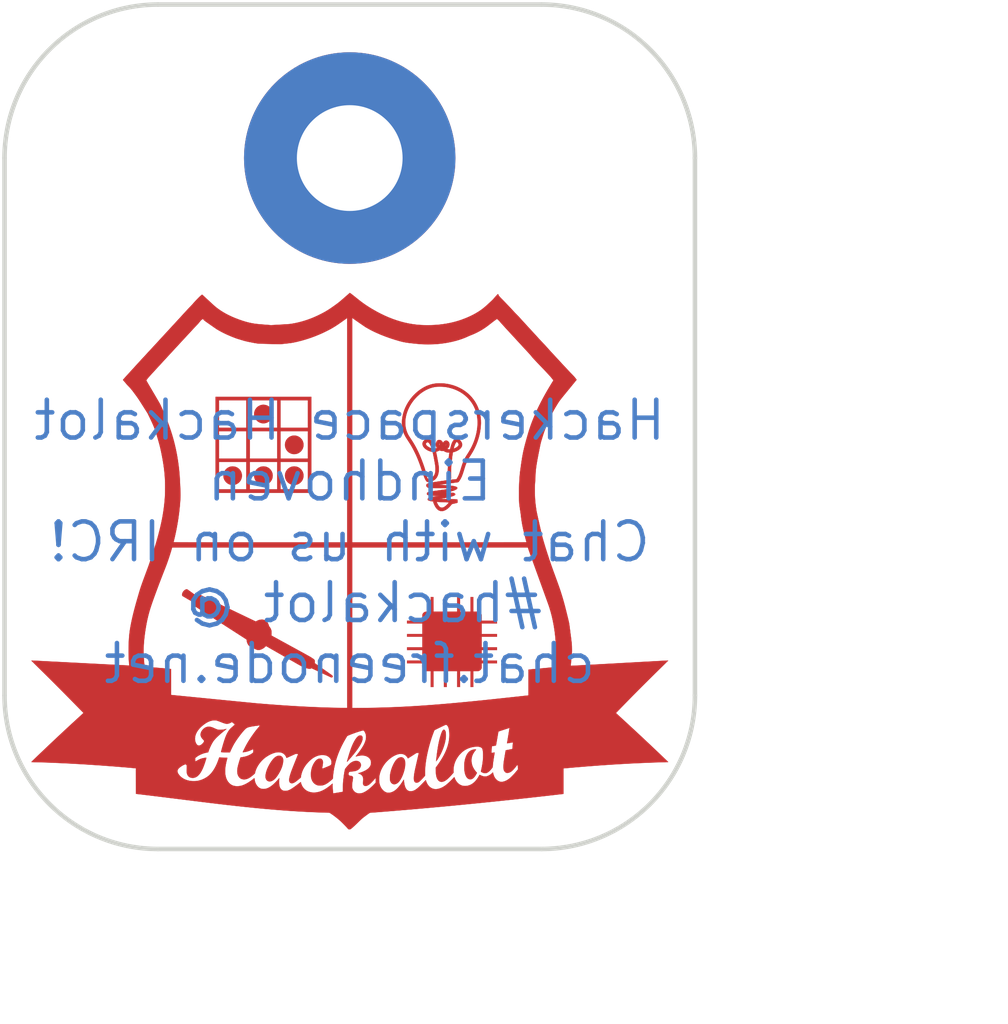
<source format=kicad_pcb>
(kicad_pcb (version 4) (host pcbnew 4.0.7)

  (general
    (links 0)
    (no_connects 0)
    (area 50.724999 13.894999 73.735001 41.985001)
    (thickness 1.6)
    (drawings 11)
    (tracks 0)
    (zones 0)
    (modules 2)
    (nets 1)
  )

  (page A4)
  (layers
    (0 F.Cu signal)
    (31 B.Cu signal)
    (32 B.Adhes user)
    (33 F.Adhes user)
    (34 B.Paste user)
    (35 F.Paste user)
    (36 B.SilkS user)
    (37 F.SilkS user)
    (38 B.Mask user hide)
    (39 F.Mask user hide)
    (40 Dwgs.User user)
    (41 Cmts.User user)
    (42 Eco1.User user)
    (43 Eco2.User user)
    (44 Edge.Cuts user)
    (45 Margin user)
    (46 B.CrtYd user)
    (47 F.CrtYd user)
    (48 B.Fab user)
    (49 F.Fab user)
  )

  (setup
    (last_trace_width 0.25)
    (trace_clearance 0.2)
    (zone_clearance 0.508)
    (zone_45_only no)
    (trace_min 0.2)
    (segment_width 0.2)
    (edge_width 0.15)
    (via_size 0.6)
    (via_drill 0.4)
    (via_min_size 0.4)
    (via_min_drill 0.3)
    (uvia_size 0.3)
    (uvia_drill 0.1)
    (uvias_allowed no)
    (uvia_min_size 0.2)
    (uvia_min_drill 0.1)
    (pcb_text_width 0.3)
    (pcb_text_size 1.5 1.5)
    (mod_edge_width 0.15)
    (mod_text_size 1 1)
    (mod_text_width 0.15)
    (pad_size 1.524 1.524)
    (pad_drill 0.762)
    (pad_to_mask_clearance 0.2)
    (aux_axis_origin 0 0)
    (visible_elements FFFFFF7F)
    (pcbplotparams
      (layerselection 0x00030_80000001)
      (usegerberextensions false)
      (excludeedgelayer true)
      (linewidth 0.100000)
      (plotframeref false)
      (viasonmask false)
      (mode 1)
      (useauxorigin false)
      (hpglpennumber 1)
      (hpglpenspeed 20)
      (hpglpendiameter 15)
      (hpglpenoverlay 2)
      (psnegative false)
      (psa4output false)
      (plotreference true)
      (plotvalue true)
      (plotinvisibletext false)
      (padsonsilk false)
      (subtractmaskfromsilk false)
      (outputformat 1)
      (mirror false)
      (drillshape 1)
      (scaleselection 1)
      (outputdirectory ""))
  )

  (net 0 "")

  (net_class Default "This is the default net class."
    (clearance 0.2)
    (trace_width 0.25)
    (via_dia 0.6)
    (via_drill 0.4)
    (uvia_dia 0.3)
    (uvia_drill 0.1)
  )

  (module Mounting_Holes:MountingHole_3.5mm_Pad (layer F.Cu) (tedit 5AD3B283) (tstamp 5AD3B138)
    (at 62.23 19.05)
    (descr "Mounting Hole 3.5mm")
    (tags "mounting hole 3.5mm")
    (attr virtual)
    (fp_text reference "" (at 0 -4.5) (layer F.SilkS)
      (effects (font (size 1 1) (thickness 0.15)))
    )
    (fp_text value MountingHole_3.5mm_Pad (at 0 4.5) (layer F.Fab)
      (effects (font (size 1 1) (thickness 0.15)))
    )
    (fp_text user %R (at 0.3 0) (layer F.Fab)
      (effects (font (size 1 1) (thickness 0.15)))
    )
    (fp_circle (center 0 0) (end 3.5 0) (layer Cmts.User) (width 0.15))
    (fp_circle (center 0 0) (end 3.75 0) (layer F.CrtYd) (width 0.05))
    (pad 1 thru_hole circle (at 0 0) (size 7 7) (drill 3.5) (layers *.Cu *.Mask))
  )

  (module Graphics:logo-small (layer F.Cu) (tedit 0) (tstamp 5AD3C153)
    (at 62.23 32.385)
    (fp_text reference G*** (at 0 0) (layer F.SilkS) hide
      (effects (font (thickness 0.3)))
    )
    (fp_text value LOGO (at 0.75 0) (layer F.SilkS) hide
      (effects (font (thickness 0.3)))
    )
    (fp_poly (pts (xy 0.042284 -8.845111) (xy 0.056179 -8.834965) (xy 0.073285 -8.822125) (xy 0.092347 -8.807553)
      (xy 0.11211 -8.792212) (xy 0.131318 -8.777066) (xy 0.139647 -8.77041) (xy 0.158566 -8.755211)
      (xy 0.180546 -8.737548) (xy 0.20415 -8.718576) (xy 0.227942 -8.69945) (xy 0.250486 -8.681324)
      (xy 0.264102 -8.670373) (xy 0.337576 -8.612461) (xy 0.409895 -8.557939) (xy 0.482245 -8.505991)
      (xy 0.55581 -8.455805) (xy 0.631776 -8.406566) (xy 0.711325 -8.357461) (xy 0.772102 -8.32137)
      (xy 0.902877 -8.247636) (xy 1.033272 -8.179643) (xy 1.163333 -8.117375) (xy 1.293107 -8.060817)
      (xy 1.42264 -8.009953) (xy 1.551978 -7.964767) (xy 1.681168 -7.925244) (xy 1.810255 -7.891368)
      (xy 1.939287 -7.863122) (xy 2.068309 -7.840492) (xy 2.197369 -7.823461) (xy 2.252807 -7.817863)
      (xy 2.360388 -7.809852) (xy 2.471418 -7.805148) (xy 2.584621 -7.803742) (xy 2.698719 -7.805627)
      (xy 2.812435 -7.810795) (xy 2.924492 -7.819238) (xy 2.955636 -7.822212) (xy 3.078203 -7.836638)
      (xy 3.19896 -7.855165) (xy 3.317395 -7.877683) (xy 3.432998 -7.90408) (xy 3.545256 -7.934244)
      (xy 3.653658 -7.968065) (xy 3.700212 -7.984151) (xy 3.807305 -8.024269) (xy 3.909881 -8.066689)
      (xy 4.007811 -8.11134) (xy 4.100961 -8.158151) (xy 4.189202 -8.207051) (xy 4.272402 -8.257971)
      (xy 4.350429 -8.310838) (xy 4.423153 -8.365582) (xy 4.453659 -8.390431) (xy 4.464992 -8.400052)
      (xy 4.47971 -8.41279) (xy 4.496934 -8.42787) (xy 4.515785 -8.444517) (xy 4.535383 -8.461957)
      (xy 4.55485 -8.479415) (xy 4.561822 -8.485705) (xy 4.597526 -8.51808) (xy 4.62927 -8.547116)
      (xy 4.657475 -8.573233) (xy 4.682561 -8.596852) (xy 4.704949 -8.618394) (xy 4.725059 -8.638278)
      (xy 4.743312 -8.656926) (xy 4.760128 -8.674758) (xy 4.775929 -8.692194) (xy 4.791133 -8.709656)
      (xy 4.806163 -8.727562) (xy 4.817145 -8.741008) (xy 4.827056 -8.752835) (xy 4.838591 -8.765911)
      (xy 4.851084 -8.779554) (xy 4.863867 -8.793081) (xy 4.876275 -8.805809) (xy 4.887639 -8.817058)
      (xy 4.897293 -8.826143) (xy 4.90457 -8.832384) (xy 4.908804 -8.835097) (xy 4.909172 -8.835159)
      (xy 4.9115 -8.832667) (xy 4.914913 -8.82616) (xy 4.918387 -8.817778) (xy 4.923261 -8.805811)
      (xy 4.928928 -8.794241) (xy 4.935791 -8.782571) (xy 4.94425 -8.770305) (xy 4.954708 -8.756945)
      (xy 4.967567 -8.741997) (xy 4.983228 -8.724963) (xy 5.002092 -8.705348) (xy 5.024562 -8.682655)
      (xy 5.041001 -8.666306) (xy 5.05606 -8.651233) (xy 5.074596 -8.632407) (xy 5.096155 -8.610306)
      (xy 5.120285 -8.585405) (xy 5.146532 -8.558181) (xy 5.174443 -8.529109) (xy 5.203565 -8.498666)
      (xy 5.233443 -8.467328) (xy 5.263625 -8.435571) (xy 5.293658 -8.403872) (xy 5.323088 -8.372706)
      (xy 5.351462 -8.342549) (xy 5.378327 -8.313878) (xy 5.403229 -8.287169) (xy 5.425714 -8.262898)
      (xy 5.443654 -8.243376) (xy 5.454554 -8.231676) (xy 5.468538 -8.216998) (xy 5.484574 -8.200408)
      (xy 5.501627 -8.182973) (xy 5.518664 -8.165758) (xy 5.527558 -8.156863) (xy 5.544291 -8.140003)
      (xy 5.561698 -8.122114) (xy 5.578715 -8.104316) (xy 5.594277 -8.087727) (xy 5.607318 -8.073468)
      (xy 5.612713 -8.067386) (xy 5.618667 -8.060686) (xy 5.628259 -8.050041) (xy 5.641214 -8.035752)
      (xy 5.657258 -8.018118) (xy 5.676115 -7.997439) (xy 5.697512 -7.974016) (xy 5.721174 -7.948149)
      (xy 5.746826 -7.920138) (xy 5.774194 -7.890283) (xy 5.803003 -7.858885) (xy 5.83298 -7.826242)
      (xy 5.863848 -7.792657) (xy 5.891048 -7.763086) (xy 5.924462 -7.726766) (xy 5.958539 -7.689716)
      (xy 5.992876 -7.652372) (xy 6.02707 -7.615174) (xy 6.06072 -7.57856) (xy 6.093422 -7.542967)
      (xy 6.124775 -7.508833) (xy 6.154374 -7.476598) (xy 6.181819 -7.4467) (xy 6.206705 -7.419576)
      (xy 6.228632 -7.395665) (xy 6.247196 -7.375405) (xy 6.252971 -7.369097) (xy 6.276008 -7.344008)
      (xy 6.299671 -7.318381) (xy 6.323356 -7.292864) (xy 6.346455 -7.268103) (xy 6.368362 -7.244747)
      (xy 6.388471 -7.223443) (xy 6.406177 -7.204837) (xy 6.420871 -7.189578) (xy 6.42616 -7.184159)
      (xy 6.443538 -7.166211) (xy 6.461692 -7.147037) (xy 6.479597 -7.127749) (xy 6.496228 -7.10946)
      (xy 6.510559 -7.093281) (xy 6.519238 -7.083136) (xy 6.526209 -7.075045) (xy 6.536875 -7.063007)
      (xy 6.550986 -7.047289) (xy 6.568294 -7.02816) (xy 6.58855 -7.005888) (xy 6.611506 -6.980742)
      (xy 6.636912 -6.95299) (xy 6.66452 -6.922901) (xy 6.694081 -6.890743) (xy 6.725346 -6.856784)
      (xy 6.758067 -6.821292) (xy 6.791994 -6.784537) (xy 6.82688 -6.746787) (xy 6.862475 -6.708309)
      (xy 6.898531 -6.669372) (xy 6.934798 -6.630246) (xy 6.971029 -6.591197) (xy 7.006974 -6.552495)
      (xy 7.042384 -6.514408) (xy 7.077012 -6.477204) (xy 7.110607 -6.441152) (xy 7.142922 -6.40652)
      (xy 7.173708 -6.373576) (xy 7.202715 -6.34259) (xy 7.229696 -6.313829) (xy 7.2544 -6.287561)
      (xy 7.276581 -6.264055) (xy 7.295988 -6.24358) (xy 7.312374 -6.226404) (xy 7.325489 -6.212795)
      (xy 7.332446 -6.205681) (xy 7.351404 -6.18634) (xy 7.370325 -6.166791) (xy 7.388521 -6.147762)
      (xy 7.405307 -6.129981) (xy 7.419995 -6.114173) (xy 7.431898 -6.101066) (xy 7.439626 -6.092223)
      (xy 7.454295 -6.074614) (xy 7.468155 -6.057462) (xy 7.48075 -6.041377) (xy 7.491625 -6.026969)
      (xy 7.500325 -6.014846) (xy 7.506393 -6.005618) (xy 7.509375 -5.999894) (xy 7.509587 -5.998618)
      (xy 7.507705 -5.996014) (xy 7.502358 -5.989198) (xy 7.493749 -5.978419) (xy 7.482078 -5.963922)
      (xy 7.467548 -5.945957) (xy 7.45036 -5.924771) (xy 7.430715 -5.900611) (xy 7.408815 -5.873724)
      (xy 7.384861 -5.84436) (xy 7.359056 -5.812765) (xy 7.3316 -5.779186) (xy 7.302695 -5.743872)
      (xy 7.272543 -5.707069) (xy 7.241346 -5.669027) (xy 7.235272 -5.661625) (xy 7.197513 -5.615611)
      (xy 7.163195 -5.57378) (xy 7.1321 -5.535846) (xy 7.104013 -5.501527) (xy 7.078716 -5.470539)
      (xy 7.055991 -5.442598) (xy 7.035622 -5.41742) (xy 7.017392 -5.394721) (xy 7.001084 -5.374218)
      (xy 6.986481 -5.355627) (xy 6.973365 -5.338664) (xy 6.96152 -5.323045) (xy 6.950729 -5.308487)
      (xy 6.940774 -5.294706) (xy 6.931439 -5.281418) (xy 6.922506 -5.268339) (xy 6.913759 -5.255186)
      (xy 6.90498 -5.241674) (xy 6.895952 -5.227521) (xy 6.886459 -5.212442) (xy 6.876283 -5.196153)
      (xy 6.865208 -5.178371) (xy 6.863264 -5.17525) (xy 6.809048 -5.086035) (xy 6.758618 -4.998432)
      (xy 6.711025 -4.910748) (xy 6.666226 -4.823113) (xy 6.652526 -4.795293) (xy 6.639661 -4.768654)
      (xy 6.627297 -4.742446) (xy 6.615102 -4.71592) (xy 6.602742 -4.688323) (xy 6.589884 -4.658907)
      (xy 6.576196 -4.626919) (xy 6.561345 -4.59161) (xy 6.544997 -4.55223) (xy 6.531555 -4.519573)
      (xy 6.514267 -4.477353) (xy 6.498956 -4.439693) (xy 6.485349 -4.405835) (xy 6.473172 -4.375025)
      (xy 6.462149 -4.346505) (xy 6.452008 -4.31952) (xy 6.442473 -4.293314) (xy 6.433272 -4.26713)
      (xy 6.424129 -4.240212) (xy 6.414771 -4.211804) (xy 6.404924 -4.18115) (xy 6.394313 -4.147494)
      (xy 6.382664 -4.110079) (xy 6.380014 -4.101522) (xy 6.370473 -4.07074) (xy 6.362041 -4.04355)
      (xy 6.354588 -4.019421) (xy 6.347985 -3.997824) (xy 6.342102 -3.978229) (xy 6.33681 -3.960105)
      (xy 6.331978 -3.942924) (xy 6.327478 -3.926153) (xy 6.323178 -3.909264) (xy 6.31895 -3.891727)
      (xy 6.314664 -3.873011) (xy 6.31019 -3.852586) (xy 6.305399 -3.829923) (xy 6.30016 -3.804491)
      (xy 6.294345 -3.77576) (xy 6.287822 -3.743201) (xy 6.280464 -3.706283) (xy 6.272139 -3.664475)
      (xy 6.268065 -3.644034) (xy 6.253435 -3.570247) (xy 6.240037 -3.501701) (xy 6.227814 -3.438008)
      (xy 6.216711 -3.378781) (xy 6.206673 -3.323633) (xy 6.197644 -3.272177) (xy 6.189569 -3.224026)
      (xy 6.182392 -3.178792) (xy 6.176059 -3.136089) (xy 6.170514 -3.095529) (xy 6.165702 -3.056725)
      (xy 6.161566 -3.01929) (xy 6.158052 -2.982837) (xy 6.155105 -2.946979) (xy 6.152669 -2.911328)
      (xy 6.150688 -2.875497) (xy 6.149108 -2.8391) (xy 6.14794 -2.804102) (xy 6.147037 -2.777531)
      (xy 6.145851 -2.749559) (xy 6.144459 -2.72157) (xy 6.142935 -2.694947) (xy 6.141354 -2.671072)
      (xy 6.13979 -2.65133) (xy 6.139509 -2.648238) (xy 6.136378 -2.613637) (xy 6.133768 -2.582007)
      (xy 6.131635 -2.552322) (xy 6.129937 -2.523556) (xy 6.128631 -2.494681) (xy 6.127675 -2.464673)
      (xy 6.127025 -2.432506) (xy 6.126639 -2.397152) (xy 6.126474 -2.357585) (xy 6.126461 -2.335068)
      (xy 6.127313 -2.247035) (xy 6.129861 -2.161604) (xy 6.134202 -2.077627) (xy 6.140432 -1.993959)
      (xy 6.148648 -1.909453) (xy 6.158947 -1.822962) (xy 6.171425 -1.733341) (xy 6.184046 -1.652443)
      (xy 6.186033 -1.641456) (xy 6.189243 -1.625273) (xy 6.193579 -1.604315) (xy 6.198944 -1.579006)
      (xy 6.205242 -1.549769) (xy 6.212378 -1.517027) (xy 6.220255 -1.481202) (xy 6.228777 -1.442719)
      (xy 6.237848 -1.401999) (xy 6.247371 -1.359466) (xy 6.25725 -1.315544) (xy 6.26739 -1.270654)
      (xy 6.277694 -1.22522) (xy 6.288066 -1.179665) (xy 6.29841 -1.134412) (xy 6.308629 -1.089885)
      (xy 6.318628 -1.046505) (xy 6.328309 -1.004696) (xy 6.337578 -0.964882) (xy 6.346338 -0.927484)
      (xy 6.354493 -0.892927) (xy 6.361946 -0.861633) (xy 6.368601 -0.834025) (xy 6.374363 -0.810526)
      (xy 6.379135 -0.791559) (xy 6.38282 -0.777547) (xy 6.383527 -0.774988) (xy 6.412641 -0.672932)
      (xy 6.444054 -0.566537) (xy 6.477496 -0.456634) (xy 6.512696 -0.344052) (xy 6.549384 -0.229623)
      (xy 6.58729 -0.114176) (xy 6.626142 0.001459) (xy 6.665669 0.116452) (xy 6.705602 0.229971)
      (xy 6.74567 0.341187) (xy 6.761321 0.383887) (xy 6.780602 0.436322) (xy 6.799773 0.488656)
      (xy 6.818698 0.540501) (xy 6.837235 0.591468) (xy 6.855247 0.641169) (xy 6.872594 0.689215)
      (xy 6.889137 0.735218) (xy 6.904736 0.77879) (xy 6.919253 0.819541) (xy 6.932548 0.857083)
      (xy 6.944482 0.891028) (xy 6.954916 0.920987) (xy 6.963711 0.946572) (xy 6.970727 0.967395)
      (xy 6.97436 0.978478) (xy 6.994414 1.041102) (xy 7.013144 1.100565) (xy 7.030776 1.15767)
      (xy 7.047537 1.213219) (xy 7.063655 1.268018) (xy 7.079355 1.32287) (xy 7.094865 1.378578)
      (xy 7.110413 1.435947) (xy 7.126224 1.495779) (xy 7.142527 1.558879) (xy 7.159547 1.626051)
      (xy 7.176942 1.695795) (xy 7.190126 1.749058) (xy 7.201981 1.797092) (xy 7.21259 1.840265)
      (xy 7.222032 1.878946) (xy 7.230391 1.913503) (xy 7.237746 1.944305) (xy 7.244181 1.97172)
      (xy 7.249775 1.996116) (xy 7.254611 2.017864) (xy 7.258769 2.03733) (xy 7.262332 2.054883)
      (xy 7.26538 2.070893) (xy 7.267996 2.085727) (xy 7.270259 2.099754) (xy 7.272253 2.113343)
      (xy 7.274058 2.126862) (xy 7.275755 2.14068) (xy 7.27638 2.146012) (xy 7.277843 2.158245)
      (xy 7.279973 2.175529) (xy 7.282685 2.197191) (xy 7.285893 2.222556) (xy 7.289511 2.250952)
      (xy 7.293454 2.281707) (xy 7.297636 2.314146) (xy 7.30197 2.347597) (xy 7.306372 2.381387)
      (xy 7.306542 2.382694) (xy 7.313559 2.436501) (xy 7.319847 2.485021) (xy 7.325451 2.528687)
      (xy 7.330413 2.567933) (xy 7.334776 2.603193) (xy 7.338583 2.634901) (xy 7.341876 2.66349)
      (xy 7.344699 2.689394) (xy 7.347094 2.713047) (xy 7.349104 2.734882) (xy 7.350772 2.755334)
      (xy 7.352141 2.774835) (xy 7.353253 2.79382) (xy 7.354151 2.812723) (xy 7.354879 2.831977)
      (xy 7.355478 2.852015) (xy 7.355993 2.873273) (xy 7.35627 2.886364) (xy 7.356863 2.925013)
      (xy 7.356962 2.960846) (xy 7.356511 2.994887) (xy 7.355456 3.028158) (xy 7.35374 3.061681)
      (xy 7.351309 3.09648) (xy 7.348106 3.133576) (xy 7.344076 3.173992) (xy 7.339164 3.218752)
      (xy 7.337395 3.234171) (xy 7.335265 3.253346) (xy 7.333031 3.274833) (xy 7.330751 3.29794)
      (xy 7.328483 3.321972) (xy 7.326285 3.346235) (xy 7.324216 3.370036) (xy 7.322333 3.39268)
      (xy 7.320696 3.413474) (xy 7.319362 3.431724) (xy 7.318389 3.446736) (xy 7.317836 3.457816)
      (xy 7.31776 3.464271) (xy 7.317975 3.465642) (xy 7.318966 3.465792) (xy 7.321645 3.465836)
      (xy 7.326173 3.465765) (xy 7.332708 3.465572) (xy 7.341411 3.465248) (xy 7.35244 3.464784)
      (xy 7.365954 3.464172) (xy 7.382115 3.463404) (xy 7.40108 3.46247) (xy 7.423009 3.461363)
      (xy 7.448062 3.460074) (xy 7.476398 3.458594) (xy 7.508177 3.456915) (xy 7.543558 3.455029)
      (xy 7.5827 3.452926) (xy 7.625764 3.4506) (xy 7.672907 3.44804) (xy 7.724291 3.445239)
      (xy 7.780074 3.442187) (xy 7.840415 3.438878) (xy 7.905475 3.435301) (xy 7.975412 3.431449)
      (xy 8.050386 3.427314) (xy 8.130556 3.422885) (xy 8.216083 3.418156) (xy 8.307125 3.413118)
      (xy 8.360352 3.410171) (xy 8.391778 3.408431) (xy 8.428526 3.406398) (xy 8.470154 3.404096)
      (xy 8.516218 3.40155) (xy 8.566278 3.398783) (xy 8.61989 3.395821) (xy 8.676613 3.392688)
      (xy 8.736003 3.389408) (xy 8.79762 3.386006) (xy 8.861021 3.382506) (xy 8.925762 3.378932)
      (xy 8.991403 3.375309) (xy 9.057501 3.371662) (xy 9.123614 3.368014) (xy 9.189299 3.364391)
      (xy 9.254114 3.360816) (xy 9.273886 3.359725) (xy 9.338859 3.356142) (xy 9.40513 3.352487)
      (xy 9.472234 3.348785) (xy 9.539708 3.345063) (xy 9.607087 3.341345) (xy 9.673907 3.337658)
      (xy 9.739705 3.334027) (xy 9.804015 3.330478) (xy 9.866375 3.327036) (xy 9.92632 3.323727)
      (xy 9.983385 3.320577) (xy 10.037108 3.31761) (xy 10.087023 3.314854) (xy 10.132666 3.312333)
      (xy 10.173575 3.310072) (xy 10.209284 3.308099) (xy 10.216284 3.307712) (xy 10.266602 3.304929)
      (xy 10.311466 3.302448) (xy 10.351188 3.300253) (xy 10.386077 3.298332) (xy 10.416444 3.29667)
      (xy 10.442599 3.295253) (xy 10.464853 3.294067) (xy 10.483517 3.293097) (xy 10.498901 3.29233)
      (xy 10.511316 3.291752) (xy 10.521072 3.291348) (xy 10.528479 3.291104) (xy 10.533849 3.291006)
      (xy 10.537492 3.29104) (xy 10.539717 3.291193) (xy 10.540837 3.291449) (xy 10.54116 3.291794)
      (xy 10.540999 3.292216) (xy 10.540663 3.292699) (xy 10.540519 3.292977) (xy 10.538375 3.295279)
      (xy 10.532358 3.301373) (xy 10.522718 3.311012) (xy 10.509706 3.323947) (xy 10.493574 3.339932)
      (xy 10.47457 3.358719) (xy 10.452947 3.38006) (xy 10.428955 3.403708) (xy 10.402844 3.429416)
      (xy 10.374866 3.456936) (xy 10.345271 3.48602) (xy 10.31431 3.516422) (xy 10.287 3.543218)
      (xy 10.225082 3.604028) (xy 10.161123 3.66699) (xy 10.095569 3.731661) (xy 10.028867 3.797596)
      (xy 9.961464 3.86435) (xy 9.893806 3.931478) (xy 9.82634 3.998535) (xy 9.759512 4.065078)
      (xy 9.69377 4.130661) (xy 9.62956 4.194839) (xy 9.567328 4.257168) (xy 9.507522 4.317204)
      (xy 9.450587 4.3745) (xy 9.396971 4.428614) (xy 9.353697 4.472428) (xy 9.322262 4.504322)
      (xy 9.28986 4.537226) (xy 9.256734 4.57089) (xy 9.223127 4.605067) (xy 9.189281 4.639508)
      (xy 9.155441 4.673965) (xy 9.121848 4.708191) (xy 9.088746 4.741936) (xy 9.056378 4.774952)
      (xy 9.024986 4.806992) (xy 8.994814 4.837807) (xy 8.966105 4.86715) (xy 8.939101 4.894771)
      (xy 8.914045 4.920423) (xy 8.89118 4.943857) (xy 8.87075 4.964826) (xy 8.852997 4.983081)
      (xy 8.838165 4.998374) (xy 8.826495 5.010456) (xy 8.818232 5.019081) (xy 8.813617 5.023998)
      (xy 8.812691 5.025088) (xy 8.814584 5.027407) (xy 8.820331 5.033207) (xy 8.829509 5.042089)
      (xy 8.841696 5.053653) (xy 8.85647 5.067503) (xy 8.873408 5.083238) (xy 8.892088 5.100462)
      (xy 8.907882 5.114934) (xy 9.014333 5.212374) (xy 9.122558 5.311761) (xy 9.231747 5.412343)
      (xy 9.341088 5.513369) (xy 9.449772 5.614088) (xy 9.556985 5.713748) (xy 9.661917 5.811597)
      (xy 9.763758 5.906886) (xy 9.822203 5.961731) (xy 9.851483 5.989262) (xy 9.882538 6.018508)
      (xy 9.915132 6.049242) (xy 9.949026 6.081239) (xy 9.983983 6.114273) (xy 10.019765 6.148116)
      (xy 10.056134 6.182543) (xy 10.092853 6.217328) (xy 10.129683 6.252245) (xy 10.166387 6.287066)
      (xy 10.202726 6.321567) (xy 10.238464 6.355521) (xy 10.273362 6.388702) (xy 10.307183 6.420883)
      (xy 10.339689 6.451838) (xy 10.370641 6.481342) (xy 10.399802 6.509167) (xy 10.426935 6.535088)
      (xy 10.451801 6.558879) (xy 10.474163 6.580313) (xy 10.493783 6.599165) (xy 10.510423 6.615207)
      (xy 10.523845 6.628214) (xy 10.533812 6.63796) (xy 10.540085 6.644218) (xy 10.542428 6.646762)
      (xy 10.542435 6.646805) (xy 10.539429 6.647118) (xy 10.531351 6.647554) (xy 10.518902 6.648087)
      (xy 10.50278 6.64869) (xy 10.483686 6.649335) (xy 10.462318 6.649996) (xy 10.451051 6.650322)
      (xy 10.229527 6.657053) (xy 10.010049 6.664641) (xy 9.792048 6.673118) (xy 9.574955 6.682521)
      (xy 9.358201 6.692882) (xy 9.141216 6.704237) (xy 8.923431 6.716619) (xy 8.704278 6.730063)
      (xy 8.483187 6.744602) (xy 8.259588 6.760272) (xy 8.032914 6.777107) (xy 7.802594 6.79514)
      (xy 7.568059 6.814406) (xy 7.32874 6.834939) (xy 7.214466 6.845035) (xy 7.189054 6.847314)
      (xy 7.165018 6.849496) (xy 7.143064 6.851515) (xy 7.123901 6.853305) (xy 7.108237 6.854799)
      (xy 7.096779 6.855931) (xy 7.090236 6.856635) (xy 7.089631 6.856712) (xy 7.077364 6.858354)
      (xy 7.077364 7.700557) (xy 7.067983 7.702136) (xy 7.063843 7.70268) (xy 7.054351 7.703833)
      (xy 7.039888 7.705551) (xy 7.020838 7.70779) (xy 6.997584 7.710506) (xy 6.970508 7.713655)
      (xy 6.939994 7.717192) (xy 6.906423 7.721074) (xy 6.870179 7.725256) (xy 6.831645 7.729695)
      (xy 6.791203 7.734345) (xy 6.749237 7.739164) (xy 6.706128 7.744106) (xy 6.66226 7.749129)
      (xy 6.618016 7.754187) (xy 6.573778 7.759236) (xy 6.529929 7.764234) (xy 6.486853 7.769134)
      (xy 6.466898 7.771401) (xy 5.908173 7.833907) (xy 5.350491 7.894429) (xy 4.794351 7.95292)
      (xy 4.240251 8.00933) (xy 3.688689 8.063611) (xy 3.140163 8.115713) (xy 2.595172 8.165589)
      (xy 2.054214 8.21319) (xy 1.517787 8.258467) (xy 1.278659 8.278018) (xy 1.231779 8.281801)
      (xy 1.184538 8.285592) (xy 1.137302 8.289364) (xy 1.090439 8.293087) (xy 1.044316 8.296733)
      (xy 0.999301 8.300274) (xy 0.955761 8.303682) (xy 0.914063 8.306928) (xy 0.874574 8.309983)
      (xy 0.837663 8.31282) (xy 0.803696 8.315411) (xy 0.773041 8.317725) (xy 0.746065 8.319737)
      (xy 0.723135 8.321416) (xy 0.70462 8.322734) (xy 0.690885 8.323664) (xy 0.682299 8.324177)
      (xy 0.679658 8.324273) (xy 0.674608 8.324512) (xy 0.66971 8.325532) (xy 0.664125 8.327782)
      (xy 0.657014 8.331716) (xy 0.647539 8.337785) (xy 0.634861 8.34644) (xy 0.622559 8.355033)
      (xy 0.604122 8.368122) (xy 0.583429 8.383077) (xy 0.56117 8.399378) (xy 0.538032 8.416505)
      (xy 0.514705 8.433938) (xy 0.491879 8.451157) (xy 0.470242 8.467643) (xy 0.450483 8.482874)
      (xy 0.433292 8.496331) (xy 0.419358 8.507495) (xy 0.40937 8.515844) (xy 0.408812 8.51633)
      (xy 0.401925 8.522557) (xy 0.391429 8.532304) (xy 0.377853 8.545068) (xy 0.361728 8.560345)
      (xy 0.343583 8.577633) (xy 0.323949 8.596427) (xy 0.303354 8.616224) (xy 0.284473 8.634449)
      (xy 0.247263 8.670354) (xy 0.213858 8.702402) (xy 0.183992 8.730833) (xy 0.157402 8.755884)
      (xy 0.133823 8.777794) (xy 0.112988 8.796799) (xy 0.094635 8.813139) (xy 0.078497 8.827052)
      (xy 0.064309 8.838775) (xy 0.051808 8.848546) (xy 0.040729 8.856605) (xy 0.030805 8.863188)
      (xy 0.028287 8.864745) (xy 0.017961 8.870636) (xy 0.009898 8.873867) (xy 0.001681 8.875159)
      (xy -0.007018 8.875273) (xy -0.018499 8.874713) (xy -0.029289 8.873591) (xy -0.034636 8.872663)
      (xy -0.04214 8.869487) (xy -0.050582 8.86282) (xy -0.060614 8.85227) (xy -0.079219 8.831474)
      (xy -0.100821 8.807995) (xy -0.124753 8.782511) (xy -0.150348 8.755699) (xy -0.17694 8.728238)
      (xy -0.20386 8.700807) (xy -0.230444 8.674082) (xy -0.256023 8.648743) (xy -0.279932 8.625468)
      (xy -0.301503 8.604934) (xy -0.320069 8.587821) (xy -0.324716 8.583665) (xy -0.362885 8.550595)
      (xy -0.403627 8.516713) (xy -0.446008 8.482732) (xy -0.48909 8.449365) (xy -0.531937 8.417324)
      (xy -0.573614 8.387322) (xy -0.613184 8.360071) (xy -0.649711 8.336284) (xy -0.649839 8.336204)
      (xy -0.669008 8.324152) (xy -0.810033 8.319925) (xy -0.960226 8.31506) (xy -1.110386 8.309463)
      (xy -1.260811 8.303109) (xy -1.411798 8.295975) (xy -1.563644 8.288037) (xy -1.716648 8.279271)
      (xy -1.871106 8.269655) (xy -2.027317 8.259164) (xy -2.185578 8.247776) (xy -2.346186 8.235465)
      (xy -2.50944 8.22221) (xy -2.675637 8.207986) (xy -2.845075 8.19277) (xy -3.018051 8.176538)
      (xy -3.194862 8.159266) (xy -3.375807 8.140932) (xy -3.561184 8.121511) (xy -3.751288 8.100981)
      (xy -3.94642 8.079316) (xy -4.146875 8.056495) (xy -4.166466 8.054236) (xy -4.209842 8.049216)
      (xy -4.253407 8.04415) (xy -4.297412 8.039005) (xy -4.342113 8.033752) (xy -4.387762 8.028358)
      (xy -4.434612 8.022795) (xy -4.482917 8.017029) (xy -4.53293 8.011032) (xy -4.584904 8.004771)
      (xy -4.639093 7.998217) (xy -4.695751 7.991337) (xy -4.75513 7.984102) (xy -4.817484 7.97648)
      (xy -4.883066 7.96844) (xy -4.952129 7.959952) (xy -5.024927 7.950985) (xy -5.101714 7.941508)
      (xy -5.182742 7.93149) (xy -5.268265 7.9209) (xy -5.358537 7.909708) (xy -5.453809 7.897882)
      (xy -5.554337 7.885391) (xy -5.645727 7.874028) (xy -5.741567 7.862111) (xy -5.831987 7.850876)
      (xy -5.917299 7.840286) (xy -5.99781 7.830302) (xy -6.073831 7.820887) (xy -6.14567 7.812002)
      (xy -6.213637 7.803611) (xy -6.27804 7.795674) (xy -6.33919 7.788155) (xy -6.397394 7.781015)
      (xy -6.452964 7.774216) (xy -6.506206 7.767721) (xy -6.557432 7.761492) (xy -6.606949 7.75549)
      (xy -6.655068 7.749678) (xy -6.702097 7.744018) (xy -6.748346 7.738472) (xy -6.794124 7.733002)
      (xy -6.83974 7.727571) (xy -6.885503 7.72214) (xy -6.88975 7.721637) (xy -7.078807 7.699243)
      (xy -7.079538 7.275735) (xy -7.080099 6.950364) (xy -5.704311 6.950364) (xy -5.702151 6.974986)
      (xy -5.695572 6.99972) (xy -5.684344 7.025067) (xy -5.668243 7.051529) (xy -5.647042 7.079607)
      (xy -5.644591 7.082573) (xy -5.608292 7.121942) (xy -5.568547 7.156941) (xy -5.525261 7.187617)
      (xy -5.478335 7.214019) (xy -5.427672 7.236196) (xy -5.373174 7.254194) (xy -5.314744 7.268063)
      (xy -5.252285 7.27785) (xy -5.248432 7.278305) (xy -5.227098 7.280144) (xy -5.201878 7.281278)
      (xy -5.174197 7.281731) (xy -5.145478 7.281525) (xy -5.117144 7.280683) (xy -5.090621 7.279227)
      (xy -5.06733 7.277178) (xy -5.05258 7.275225) (xy -4.987206 7.261843) (xy -4.923173 7.242901)
      (xy -4.860409 7.218371) (xy -4.798842 7.188224) (xy -4.7384 7.152432) (xy -4.730223 7.147101)
      (xy -4.683119 7.112716) (xy -4.6378 7.072864) (xy -4.594286 7.027569) (xy -4.552592 6.976859)
      (xy -4.512738 6.92076) (xy -4.474739 6.859298) (xy -4.438613 6.792501) (xy -4.404378 6.720394)
      (xy -4.372052 6.643005) (xy -4.341651 6.56036) (xy -4.338018 6.549752) (xy -4.320076 6.496946)
      (xy -4.289453 6.498755) (xy -4.279143 6.499293) (xy -4.264003 6.499987) (xy -4.244971 6.500799)
      (xy -4.222986 6.50169) (xy -4.198986 6.502621) (xy -4.173911 6.503555) (xy -4.157103 6.504158)
      (xy -4.133437 6.505039) (xy -4.111628 6.505935) (xy -4.09234 6.506814) (xy -4.076238 6.50764)
      (xy -4.063987 6.508381) (xy -4.056251 6.509002) (xy -4.053704 6.509425) (xy -4.053868 6.512622)
      (xy -4.055361 6.52045) (xy -4.057972 6.531978) (xy -4.061493 6.546274) (xy -4.064995 6.559713)
      (xy -4.081437 6.624403) (xy -4.095218 6.685109) (xy -4.106277 6.741529) (xy -4.114552 6.793364)
      (xy -4.11713 6.813262) (xy -4.123696 6.883667) (xy -4.126024 6.950177) (xy -4.124106 7.012827)
      (xy -4.117933 7.071651) (xy -4.107498 7.126683) (xy -4.092791 7.177958) (xy -4.073805 7.225511)
      (xy -4.050531 7.269375) (xy -4.02296 7.309585) (xy -3.991084 7.346176) (xy -3.985355 7.351923)
      (xy -3.952973 7.380237) (xy -3.918327 7.403574) (xy -3.881156 7.422031) (xy -3.841201 7.435707)
      (xy -3.798199 7.444702) (xy -3.751893 7.449113) (xy -3.727739 7.449631) (xy -3.681423 7.447849)
      (xy -3.636563 7.442436) (xy -3.592188 7.433152) (xy -3.54733 7.419758) (xy -3.501019 7.402016)
      (xy -3.46075 7.383801) (xy -3.422109 7.363915) (xy -3.380478 7.340043) (xy -3.336558 7.31264)
      (xy -3.291045 7.282161) (xy -3.24464 7.249063) (xy -3.198039 7.2138) (xy -3.187989 7.205922)
      (xy -3.156239 7.180878) (xy -3.152779 7.211939) (xy -3.146045 7.257642) (xy -3.136303 7.299291)
      (xy -3.123183 7.337966) (xy -3.10631 7.374752) (xy -3.085312 7.410729) (xy -3.083079 7.41416)
      (xy -3.057742 7.448208) (xy -3.029833 7.47709) (xy -2.999341 7.500814) (xy -2.966257 7.519389)
      (xy -2.93057 7.532822) (xy -2.922443 7.535068) (xy -2.907374 7.537845) (xy -2.888193 7.539695)
      (xy -2.866489 7.540612) (xy -2.843848 7.54059) (xy -2.821859 7.539625) (xy -2.802109 7.537711)
      (xy -2.789117 7.53552) (xy -2.753799 7.526202) (xy -2.718434 7.513404) (xy -2.682791 7.496952)
      (xy -2.646639 7.47667) (xy -2.609746 7.452382) (xy -2.571881 7.423914) (xy -2.532812 7.391089)
      (xy -2.492308 7.353733) (xy -2.450136 7.311669) (xy -2.406066 7.264724) (xy -2.359866 7.21272)
      (xy -2.35405 7.205994) (xy -2.334297 7.183091) (xy -2.336094 7.201665) (xy -2.337375 7.218234)
      (xy -2.338427 7.238396) (xy -2.339237 7.260993) (xy -2.339792 7.284862) (xy -2.340077 7.308843)
      (xy -2.340079 7.331777) (xy -2.339786 7.352503) (xy -2.339183 7.36986) (xy -2.338258 7.382687)
      (xy -2.338188 7.383319) (xy -2.331384 7.426504) (xy -2.321281 7.464976) (xy -2.307849 7.498776)
      (xy -2.29106 7.527946) (xy -2.270882 7.552531) (xy -2.247288 7.572571) (xy -2.220247 7.588111)
      (xy -2.189898 7.599146) (xy -2.178741 7.601542) (xy -2.165207 7.603078) (xy -2.148084 7.603853)
      (xy -2.13158 7.603996) (xy -2.106405 7.603184) (xy -2.083526 7.600619) (xy -2.061204 7.595928)
      (xy -2.037696 7.588743) (xy -2.011262 7.578692) (xy -2.009636 7.578027) (xy -1.987889 7.568235)
      (xy -1.963712 7.555669) (xy -1.936895 7.540189) (xy -1.907231 7.521654) (xy -1.874511 7.499924)
      (xy -1.838526 7.474859) (xy -1.799067 7.446318) (xy -1.755927 7.414162) (xy -1.708896 7.37825)
      (xy -1.685174 7.359867) (xy -1.668734 7.347119) (xy -1.653788 7.335616) (xy -1.640938 7.325814)
      (xy -1.630785 7.318169) (xy -1.623928 7.313136) (xy -1.620968 7.311171) (xy -1.620918 7.311159)
      (xy -1.619536 7.313572) (xy -1.61925 7.316616) (xy -1.618548 7.321637) (xy -1.616658 7.33074)
      (xy -1.613905 7.342435) (xy -1.611891 7.350396) (xy -1.597189 7.395692) (xy -1.577369 7.438726)
      (xy -1.552781 7.479071) (xy -1.523774 7.516298) (xy -1.490701 7.54998) (xy -1.453909 7.579691)
      (xy -1.413751 7.605001) (xy -1.395557 7.614415) (xy -1.350749 7.632994) (xy -1.303356 7.646655)
      (xy -1.253776 7.655421) (xy -1.202406 7.659316) (xy -1.149644 7.658364) (xy -1.095888 7.652587)
      (xy -1.041535 7.642011) (xy -0.986984 7.626659) (xy -0.932633 7.606554) (xy -0.883081 7.583847)
      (xy -0.843238 7.562394) (xy -0.8007 7.536793) (xy -0.756188 7.50755) (xy -0.710429 7.475169)
      (xy -0.664143 7.440153) (xy -0.618056 7.403007) (xy -0.592334 7.381231) (xy -0.583041 7.373433)
      (xy -0.575283 7.367319) (xy -0.570144 7.36372) (xy -0.568794 7.363114) (xy -0.567869 7.365787)
      (xy -0.567413 7.372985) (xy -0.56747 7.383474) (xy -0.567791 7.391256) (xy -0.568309 7.409827)
      (xy -0.568192 7.433074) (xy -0.567504 7.459942) (xy -0.566308 7.489378) (xy -0.56467 7.520327)
      (xy -0.562653 7.551734) (xy -0.560321 7.582546) (xy -0.557738 7.611707) (xy -0.55497 7.638165)
      (xy -0.552078 7.660863) (xy -0.550929 7.668484) (xy -0.549115 7.679238) (xy -0.547534 7.685402)
      (xy -0.545561 7.688096) (xy -0.542573 7.688438) (xy -0.540054 7.687984) (xy -0.535833 7.68721)
      (xy -0.526478 7.685564) (xy -0.512542 7.683141) (xy -0.494581 7.680036) (xy -0.473151 7.676346)
      (xy -0.448807 7.672167) (xy -0.422104 7.667593) (xy -0.393598 7.66272) (xy -0.380154 7.660426)
      (xy -0.351225 7.655497) (xy -0.324019 7.650875) (xy -0.299064 7.646647) (xy -0.27689 7.642902)
      (xy -0.258027 7.639731) (xy -0.243005 7.637222) (xy -0.232353 7.635465) (xy -0.226602 7.634548)
      (xy -0.225733 7.634432) (xy -0.225314 7.631642) (xy -0.224922 7.623653) (xy -0.224568 7.611041)
      (xy -0.22426 7.594379) (xy -0.224008 7.574242) (xy -0.22382 7.551205) (xy -0.223705 7.525841)
      (xy -0.223673 7.503824) (xy -0.22361 7.468056) (xy -0.223418 7.437301) (xy -0.223079 7.4108)
      (xy -0.222569 7.387796) (xy -0.221869 7.36753) (xy -0.220958 7.349243) (xy -0.219815 7.332177)
      (xy -0.218543 7.316932) (xy -0.214339 7.273145) (xy -0.209661 7.228951) (xy -0.204591 7.184918)
      (xy -0.199214 7.141615) (xy -0.193614 7.099611) (xy -0.187874 7.059474) (xy -0.182078 7.021772)
      (xy -0.176311 6.987075) (xy -0.170655 6.95595) (xy -0.165194 6.928967) (xy -0.160013 6.906694)
      (xy -0.155937 6.892039) (xy -0.152499 6.882518) (xy -0.147934 6.873314) (xy -0.14147 6.863168)
      (xy -0.132336 6.85082) (xy -0.125011 6.841527) (xy -0.100213 6.811259) (xy -0.075435 6.782399)
      (xy -0.051224 6.755523) (xy -0.028124 6.731207) (xy -0.006679 6.710026) (xy 0.012564 6.692557)
      (xy 0.027136 6.680793) (xy 0.058699 6.659422) (xy 0.091394 6.641365) (xy 0.124014 6.627208)
      (xy 0.155353 6.617537) (xy 0.158855 6.616731) (xy 0.176975 6.613803) (xy 0.197784 6.61217)
      (xy 0.219439 6.611833) (xy 0.240098 6.612794) (xy 0.257918 6.615051) (xy 0.265339 6.616707)
      (xy 0.292628 6.626761) (xy 0.316355 6.640962) (xy 0.336154 6.658939) (xy 0.351661 6.680322)
      (xy 0.36251 6.704743) (xy 0.366265 6.718875) (xy 0.369327 6.747365) (xy 0.366861 6.775928)
      (xy 0.359082 6.804051) (xy 0.346203 6.831217) (xy 0.328441 6.856913) (xy 0.306008 6.880623)
      (xy 0.294845 6.890188) (xy 0.269886 6.907952) (xy 0.242508 6.922852) (xy 0.212162 6.93506)
      (xy 0.178299 6.944747) (xy 0.14037 6.952085) (xy 0.097827 6.957244) (xy 0.07407 6.959099)
      (xy 0.056971 6.960336) (xy 0.040729 6.961725) (xy 0.026743 6.963133) (xy 0.016408 6.964423)
      (xy 0.012989 6.964994) (xy -0.005411 6.970474) (xy -0.019546 6.979124) (xy -0.029931 6.991507)
      (xy -0.037083 7.008188) (xy -0.040591 7.023601) (xy -0.042617 7.045885) (xy -0.040635 7.064557)
      (xy -0.034703 7.079393) (xy -0.024883 7.090169) (xy -0.022229 7.091959) (xy -0.013226 7.096652)
      (xy -0.002803 7.100218) (xy 0.010322 7.102969) (xy 0.027434 7.105217) (xy 0.035484 7.106028)
      (xy 0.057249 7.109285) (xy 0.074241 7.114719) (xy 0.087184 7.122745) (xy 0.096803 7.13378)
      (xy 0.102328 7.144419) (xy 0.104502 7.150864) (xy 0.10587 7.158375) (xy 0.106392 7.167619)
      (xy 0.106029 7.179263) (xy 0.104741 7.193974) (xy 0.102486 7.212419) (xy 0.099227 7.235265)
      (xy 0.095384 7.260244) (xy 0.090749 7.289824) (xy 0.086948 7.314477) (xy 0.083899 7.334977)
      (xy 0.081517 7.352099) (xy 0.079721 7.366614) (xy 0.078427 7.379296) (xy 0.077551 7.39092)
      (xy 0.077012 7.402257) (xy 0.076725 7.414082) (xy 0.076608 7.427167) (xy 0.076585 7.435273)
      (xy 0.076641 7.454551) (xy 0.076952 7.469314) (xy 0.077633 7.480819) (xy 0.078794 7.490321)
      (xy 0.080548 7.499078) (xy 0.083007 7.508345) (xy 0.083159 7.508875) (xy 0.09589 7.543993)
      (xy 0.113067 7.575922) (xy 0.135111 7.60534) (xy 0.156782 7.627757) (xy 0.184526 7.649955)
      (xy 0.215472 7.667569) (xy 0.243089 7.678633) (xy 0.25319 7.681946) (xy 0.261587 7.684328)
      (xy 0.26957 7.685933) (xy 0.278424 7.686914) (xy 0.289438 7.687425) (xy 0.303899 7.687616)
      (xy 0.318943 7.687643) (xy 0.343246 7.687298) (xy 0.363575 7.686041) (xy 0.381701 7.683538)
      (xy 0.399395 7.679454) (xy 0.418427 7.673457) (xy 0.440567 7.665212) (xy 0.443057 7.664237)
      (xy 0.481427 7.647064) (xy 0.521987 7.624927) (xy 0.564427 7.598065) (xy 0.608434 7.566716)
      (xy 0.653696 7.531119) (xy 0.699904 7.491512) (xy 0.746744 7.448135) (xy 0.793906 7.401225)
      (xy 0.814676 7.37953) (xy 0.860136 7.331345) (xy 0.860136 7.249918) (xy 0.860101 7.225872)
      (xy 0.860048 7.217643) (xy 0.971603 7.217643) (xy 0.971759 7.244698) (xy 0.972466 7.270702)
      (xy 0.973724 7.294321) (xy 0.97553 7.314222) (xy 0.976693 7.322705) (xy 0.986729 7.373227)
      (xy 1.000087 7.419438) (xy 1.017049 7.461933) (xy 1.037903 7.501311) (xy 1.06293 7.538168)
      (xy 1.092418 7.573103) (xy 1.09955 7.580609) (xy 1.129831 7.608607) (xy 1.161023 7.631014)
      (xy 1.193366 7.647973) (xy 1.227101 7.659626) (xy 1.236767 7.661944) (xy 1.25472 7.664577)
      (xy 1.276247 7.66573) (xy 1.299345 7.665408) (xy 1.322008 7.663616) (xy 1.335274 7.661714)
      (xy 1.375002 7.652338) (xy 1.413882 7.638097) (xy 1.452654 7.618688) (xy 1.477818 7.603373)
      (xy 1.511493 7.579089) (xy 1.546222 7.549341) (xy 1.58185 7.514311) (xy 1.618221 7.47418)
      (xy 1.655181 7.429128) (xy 1.692573 7.379337) (xy 1.730242 7.324987) (xy 1.768032 7.266261)
      (xy 1.769561 7.263796) (xy 1.778632 7.249377) (xy 1.785195 7.23988) (xy 1.789671 7.235253)
      (xy 1.792481 7.235444) (xy 1.794045 7.240401) (xy 1.794785 7.250073) (xy 1.795058 7.260648)
      (xy 1.795707 7.273965) (xy 1.797139 7.291375) (xy 1.799173 7.311281) (xy 1.801626 7.332084)
      (xy 1.804317 7.352187) (xy 1.807062 7.369991) (xy 1.8084 7.377546) (xy 1.818972 7.424592)
      (xy 1.832042 7.46649) (xy 1.847603 7.503228) (xy 1.865648 7.534793) (xy 1.886168 7.561172)
      (xy 1.909157 7.582351) (xy 1.934575 7.598302) (xy 1.959863 7.608687) (xy 1.986153 7.61472)
      (xy 2.014847 7.616668) (xy 2.028833 7.616287) (xy 2.058702 7.61327) (xy 2.086637 7.607161)
      (xy 2.114693 7.597421) (xy 2.134847 7.588468) (xy 2.152599 7.57946) (xy 2.170536 7.569233)
      (xy 2.188934 7.557539) (xy 2.208071 7.544133) (xy 2.228224 7.528766) (xy 2.249672 7.511193)
      (xy 2.27269 7.491167) (xy 2.297557 7.468441) (xy 2.32455 7.442768) (xy 2.353946 7.413902)
      (xy 2.386022 7.381596) (xy 2.421057 7.345602) (xy 2.459327 7.305676) (xy 2.494613 7.268455)
      (xy 2.503543 7.259385) (xy 2.510979 7.252564) (xy 2.516112 7.248685) (xy 2.518112 7.248336)
      (xy 2.532771 7.29395) (xy 2.549031 7.334613) (xy 2.567254 7.371012) (xy 2.587803 7.403836)
      (xy 2.61104 7.433771) (xy 2.622679 7.446704) (xy 2.654512 7.476713) (xy 2.688474 7.501384)
      (xy 2.724476 7.520706) (xy 2.762429 7.534672) (xy 2.802244 7.543272) (xy 2.843831 7.546497)
      (xy 2.887101 7.544337) (xy 2.931964 7.536783) (xy 2.978332 7.523827) (xy 3.026116 7.50546)
      (xy 3.0566 7.491257) (xy 3.088236 7.474558) (xy 3.119656 7.455891) (xy 3.151301 7.434905)
      (xy 3.183612 7.411249) (xy 3.217033 7.38457) (xy 3.252003 7.354518) (xy 3.288965 7.320742)
      (xy 3.328361 7.282889) (xy 3.367014 7.244284) (xy 3.383292 7.227733) (xy 3.399112 7.211579)
      (xy 3.413774 7.196543) (xy 3.42658 7.183343) (xy 3.43683 7.172698) (xy 3.443826 7.165327)
      (xy 3.444564 7.164535) (xy 3.452234 7.156453) (xy 3.458283 7.150432) (xy 3.461772 7.14739)
      (xy 3.462243 7.147217) (xy 3.463517 7.150111) (xy 3.466331 7.157268) (xy 3.470236 7.167533)
      (xy 3.473749 7.176944) (xy 3.493938 7.224469) (xy 3.51772 7.267612) (xy 3.545265 7.30664)
      (xy 3.57674 7.341817) (xy 3.581538 7.346516) (xy 3.616 7.376014) (xy 3.652547 7.400134)
      (xy 3.691138 7.418864) (xy 3.731731 7.432193) (xy 3.774286 7.440108) (xy 3.818761 7.442598)
      (xy 3.865114 7.439652) (xy 3.895748 7.434908) (xy 3.941916 7.423696) (xy 3.98575 7.40785)
      (xy 4.027695 7.387127) (xy 4.068199 7.361285) (xy 4.107708 7.330084) (xy 4.134324 7.305593)
      (xy 4.172444 7.26529) (xy 4.208437 7.220566) (xy 4.24259 7.171029) (xy 4.27519 7.116291)
      (xy 4.279143 7.109114) (xy 4.286241 7.096139) (xy 4.292313 7.085083) (xy 4.296844 7.076883)
      (xy 4.299318 7.072471) (xy 4.299609 7.071987) (xy 4.302312 7.072813) (xy 4.309121 7.075832)
      (xy 4.319021 7.080572) (xy 4.330999 7.086561) (xy 4.331555 7.086844) (xy 4.369384 7.104069)
      (xy 4.406435 7.116867) (xy 4.442244 7.125163) (xy 4.476349 7.128883) (xy 4.508285 7.127954)
      (xy 4.537589 7.122302) (xy 4.543136 7.120584) (xy 4.583201 7.105298) (xy 4.620576 7.086672)
      (xy 4.656299 7.064073) (xy 4.691406 7.036869) (xy 4.715223 7.015635) (xy 4.741548 6.990989)
      (xy 4.746454 7.016137) (xy 4.751163 7.0364) (xy 4.757786 7.059661) (xy 4.765641 7.083841)
      (xy 4.774044 7.10686) (xy 4.782312 7.126639) (xy 4.783743 7.129714) (xy 4.803568 7.16612)
      (xy 4.826726 7.199169) (xy 4.852765 7.228447) (xy 4.88123 7.253539) (xy 4.911668 7.274031)
      (xy 4.943625 7.289508) (xy 4.967058 7.297244) (xy 4.985326 7.30074) (xy 5.007222 7.302782)
      (xy 5.030781 7.303349) (xy 5.054036 7.302421) (xy 5.075025 7.299974) (xy 5.082641 7.2985)
      (xy 5.127458 7.285812) (xy 5.171927 7.2678) (xy 5.216271 7.24435) (xy 5.260716 7.215348)
      (xy 5.293591 7.190413) (xy 5.315701 7.171663) (xy 5.340641 7.148721) (xy 5.367917 7.12211)
      (xy 5.39703 7.092355) (xy 5.427483 7.059979) (xy 5.458781 7.025507) (xy 5.490426 6.989463)
      (xy 5.521921 6.952371) (xy 5.540271 6.930159) (xy 5.552889 6.914619) (xy 5.562222 6.902799)
      (xy 5.568719 6.89402) (xy 5.57283 6.887601) (xy 5.575004 6.882861) (xy 5.575691 6.87912)
      (xy 5.575533 6.876762) (xy 5.574845 6.871537) (xy 5.573612 6.861479) (xy 5.571942 6.847492)
      (xy 5.569941 6.830478) (xy 5.567717 6.811341) (xy 5.566089 6.797206) (xy 5.557956 6.726309)
      (xy 5.527827 6.765456) (xy 5.497165 6.804728) (xy 5.469124 6.839377) (xy 5.443352 6.869728)
      (xy 5.419494 6.896107) (xy 5.3972 6.918837) (xy 5.376117 6.938245) (xy 5.355891 6.954656)
      (xy 5.336172 6.968394) (xy 5.316605 6.979786) (xy 5.29684 6.989156) (xy 5.277319 6.996561)
      (xy 5.262425 7.001298) (xy 5.250329 7.004222) (xy 5.238512 7.005765) (xy 5.224454 7.00636)
      (xy 5.219949 7.006414) (xy 5.206249 7.006386) (xy 5.196451 7.005804) (xy 5.188688 7.004312)
      (xy 5.181093 7.001557) (xy 5.172105 6.997334) (xy 5.150173 6.983374) (xy 5.131223 6.964689)
      (xy 5.115505 6.941638) (xy 5.103269 6.914582) (xy 5.095378 6.886818) (xy 5.093552 6.877231)
      (xy 5.092191 6.867079) (xy 5.091237 6.855361) (xy 5.090635 6.841072) (xy 5.090328 6.823209)
      (xy 5.090259 6.800769) (xy 5.090268 6.795944) (xy 5.090326 6.781515) (xy 5.09046 6.768121)
      (xy 5.090719 6.755378) (xy 5.091157 6.742906) (xy 5.091824 6.73032) (xy 5.092772 6.717239)
      (xy 5.094052 6.703281) (xy 5.095716 6.688063) (xy 5.097815 6.671203) (xy 5.100401 6.652319)
      (xy 5.103525 6.631027) (xy 5.107239 6.606946) (xy 5.111593 6.579694) (xy 5.11664 6.548888)
      (xy 5.122431 6.514146) (xy 5.129018 6.475085) (xy 5.136451 6.431323) (xy 5.144783 6.382478)
      (xy 5.150085 6.351444) (xy 5.165378 6.261966) (xy 5.274945 6.240256) (xy 5.384511 6.218546)
      (xy 5.386667 6.207063) (xy 5.387526 6.200996) (xy 5.388726 6.190419) (xy 5.390197 6.176112)
      (xy 5.391874 6.158856) (xy 5.393688 6.139431) (xy 5.395572 6.118618) (xy 5.397457 6.097199)
      (xy 5.399276 6.075952) (xy 5.400962 6.05566) (xy 5.402447 6.037102) (xy 5.403664 6.021059)
      (xy 5.404544 6.008312) (xy 5.405019 5.999641) (xy 5.405024 5.995827) (xy 5.404983 5.995726)
      (xy 5.401933 5.99591) (xy 5.393872 5.997033) (xy 5.381464 5.998985) (xy 5.365374 6.001657)
      (xy 5.346268 6.004938) (xy 5.32481 6.008719) (xy 5.307548 6.011821) (xy 5.284772 6.015911)
      (xy 5.263861 6.019597) (xy 5.245477 6.022767) (xy 5.230282 6.02531) (xy 5.21894 6.027114)
      (xy 5.212114 6.028069) (xy 5.210356 6.028159) (xy 5.210658 6.025218) (xy 5.211844 6.016988)
      (xy 5.213849 6.003875) (xy 5.216608 5.986283) (xy 5.220055 5.964619) (xy 5.224125 5.939286)
      (xy 5.228754 5.910692) (xy 5.233876 5.87924) (xy 5.239426 5.845337) (xy 5.245339 5.809387)
      (xy 5.251444 5.772433) (xy 5.257649 5.734862) (xy 5.263551 5.698935) (xy 5.269084 5.665057)
      (xy 5.274186 5.633635) (xy 5.278789 5.605074) (xy 5.282831 5.579779) (xy 5.286245 5.558158)
      (xy 5.288968 5.540614) (xy 5.290933 5.527555) (xy 5.292077 5.519385) (xy 5.292338 5.516513)
      (xy 5.289454 5.517178) (xy 5.281542 5.519517) (xy 5.269053 5.523386) (xy 5.252439 5.528638)
      (xy 5.232149 5.53513) (xy 5.208635 5.542718) (xy 5.182348 5.551256) (xy 5.153738 5.5606)
      (xy 5.123258 5.570604) (xy 5.106528 5.576116) (xy 5.070231 5.588094) (xy 5.039028 5.598413)
      (xy 5.012531 5.607215) (xy 4.990351 5.614646) (xy 4.972099 5.620848) (xy 4.957387 5.625967)
      (xy 4.945825 5.630145) (xy 4.937024 5.633527) (xy 4.930596 5.636256) (xy 4.926151 5.638477)
      (xy 4.923302 5.640333) (xy 4.921658 5.641969) (xy 4.920831 5.643527) (xy 4.920467 5.644966)
      (xy 4.919746 5.649022) (xy 4.918123 5.658315) (xy 4.915678 5.672395) (xy 4.912487 5.690808)
      (xy 4.90863 5.713103) (xy 4.904185 5.738829) (xy 4.899229 5.767534) (xy 4.89384 5.798766)
      (xy 4.888097 5.832074) (xy 4.882078 5.867006) (xy 4.880668 5.875194) (xy 4.87461 5.910263)
      (xy 4.868801 5.943683) (xy 4.86332 5.975018) (xy 4.858246 6.00383) (xy 4.853654 6.029684)
      (xy 4.849625 6.052143) (xy 4.846235 6.07077) (xy 4.843564 6.08513) (xy 4.841688 6.094784)
      (xy 4.840685 6.099298) (xy 4.840578 6.099575) (xy 4.837326 6.100613) (xy 4.829189 6.102365)
      (xy 4.816988 6.104681) (xy 4.801546 6.107406) (xy 4.783684 6.11039) (xy 4.772492 6.112187)
      (xy 4.753717 6.115169) (xy 4.736983 6.117854) (xy 4.723088 6.120111) (xy 4.712826 6.12181)
      (xy 4.706995 6.122822) (xy 4.705953 6.123044) (xy 4.705581 6.126045) (xy 4.704856 6.134035)
      (xy 4.703835 6.146262) (xy 4.702574 6.161972) (xy 4.70113 6.180413) (xy 4.699559 6.20083)
      (xy 4.697917 6.222472) (xy 4.696261 6.244585) (xy 4.694647 6.266416) (xy 4.69313 6.287212)
      (xy 4.691769 6.306221) (xy 4.690618 6.322688) (xy 4.689734 6.335861) (xy 4.689173 6.344987)
      (xy 4.688992 6.349313) (xy 4.689016 6.34956) (xy 4.692011 6.349397) (xy 4.699777 6.348339)
      (xy 4.711409 6.346526) (xy 4.726 6.344099) (xy 4.742228 6.341274) (xy 4.758878 6.338409)
      (xy 4.773505 6.336068) (xy 4.785188 6.334384) (xy 4.793008 6.333489) (xy 4.796032 6.333502)
      (xy 4.795877 6.336563) (xy 4.794859 6.344772) (xy 4.793058 6.357582) (xy 4.79056 6.374447)
      (xy 4.787445 6.39482) (xy 4.783796 6.418154) (xy 4.779698 6.443903) (xy 4.775231 6.47152)
      (xy 4.774263 6.477447) (xy 4.766308 6.526651) (xy 4.75938 6.570715) (xy 4.75341 6.610163)
      (xy 4.748326 6.645523) (xy 4.744059 6.67732) (xy 4.740536 6.70608) (xy 4.737688 6.732329)
      (xy 4.735444 6.756594) (xy 4.733803 6.778335) (xy 4.730928 6.821341) (xy 4.706153 6.853998)
      (xy 4.67474 6.893442) (xy 4.644597 6.927278) (xy 4.615702 6.955526) (xy 4.588035 6.978205)
      (xy 4.561575 6.995333) (xy 4.5363 7.006929) (xy 4.534449 7.007578) (xy 4.507245 7.013947)
      (xy 4.477905 7.015352) (xy 4.447185 7.011827) (xy 4.415837 7.003407) (xy 4.412058 7.002065)
      (xy 4.400688 6.997432) (xy 4.388077 6.991515) (xy 4.375299 6.984918) (xy 4.363427 6.978245)
      (xy 4.353535 6.972102) (xy 4.346697 6.967093) (xy 4.343985 6.963824) (xy 4.343977 6.963706)
      (xy 4.344585 6.960183) (xy 4.346287 6.951869) (xy 4.348905 6.939605) (xy 4.352257 6.92423)
      (xy 4.356162 6.906584) (xy 4.358266 6.897172) (xy 4.377436 6.805566) (xy 4.392884 6.718217)
      (xy 4.404622 6.63498) (xy 4.412665 6.55571) (xy 4.417024 6.480263) (xy 4.417713 6.408494)
      (xy 4.414746 6.340259) (xy 4.411765 6.306157) (xy 4.407181 6.27123) (xy 4.401175 6.24137)
      (xy 4.393792 6.216729) (xy 4.385073 6.197456) (xy 4.377566 6.186474) (xy 4.364933 6.17484)
      (xy 4.347679 6.163902) (xy 4.32695 6.154176) (xy 4.303894 6.146175) (xy 4.279659 6.140412)
      (xy 4.271865 6.139129) (xy 4.257487 6.137749) (xy 4.238696 6.137016) (xy 4.216811 6.136894)
      (xy 4.193152 6.137345) (xy 4.169037 6.138332) (xy 4.145786 6.139818) (xy 4.124718 6.141767)
      (xy 4.110182 6.143656) (xy 4.042501 6.156775) (xy 3.977663 6.174902) (xy 3.915689 6.198028)
      (xy 3.8566 6.226142) (xy 3.80042 6.259235) (xy 3.74717 6.297299) (xy 3.738981 6.303803)
      (xy 3.724326 6.316333) (xy 3.707048 6.332277) (xy 3.688182 6.350576) (xy 3.668759 6.370175)
      (xy 3.649813 6.390019) (xy 3.632377 6.409051) (xy 3.617483 6.426215) (xy 3.609053 6.436642)
      (xy 3.567635 6.494099) (xy 3.531903 6.552255) (xy 3.501792 6.611305) (xy 3.477237 6.67144)
      (xy 3.458175 6.732855) (xy 3.44454 6.795741) (xy 3.436268 6.860293) (xy 3.433294 6.926703)
      (xy 3.433767 6.960466) (xy 3.435094 7.000875) (xy 3.405786 7.034069) (xy 3.369205 7.075029)
      (xy 3.335646 7.111567) (xy 3.304777 7.143958) (xy 3.276266 7.17248) (xy 3.249783 7.197407)
      (xy 3.224996 7.219018) (xy 3.201574 7.237589) (xy 3.179185 7.253395) (xy 3.157499 7.266715)
      (xy 3.136185 7.277824) (xy 3.11491 7.286998) (xy 3.094182 7.294254) (xy 3.075754 7.298532)
      (xy 3.055014 7.3009) (xy 3.033709 7.301355) (xy 3.013589 7.299894) (xy 2.996402 7.296513)
      (xy 2.990273 7.294439) (xy 2.965499 7.281445) (xy 2.942819 7.263283) (xy 2.922385 7.240224)
      (xy 2.904348 7.212536) (xy 2.88886 7.180487) (xy 2.87607 7.144347) (xy 2.866131 7.104384)
      (xy 2.859269 7.061489) (xy 2.857297 7.042461) (xy 2.855369 7.019034) (xy 2.853558 6.992586)
      (xy 2.851938 6.964489) (xy 2.850586 6.93612) (xy 2.849573 6.908854) (xy 2.848976 6.884064)
      (xy 2.848845 6.868874) (xy 2.848841 6.83501) (xy 2.877202 6.796715) (xy 2.93694 6.71365)
      (xy 2.992711 6.631176) (xy 3.044174 6.549826) (xy 3.090985 6.470135) (xy 3.116567 6.423582)
      (xy 3.159085 6.33924) (xy 3.195947 6.255744) (xy 3.227187 6.17296) (xy 3.252837 6.090757)
      (xy 3.272931 6.009) (xy 3.287501 5.927558) (xy 3.296582 5.846296) (xy 3.300205 5.765083)
      (xy 3.298911 5.693632) (xy 3.296276 5.650572) (xy 3.292627 5.612543) (xy 3.287848 5.578873)
      (xy 3.281823 5.548888) (xy 3.274436 5.521918) (xy 3.26557 5.497291) (xy 3.264653 5.495063)
      (xy 3.255723 5.476375) (xy 3.245063 5.458462) (xy 3.233595 5.442648) (xy 3.222245 5.430262)
      (xy 3.215882 5.425032) (xy 3.207512 5.419851) (xy 3.199747 5.417204) (xy 3.189877 5.416308)
      (xy 3.185575 5.416263) (xy 3.182024 5.416319) (xy 3.178474 5.416603) (xy 3.174532 5.417288)
      (xy 3.169803 5.418547) (xy 3.163894 5.420554) (xy 3.156409 5.423483) (xy 3.146956 5.427505)
      (xy 3.13514 5.432796) (xy 3.120567 5.439528) (xy 3.102843 5.447874) (xy 3.081574 5.458008)
      (xy 3.056366 5.470104) (xy 3.026825 5.484334) (xy 2.992556 5.500872) (xy 2.985464 5.504297)
      (xy 2.955126 5.518996) (xy 2.926327 5.533048) (xy 2.899489 5.546241) (xy 2.875033 5.558364)
      (xy 2.853379 5.569204) (xy 2.834948 5.578551) (xy 2.820161 5.586192) (xy 2.80944 5.591916)
      (xy 2.803204 5.595512) (xy 2.80173 5.596659) (xy 2.800339 5.600431) (xy 2.79715 5.608822)
      (xy 2.792456 5.621072) (xy 2.786549 5.636419) (xy 2.779721 5.654104) (xy 2.772907 5.671705)
      (xy 2.739093 5.762538) (xy 2.706563 5.857038) (xy 2.675541 5.954333) (xy 2.646248 6.053553)
      (xy 2.618906 6.153827) (xy 2.593739 6.254285) (xy 2.570969 6.354056) (xy 2.550818 6.452269)
      (xy 2.533507 6.548053) (xy 2.519261 6.640539) (xy 2.512701 6.690591) (xy 2.508502 6.725765)
      (xy 2.505033 6.757) (xy 2.502221 6.78546) (xy 2.499996 6.812304) (xy 2.498285 6.838696)
      (xy 2.497018 6.865797) (xy 2.496123 6.894768) (xy 2.495529 6.926771) (xy 2.495163 6.962969)
      (xy 2.495074 6.977155) (xy 2.494413 7.097754) (xy 2.450098 7.147443) (xy 2.424274 7.176001)
      (xy 2.399283 7.20286) (xy 2.375533 7.227618) (xy 2.353431 7.249872) (xy 2.333386 7.269219)
      (xy 2.315803 7.285255) (xy 2.301092 7.297578) (xy 2.290685 7.305133) (xy 2.266076 7.318689)
      (xy 2.242197 7.327329) (xy 2.21947 7.331113) (xy 2.19832 7.330102) (xy 2.179171 7.324356)
      (xy 2.162445 7.313934) (xy 2.148566 7.298898) (xy 2.139846 7.283692) (xy 2.132937 7.264897)
      (xy 2.127945 7.242729) (xy 2.124887 7.217002) (xy 2.12378 7.187529) (xy 2.12464 7.154125)
      (xy 2.127485 7.116604) (xy 2.132333 7.074779) (xy 2.1392 7.028464) (xy 2.148104 6.977474)
      (xy 2.159061 6.921622) (xy 2.172089 6.860723) (xy 2.183519 6.810375) (xy 2.185738 6.800763)
      (xy 2.189103 6.786112) (xy 2.19348 6.767015) (xy 2.198733 6.744061) (xy 2.204728 6.717841)
      (xy 2.211331 6.688947) (xy 2.218406 6.657969) (xy 2.225818 6.625498) (xy 2.233434 6.592125)
      (xy 2.241117 6.55844) (xy 2.248734 6.525035) (xy 2.256149 6.492499) (xy 2.263227 6.461425)
      (xy 2.269835 6.432403) (xy 2.275837 6.406023) (xy 2.281098 6.382877) (xy 2.285483 6.363555)
      (xy 2.288553 6.35) (xy 2.290836 6.339898) (xy 2.252006 6.342296) (xy 2.213177 6.344694)
      (xy 2.072798 6.434285) (xy 2.04705 6.450703) (xy 2.022714 6.466194) (xy 2.000232 6.480478)
      (xy 1.980047 6.493275) (xy 1.9626 6.504306) (xy 1.948335 6.51329) (xy 1.937692 6.519948)
      (xy 1.931114 6.524001) (xy 1.929073 6.525181) (xy 1.925735 6.523888) (xy 1.923766 6.520311)
      (xy 1.919913 6.512028) (xy 1.912981 6.50071) (xy 1.903842 6.487532) (xy 1.893367 6.473669)
      (xy 1.88243 6.460294) (xy 1.871901 6.448584) (xy 1.866541 6.443221) (xy 1.837968 6.419908)
      (xy 1.806746 6.40162) (xy 1.773046 6.388344) (xy 1.737037 6.380067) (xy 1.698889 6.376777)
      (xy 1.658772 6.378459) (xy 1.616856 6.385102) (xy 1.573311 6.396693) (xy 1.528307 6.413218)
      (xy 1.482014 6.434665) (xy 1.434601 6.461021) (xy 1.407335 6.478108) (xy 1.344765 6.52206)
      (xy 1.286876 6.569323) (xy 1.233498 6.62009) (xy 1.184458 6.674552) (xy 1.139586 6.732901)
      (xy 1.098709 6.79533) (xy 1.061656 6.862032) (xy 1.057663 6.869923) (xy 1.029885 6.930837)
      (xy 1.007435 6.992335) (xy 0.989974 7.055489) (xy 0.977161 7.121372) (xy 0.976515 7.125551)
      (xy 0.974454 7.143489) (xy 0.972949 7.165706) (xy 0.971999 7.190868) (xy 0.971603 7.217643)
      (xy 0.860048 7.217643) (xy 0.859978 7.207052) (xy 0.859737 7.192908) (xy 0.859352 7.182894)
      (xy 0.858794 7.176461) (xy 0.858036 7.173062) (xy 0.857049 7.17215) (xy 0.856188 7.172717)
      (xy 0.85325 7.176049) (xy 0.847148 7.183104) (xy 0.838461 7.193211) (xy 0.827765 7.205695)
      (xy 0.815638 7.219885) (xy 0.807948 7.228898) (xy 0.785697 7.254417) (xy 0.762745 7.279665)
      (xy 0.739721 7.304017) (xy 0.717252 7.326845) (xy 0.695967 7.347521) (xy 0.676493 7.36542)
      (xy 0.659457 7.379913) (xy 0.647966 7.388664) (xy 0.618896 7.407708) (xy 0.592157 7.422003)
      (xy 0.567164 7.431784) (xy 0.54333 7.437283) (xy 0.522445 7.438766) (xy 0.499553 7.436535)
      (xy 0.480526 7.430035) (xy 0.465308 7.419236) (xy 0.453843 7.404106) (xy 0.451159 7.398789)
      (xy 0.447504 7.389792) (xy 0.444842 7.380435) (xy 0.443117 7.369827) (xy 0.442271 7.357076)
      (xy 0.442246 7.341292) (xy 0.442983 7.321583) (xy 0.444425 7.297059) (xy 0.444485 7.296147)
      (xy 0.446288 7.265956) (xy 0.447375 7.240726) (xy 0.447729 7.219686) (xy 0.447336 7.202068)
      (xy 0.446182 7.187102) (xy 0.444251 7.174018) (xy 0.44192 7.163541) (xy 0.433739 7.138105)
      (xy 0.422839 7.11627) (xy 0.408142 7.096148) (xy 0.395761 7.082814) (xy 0.383322 7.071005)
      (xy 0.372153 7.062156) (xy 0.359989 7.054659) (xy 0.346364 7.047762) (xy 0.332271 7.041477)
      (xy 0.317509 7.035606) (xy 0.304408 7.031052) (xy 0.299343 7.029585) (xy 0.290063 7.026821)
      (xy 0.283853 7.024281) (xy 0.281927 7.022471) (xy 0.282025 7.022343) (xy 0.285718 7.020614)
      (xy 0.293502 7.017925) (xy 0.303884 7.014781) (xy 0.306998 7.013903) (xy 0.359787 6.997846)
      (xy 0.410567 6.979602) (xy 0.458704 6.959477) (xy 0.503562 6.937776) (xy 0.544505 6.914804)
      (xy 0.580897 6.890867) (xy 0.609319 6.868678) (xy 0.633601 6.845241) (xy 0.655565 6.818818)
      (xy 0.674425 6.79059) (xy 0.689395 6.761739) (xy 0.699689 6.733445) (xy 0.699965 6.732444)
      (xy 0.70315 6.716467) (xy 0.705307 6.696884) (xy 0.706377 6.67565) (xy 0.706299 6.65472)
      (xy 0.70501 6.636052) (xy 0.703305 6.625134) (xy 0.693156 6.590604) (xy 0.678026 6.558991)
      (xy 0.657922 6.530303) (xy 0.632852 6.504551) (xy 0.602822 6.481747) (xy 0.602092 6.481269)
      (xy 0.566775 6.461553) (xy 0.52852 6.446556) (xy 0.487269 6.436275) (xy 0.442959 6.430704)
      (xy 0.395531 6.42984) (xy 0.344923 6.43368) (xy 0.291076 6.442218) (xy 0.233928 6.455452)
      (xy 0.230187 6.45645) (xy 0.217807 6.459627) (xy 0.207774 6.46191) (xy 0.201203 6.463065)
      (xy 0.199166 6.46296) (xy 0.20089 6.460233) (xy 0.20568 6.453756) (xy 0.212971 6.444265)
      (xy 0.222196 6.432497) (xy 0.232723 6.419273) (xy 0.277833 6.36188) (xy 0.319637 6.306402)
      (xy 0.357948 6.253117) (xy 0.392578 6.2023) (xy 0.423342 6.154227) (xy 0.450052 6.109174)
      (xy 0.472521 6.067419) (xy 0.477695 6.057034) (xy 0.501075 6.005123) (xy 0.519244 5.955488)
      (xy 0.532212 5.90795) (xy 0.539992 5.862326) (xy 0.542594 5.818435) (xy 0.54003 5.776095)
      (xy 0.532312 5.735127) (xy 0.519451 5.695347) (xy 0.502763 5.659029) (xy 0.490287 5.637431)
      (xy 0.478306 5.621215) (xy 0.46642 5.610058) (xy 0.45423 5.60364) (xy 0.441336 5.601638)
      (xy 0.432564 5.602521) (xy 0.421086 5.605083) (xy 0.404907 5.609298) (xy 0.384783 5.614931)
      (xy 0.36147 5.621748) (xy 0.335723 5.629517) (xy 0.308298 5.638003) (xy 0.279951 5.646973)
      (xy 0.251436 5.656193) (xy 0.22351 5.665428) (xy 0.196928 5.674447) (xy 0.173182 5.682752)
      (xy 0.142748 5.693701) (xy 0.112272 5.70488) (xy 0.082269 5.716083) (xy 0.053255 5.727106)
      (xy 0.025744 5.737744) (xy 0.000252 5.747794) (xy -0.022707 5.75705) (xy -0.042616 5.765308)
      (xy -0.058962 5.772365) (xy -0.071228 5.778014) (xy -0.078899 5.782053) (xy -0.081145 5.783682)
      (xy -0.085338 5.789128) (xy -0.091983 5.799054) (xy -0.100743 5.812883) (xy -0.111279 5.830043)
      (xy -0.123252 5.849958) (xy -0.136325 5.872054) (xy -0.15016 5.895757) (xy -0.164417 5.920491)
      (xy -0.17876 5.945684) (xy -0.192848 5.970759) (xy -0.206345 5.995144) (xy -0.214913 6.010853)
      (xy -0.275163 6.127777) (xy -0.329719 6.245607) (xy -0.378598 6.364395) (xy -0.421814 6.484193)
      (xy -0.459383 6.605051) (xy -0.49132 6.727023) (xy -0.517642 6.85016) (xy -0.538363 6.974513)
      (xy -0.553499 7.100134) (xy -0.558113 7.152243) (xy -0.559597 7.170465) (xy -0.560846 7.183822)
      (xy -0.562037 7.193208) (xy -0.563347 7.199518) (xy -0.564954 7.203643) (xy -0.567035 7.206478)
      (xy -0.569294 7.208527) (xy -0.573971 7.212518) (xy -0.581991 7.219494) (xy -0.592382 7.228603)
      (xy -0.604173 7.238996) (xy -0.609349 7.243575) (xy -0.652598 7.280622) (xy -0.693377 7.312891)
      (xy -0.732082 7.340615) (xy -0.769108 7.36403) (xy -0.804848 7.383371) (xy -0.839697 7.39887)
      (xy -0.87405 7.410762) (xy -0.903557 7.418297) (xy -0.9249 7.421773) (xy -0.949553 7.424002)
      (xy -0.97578 7.424969) (xy -1.001849 7.424657) (xy -1.026024 7.423052) (xy -1.046571 7.420137)
      (xy -1.049193 7.419595) (xy -1.087708 7.408363) (xy -1.123541 7.392044) (xy -1.156514 7.370754)
      (xy -1.186444 7.34461) (xy -1.212545 7.314528) (xy -1.230406 7.287477) (xy -1.246555 7.256039)
      (xy -1.260466 7.221474) (xy -1.271614 7.185045) (xy -1.277707 7.15799) (xy -1.279608 7.144296)
      (xy -1.281113 7.126025) (xy -1.282214 7.104356) (xy -1.282902 7.080473) (xy -1.28317 7.055556)
      (xy -1.283008 7.030787) (xy -1.282409 7.007348) (xy -1.281363 6.98642) (xy -1.279863 6.969184)
      (xy -1.279098 6.963353) (xy -1.273633 6.931119) (xy -1.266823 6.897681) (xy -1.259173 6.86534)
      (xy -1.251191 6.836397) (xy -1.250952 6.835607) (xy -1.237602 6.796537) (xy -1.221553 6.758008)
      (xy -1.203237 6.72069) (xy -1.183085 6.685251) (xy -1.161527 6.652361) (xy -1.138996 6.622687)
      (xy -1.115922 6.5969) (xy -1.092736 6.575667) (xy -1.075171 6.562902) (xy -1.053748 6.55058)
      (xy -1.033751 6.542314) (xy -1.013263 6.537454) (xy -0.994352 6.535533) (xy -0.972712 6.535692)
      (xy -0.954935 6.539031) (xy -0.939816 6.545967) (xy -0.926149 6.55692) (xy -0.92277 6.560387)
      (xy -0.911023 6.57462) (xy -0.901761 6.589878) (xy -0.894915 6.606733) (xy -0.890417 6.625757)
      (xy -0.888199 6.647523) (xy -0.888192 6.672602) (xy -0.890326 6.701568) (xy -0.894534 6.734992)
      (xy -0.89867 6.761307) (xy -0.901817 6.780145) (xy -0.904692 6.79739) (xy -0.90714 6.812113)
      (xy -0.909007 6.823388) (xy -0.910139 6.830287) (xy -0.910359 6.83166) (xy -0.910208 6.841508)
      (xy -0.907451 6.851347) (xy -0.90288 6.858892) (xy -0.900113 6.861118) (xy -0.893657 6.862826)
      (xy -0.884502 6.861813) (xy -0.881184 6.861037) (xy -0.874936 6.859003) (xy -0.864158 6.854989)
      (xy -0.84959 6.849304) (xy -0.831968 6.842256) (xy -0.81203 6.834153) (xy -0.790515 6.825305)
      (xy -0.76816 6.816019) (xy -0.745704 6.806605) (xy -0.723884 6.79737) (xy -0.703437 6.788623)
      (xy -0.685103 6.780673) (xy -0.669619 6.773828) (xy -0.657722 6.768397) (xy -0.650151 6.764687)
      (xy -0.648509 6.763761) (xy -0.629578 6.749752) (xy -0.616015 6.73433) (xy -0.6075 6.717079)
      (xy -0.604869 6.70674) (xy -0.603525 6.694601) (xy -0.602947 6.678596) (xy -0.603087 6.66057)
      (xy -0.603899 6.642372) (xy -0.605335 6.625849) (xy -0.607249 6.613315) (xy -0.617079 6.580059)
      (xy -0.632118 6.548642) (xy -0.651973 6.519507) (xy -0.676252 6.493096) (xy -0.704561 6.469851)
      (xy -0.736509 6.450215) (xy -0.762755 6.438069) (xy -0.785177 6.429847) (xy -0.807088 6.423686)
      (xy -0.829839 6.419362) (xy -0.854781 6.416652) (xy -0.883265 6.415335) (xy -0.901989 6.415121)
      (xy -0.926583 6.415282) (xy -0.947083 6.41598) (xy -0.965157 6.417409) (xy -0.982471 6.419763)
      (xy -1.000695 6.423235) (xy -1.021495 6.428019) (xy -1.028989 6.429863) (xy -1.080379 6.445558)
      (xy -1.131501 6.466969) (xy -1.182272 6.494043) (xy -1.232612 6.526729) (xy -1.282438 6.564972)
      (xy -1.331668 6.60872) (xy -1.379327 6.656956) (xy -1.42877 6.713738) (xy -1.472608 6.771797)
      (xy -1.51088 6.831216) (xy -1.543629 6.892077) (xy -1.570895 6.954463) (xy -1.59272 7.018456)
      (xy -1.609145 7.084138) (xy -1.617572 7.131981) (xy -1.619595 7.144607) (xy -1.621595 7.155059)
      (xy -1.623304 7.16204) (xy -1.624222 7.164207) (xy -1.628781 7.168208) (xy -1.637177 7.175241)
      (xy -1.648725 7.184752) (xy -1.662736 7.196188) (xy -1.678524 7.208995) (xy -1.695401 7.22262)
      (xy -1.712681 7.236511) (xy -1.729677 7.250113) (xy -1.745701 7.262873) (xy -1.760067 7.274238)
      (xy -1.772087 7.283656) (xy -1.781074 7.290571) (xy -1.782008 7.291275) (xy -1.814301 7.313699)
      (xy -1.844462 7.330792) (xy -1.872534 7.34257) (xy -1.898561 7.349049) (xy -1.922584 7.350246)
      (xy -1.933729 7.348893) (xy -1.954471 7.343032) (xy -1.971356 7.333599) (xy -1.984541 7.320347)
      (xy -1.994184 7.303029) (xy -2.000444 7.281398) (xy -2.003477 7.255206) (xy -2.003828 7.239)
      (xy -2.002778 7.215489) (xy -1.999776 7.190046) (xy -1.994678 7.161887) (xy -1.987339 7.130233)
      (xy -1.977614 7.094301) (xy -1.975924 7.088435) (xy -1.97056 7.070213) (xy -1.965099 7.052235)
      (xy -1.959405 7.034141) (xy -1.953342 7.015571) (xy -1.946777 6.996165) (xy -1.939574 6.975564)
      (xy -1.931597 6.953408) (xy -1.922713 6.929336) (xy -1.912786 6.902989) (xy -1.901681 6.874007)
      (xy -1.889263 6.842029) (xy -1.875397 6.806697) (xy -1.859949 6.767651) (xy -1.842783 6.72453)
      (xy -1.823764 6.676974) (xy -1.802758 6.624624) (xy -1.791081 6.59558) (xy -1.777752 6.562387)
      (xy -1.765093 6.530759) (xy -1.753265 6.501102) (xy -1.742428 6.473821) (xy -1.732741 6.449322)
      (xy -1.724364 6.428012) (xy -1.717458 6.410295) (xy -1.712181 6.396579) (xy -1.708695 6.387268)
      (xy -1.707158 6.382769) (xy -1.707107 6.382409) (xy -1.710293 6.381638) (xy -1.718102 6.380433)
      (xy -1.729416 6.378948) (xy -1.743115 6.37734) (xy -1.74544 6.377083) (xy -1.782511 6.373019)
      (xy -1.923852 6.436103) (xy -1.951138 6.44828) (xy -1.977208 6.459912) (xy -2.001515 6.470756)
      (xy -2.023511 6.480567) (xy -2.04265 6.489102) (xy -2.058386 6.496116) (xy -2.070171 6.501366)
      (xy -2.077458 6.504608) (xy -2.079034 6.505307) (xy -2.087164 6.508717) (xy -2.091561 6.509747)
      (xy -2.093697 6.508507) (xy -2.094591 6.506481) (xy -2.110558 6.467932) (xy -2.130159 6.433817)
      (xy -2.15335 6.404179) (xy -2.180089 6.379059) (xy -2.210332 6.3585) (xy -2.244037 6.342541)
      (xy -2.273011 6.333234) (xy -2.313012 6.325378) (xy -2.354693 6.322357) (xy -2.398255 6.324202)
      (xy -2.443899 6.330941) (xy -2.491825 6.342604) (xy -2.542235 6.359218) (xy -2.591667 6.379203)
      (xy -2.642367 6.403339) (xy -2.693775 6.431498) (xy -2.744101 6.462597) (xy -2.79155 6.495552)
      (xy -2.818534 6.516279) (xy -2.838326 6.532979) (xy -2.860507 6.55314) (xy -2.883961 6.57564)
      (xy -2.90757 6.599355) (xy -2.930217 6.62316) (xy -2.950787 6.645932) (xy -2.968162 6.666547)
      (xy -2.969349 6.668031) (xy -3.008785 6.721012) (xy -3.043851 6.775388) (xy -3.074304 6.830661)
      (xy -3.099897 6.886337) (xy -3.120383 6.941918) (xy -3.135517 6.996908) (xy -3.137953 7.008148)
      (xy -3.141722 7.026393) (xy -3.175577 7.056105) (xy -3.213728 7.088763) (xy -3.24892 7.117079)
      (xy -3.281644 7.141342) (xy -3.312392 7.161837) (xy -3.341655 7.178851) (xy -3.369924 7.192672)
      (xy -3.39769 7.203586) (xy -3.425446 7.21188) (xy -3.452204 7.217585) (xy -3.484729 7.221)
      (xy -3.518081 7.22032) (xy -3.550691 7.215711) (xy -3.580984 7.207343) (xy -3.59315 7.202524)
      (xy -3.619859 7.187701) (xy -3.644238 7.16795) (xy -3.665955 7.143758) (xy -3.684682 7.115612)
      (xy -3.70009 7.084) (xy -3.711849 7.049407) (xy -3.718978 7.016509) (xy -3.721349 6.996383)
      (xy -3.722756 6.972369) (xy -3.7232 6.946274) (xy -3.722677 6.919902) (xy -3.721188 6.895059)
      (xy -3.719085 6.875949) (xy -3.713438 6.842439) (xy -3.705296 6.803773) (xy -3.69467 6.759994)
      (xy -3.681572 6.711147) (xy -3.666014 6.657274) (xy -3.648006 6.59842) (xy -3.628538 6.537614)
      (xy -3.623278 6.521633) (xy -3.619349 6.51032) (xy -3.61632 6.502845) (xy -3.61376 6.498379)
      (xy -3.611238 6.496091) (xy -3.608323 6.495154) (xy -3.606365 6.49491) (xy -3.592151 6.493143)
      (xy -3.573748 6.490348) (xy -3.552594 6.486787) (xy -3.530129 6.482722) (xy -3.507789 6.478414)
      (xy -3.487014 6.474124) (xy -3.469241 6.470115) (xy -3.466523 6.469456) (xy -3.412696 6.454179)
      (xy -3.361583 6.43555) (xy -3.313777 6.413853) (xy -3.269865 6.389372) (xy -3.230439 6.362389)
      (xy -3.211498 6.347114) (xy -3.192953 6.331239) (xy -3.190859 6.304673) (xy -3.190007 6.289668)
      (xy -3.189634 6.273848) (xy -3.189801 6.260166) (xy -3.189916 6.25774) (xy -3.190893 6.246204)
      (xy -3.1926 6.238624) (xy -3.195597 6.233184) (xy -3.198488 6.229951) (xy -3.205908 6.22253)
      (xy -3.237358 6.238233) (xy -3.285157 6.260309) (xy -3.334573 6.279772) (xy -3.383912 6.296014)
      (xy -3.431477 6.308427) (xy -3.435705 6.309356) (xy -3.447254 6.311614) (xy -3.461318 6.314008)
      (xy -3.47683 6.316395) (xy -3.492723 6.318639) (xy -3.50793 6.320598) (xy -3.521383 6.322133)
      (xy -3.532016 6.323104) (xy -3.538762 6.323373) (xy -3.540595 6.323072) (xy -3.540021 6.319892)
      (xy -3.537051 6.312157) (xy -3.531965 6.300431) (xy -3.525038 6.285277) (xy -3.516549 6.267256)
      (xy -3.506775 6.246932) (xy -3.495993 6.224868) (xy -3.484481 6.201625) (xy -3.472516 6.177768)
      (xy -3.460376 6.153859) (xy -3.448338 6.13046) (xy -3.436679 6.108134) (xy -3.425677 6.087444)
      (xy -3.415609 6.068953) (xy -3.412998 6.06425) (xy -3.383263 6.012367) (xy -3.351226 5.959204)
      (xy -3.316534 5.90422) (xy -3.278838 5.846871) (xy -3.237788 5.786616) (xy -3.193034 5.722913)
      (xy -3.186781 5.714148) (xy -3.161503 5.679088) (xy -3.138666 5.648118) (xy -3.117647 5.620434)
      (xy -3.09782 5.595233) (xy -3.078564 5.571714) (xy -3.059253 5.549072) (xy -3.052911 5.541824)
      (xy -3.036682 5.523318) (xy -3.023775 5.508402) (xy -3.013635 5.49639) (xy -3.005708 5.486593)
      (xy -2.99944 5.478325) (xy -2.994276 5.470896) (xy -2.989664 5.46362) (xy -2.988954 5.462447)
      (xy -2.98266 5.45144) (xy -2.979602 5.444193) (xy -2.979663 5.439767) (xy -2.982726 5.437221)
      (xy -2.985723 5.436264) (xy -2.991211 5.436031) (xy -3.001728 5.436653) (xy -3.016607 5.438037)
      (xy -3.035182 5.440089) (xy -3.056788 5.442717) (xy -3.080757 5.445827) (xy -3.106425 5.449328)
      (xy -3.133125 5.453125) (xy -3.16019 5.457126) (xy -3.186956 5.461238) (xy -3.212755 5.465368)
      (xy -3.236923 5.469423) (xy -3.258791 5.473311) (xy -3.277696 5.476937) (xy -3.278771 5.477154)
      (xy -3.311655 5.484215) (xy -3.339631 5.491176) (xy -3.363545 5.49839) (xy -3.384244 5.506207)
      (xy -3.402574 5.514979) (xy -3.419383 5.525055) (xy -3.435516 5.536786) (xy -3.448258 5.547383)
      (xy -3.468045 5.565798) (xy -3.490389 5.58866) (xy -3.514899 5.615455) (xy -3.541183 5.645669)
      (xy -3.568851 5.678786) (xy -3.59751 5.714292) (xy -3.62677 5.751671) (xy -3.656238 5.79041)
      (xy -3.685522 5.829993) (xy -3.714233 5.869906) (xy -3.741978 5.909633) (xy -3.768365 5.94866)
      (xy -3.793003 5.986472) (xy -3.815501 6.022554) (xy -3.835467 6.056392) (xy -3.835834 6.057034)
      (xy -3.84885 6.080541) (xy -3.863496 6.108131) (xy -3.879159 6.138567) (xy -3.895224 6.170614)
      (xy -3.911075 6.203037) (xy -3.9261 6.234599) (xy -3.939683 6.264065) (xy -3.947418 6.281443)
      (xy -3.967307 6.326896) (xy -4.049568 6.326921) (xy -4.074253 6.326806) (xy -4.099972 6.326465)
      (xy -4.125992 6.325927) (xy -4.151579 6.325221) (xy -4.176001 6.324375) (xy -4.198525 6.32342)
      (xy -4.218418 6.322384) (xy -4.234948 6.321295) (xy -4.247381 6.320183) (xy -4.254984 6.319077)
      (xy -4.25617 6.318764) (xy -4.25813 6.317934) (xy -4.259364 6.316446) (xy -4.259757 6.31357)
      (xy -4.259193 6.308573) (xy -4.257557 6.300725) (xy -4.254734 6.289293) (xy -4.250607 6.273547)
      (xy -4.246752 6.25908) (xy -4.229938 6.197109) (xy -4.213103 6.136978) (xy -4.196394 6.079162)
      (xy -4.179958 6.024135) (xy -4.163942 5.972372) (xy -4.148493 5.924349) (xy -4.133758 5.880539)
      (xy -4.119884 5.841419) (xy -4.107018 5.807461) (xy -4.106591 5.806381) (xy -4.08304 5.751009)
      (xy -4.057686 5.699236) (xy -4.030792 5.651506) (xy -4.002626 5.608262) (xy -3.973452 5.569947)
      (xy -3.948115 5.541642) (xy -3.938737 5.532478) (xy -3.926091 5.520803) (xy -3.91141 5.507722)
      (xy -3.895928 5.494338) (xy -3.884171 5.484464) (xy -3.862353 5.466059) (xy -3.843565 5.449492)
      (xy -3.82814 5.435082) (xy -3.816409 5.42315) (xy -3.808703 5.414016) (xy -3.805466 5.408401)
      (xy -3.806017 5.402144) (xy -3.811543 5.394395) (xy -3.811884 5.394031) (xy -3.818854 5.387464)
      (xy -3.829531 5.378412) (xy -3.842888 5.367688) (xy -3.857894 5.356105) (xy -3.87352 5.344476)
      (xy -3.885108 5.336158) (xy -3.903933 5.322888) (xy -3.919745 5.332988) (xy -3.952872 5.35207)
      (xy -3.985047 5.366194) (xy -4.017396 5.375788) (xy -4.045195 5.380619) (xy -4.059516 5.381838)
      (xy -4.074194 5.381885) (xy -4.089758 5.380621) (xy -4.106736 5.377907) (xy -4.125658 5.373605)
      (xy -4.147052 5.367576) (xy -4.171446 5.359682) (xy -4.199371 5.349785) (xy -4.231353 5.337745)
      (xy -4.267923 5.323425) (xy -4.276297 5.320091) (xy -4.310387 5.306644) (xy -4.33991 5.295422)
      (xy -4.365554 5.286265) (xy -4.38801 5.279015) (xy -4.407966 5.273513) (xy -4.426112 5.269598)
      (xy -4.443138 5.267112) (xy -4.459734 5.265896) (xy -4.476587 5.26579) (xy -4.49439 5.266635)
      (xy -4.504415 5.267411) (xy -4.552042 5.273801) (xy -4.599354 5.284875) (xy -4.646637 5.300768)
      (xy -4.694177 5.321612) (xy -4.742261 5.347541) (xy -4.791173 5.378688) (xy -4.8412 5.415187)
      (xy -4.869285 5.437583) (xy -4.919268 5.481255) (xy -4.964007 5.525902) (xy -5.003437 5.571415)
      (xy -5.037494 5.617687) (xy -5.066111 5.66461) (xy -5.089225 5.712074) (xy -5.106768 5.759974)
      (xy -5.118677 5.808199) (xy -5.124886 5.856643) (xy -5.125195 5.861571) (xy -5.125294 5.893911)
      (xy -5.12214 5.926254) (xy -5.116019 5.957923) (xy -5.107215 5.988239) (xy -5.096013 6.016521)
      (xy -5.082699 6.042092) (xy -5.067558 6.064271) (xy -5.050875 6.08238) (xy -5.032935 6.095739)
      (xy -5.025227 6.099711) (xy -5.008813 6.104376) (xy -4.989854 6.105362) (xy -4.970237 6.102691)
      (xy -4.957863 6.098942) (xy -4.937659 6.08944) (xy -4.916904 6.076421) (xy -4.896369 6.060673)
      (xy -4.876822 6.04298) (xy -4.859036 6.024129) (xy -4.843779 6.004907) (xy -4.831823 5.9861)
      (xy -4.823937 5.968493) (xy -4.821673 5.959927) (xy -4.821111 5.951529) (xy -4.822977 5.943119)
      (xy -4.82773 5.933925) (xy -4.83583 5.923179) (xy -4.847736 5.91011) (xy -4.857002 5.900729)
      (xy -4.884198 5.871083) (xy -4.905713 5.841653) (xy -4.921624 5.812214) (xy -4.932006 5.782545)
      (xy -4.936934 5.752423) (xy -4.936485 5.721623) (xy -4.930734 5.689924) (xy -4.929758 5.68629)
      (xy -4.918402 5.655084) (xy -4.90204 5.624147) (xy -4.881407 5.594325) (xy -4.857242 5.566466)
      (xy -4.830279 5.541416) (xy -4.801257 5.520022) (xy -4.770911 5.503131) (xy -4.770125 5.502766)
      (xy -4.739625 5.49112) (xy -4.707816 5.483986) (xy -4.673354 5.481083) (xy -4.666221 5.480986)
      (xy -4.640959 5.481754) (xy -4.616858 5.484417) (xy -4.592813 5.489263) (xy -4.567715 5.496577)
      (xy -4.540457 5.506647) (xy -4.509934 5.519759) (xy -4.501284 5.523721) (xy -4.464756 5.540266)
      (xy -4.432758 5.553956) (xy -4.404899 5.564952) (xy -4.380785 5.573412) (xy -4.374284 5.575461)
      (xy -4.365308 5.578129) (xy -4.357519 5.580121) (xy -4.34985 5.581533) (xy -4.341234 5.582464)
      (xy -4.330604 5.583009) (xy -4.316894 5.583265) (xy -4.299035 5.58333) (xy -4.287693 5.58332)
      (xy -4.263009 5.583076) (xy -4.241421 5.582309) (xy -4.221581 5.580845) (xy -4.20214 5.578509)
      (xy -4.181752 5.575125) (xy -4.159067 5.570519) (xy -4.132738 5.564515) (xy -4.12083 5.56167)
      (xy -4.107056 5.558443) (xy -4.095447 5.555899) (xy -4.087073 5.554261) (xy -4.083006 5.553751)
      (xy -4.0828 5.553807) (xy -4.084672 5.555813) (xy -4.090488 5.560929) (xy -4.099669 5.568673)
      (xy -4.111638 5.578564) (xy -4.12582 5.590119) (xy -4.140972 5.602327) (xy -4.203242 5.652958)
      (xy -4.260415 5.700948) (xy -4.312514 5.74632) (xy -4.359562 5.789097) (xy -4.401584 5.829301)
      (xy -4.438602 5.866956) (xy -4.470641 5.902083) (xy -4.497724 5.934706) (xy -4.519875 5.964848)
      (xy -4.524572 5.971887) (xy -4.553275 6.018674) (xy -4.581576 6.070368) (xy -4.609061 6.126104)
      (xy -4.635316 6.185018) (xy -4.659925 6.246242) (xy -4.67332 6.282577) (xy -4.688898 6.326278)
      (xy -4.719205 6.331258) (xy -4.778629 6.343328) (xy -4.83739 6.359759) (xy -4.894716 6.380214)
      (xy -4.949834 6.404355) (xy -5.001971 6.431846) (xy -5.050355 6.462347) (xy -5.09294 6.494466)
      (xy -5.115141 6.512831) (xy -5.114167 6.569821) (xy -5.113677 6.589832) (xy -5.112968 6.606485)
      (xy -5.112082 6.619141) (xy -5.111063 6.627165) (xy -5.110189 6.629811) (xy -5.106457 6.630196)
      (xy -5.09907 6.627196) (xy -5.087657 6.620655) (xy -5.086647 6.620029) (xy -5.036448 6.590711)
      (xy -4.987747 6.566276) (xy -4.939677 6.546342) (xy -4.891369 6.530525) (xy -4.870739 6.525003)
      (xy -4.851357 6.520535) (xy -4.831559 6.516663) (xy -4.812146 6.513473) (xy -4.793919 6.511049)
      (xy -4.77768 6.509475) (xy -4.764232 6.508837) (xy -4.754375 6.509219) (xy -4.748911 6.510706)
      (xy -4.748068 6.512036) (xy -4.748907 6.516487) (xy -4.751268 6.525665) (xy -4.75492 6.538797)
      (xy -4.759631 6.555109) (xy -4.765169 6.573829) (xy -4.771301 6.594183) (xy -4.777796 6.615399)
      (xy -4.784423 6.636705) (xy -4.790948 6.657325) (xy -4.79714 6.676489) (xy -4.80023 6.685859)
      (xy -4.824653 6.755673) (xy -4.849605 6.819804) (xy -4.875142 6.878322) (xy -4.901316 6.931296)
      (xy -4.92818 6.978797) (xy -4.95579 7.020894) (xy -4.984197 7.057656) (xy -5.013456 7.089155)
      (xy -5.043619 7.115459) (xy -5.074742 7.136638) (xy -5.106877 7.152763) (xy -5.140077 7.163902)
      (xy -5.171408 7.169784) (xy -5.197114 7.171263) (xy -5.224507 7.170036) (xy -5.250982 7.166303)
      (xy -5.267614 7.162297) (xy -5.296885 7.150905) (xy -5.322534 7.135053) (xy -5.344536 7.114792)
      (xy -5.362867 7.090177) (xy -5.377503 7.061261) (xy -5.388417 7.028097) (xy -5.395587 6.99074)
      (xy -5.398987 6.949242) (xy -5.398593 6.903656) (xy -5.397091 6.880844) (xy -5.394711 6.848209)
      (xy -5.393464 6.820721) (xy -5.39341 6.797857) (xy -5.394607 6.779092) (xy -5.397115 6.763901)
      (xy -5.40099 6.751761) (xy -5.406293 6.742147) (xy -5.413082 6.734535) (xy -5.413501 6.734164)
      (xy -5.423389 6.727181) (xy -5.433715 6.723934) (xy -5.445903 6.724252) (xy -5.461378 6.727962)
      (xy -5.462443 6.728289) (xy -5.480098 6.734581) (xy -5.499045 6.743028) (xy -5.520225 6.754099)
      (xy -5.544583 6.768265) (xy -5.553127 6.773482) (xy -5.588278 6.796162) (xy -5.618173 6.817667)
      (xy -5.643146 6.838268) (xy -5.663528 6.858236) (xy -5.677462 6.874875) (xy -5.689849 6.893116)
      (xy -5.698029 6.909967) (xy -5.70263 6.927193) (xy -5.704279 6.946559) (xy -5.704311 6.950364)
      (xy -7.080099 6.950364) (xy -7.080269 6.852228) (xy -7.086768 6.852228) (xy -7.09085 6.851978)
      (xy -7.100109 6.851263) (xy -7.113971 6.850131) (xy -7.131863 6.84863) (xy -7.153213 6.846809)
      (xy -7.177446 6.844716) (xy -7.20399 6.842401) (xy -7.232272 6.839912) (xy -7.239014 6.839315)
      (xy -7.420366 6.823567) (xy -7.603232 6.808315) (xy -7.787191 6.793585) (xy -7.971823 6.779401)
      (xy -8.156705 6.765787) (xy -8.341418 6.75277) (xy -8.525541 6.740374) (xy -8.708652 6.728623)
      (xy -8.89033 6.717544) (xy -9.070155 6.707159) (xy -9.247705 6.697495) (xy -9.42256 6.688577)
      (xy -9.594298 6.680429) (xy -9.762499 6.673076) (xy -9.926742 6.666543) (xy -10.086605 6.660855)
      (xy -10.241668 6.656037) (xy -10.39151 6.652114) (xy -10.411114 6.651659) (xy -10.446729 6.650758)
      (xy -10.476639 6.649815) (xy -10.500832 6.648831) (xy -10.519296 6.647805) (xy -10.53202 6.646739)
      (xy -10.538993 6.645633) (xy -10.540423 6.644723) (xy -10.538165 6.642292) (xy -10.531984 6.636133)
      (xy -10.522144 6.626498) (xy -10.508904 6.613637) (xy -10.492528 6.597801) (xy -10.473276 6.579239)
      (xy -10.451411 6.558204) (xy -10.427194 6.534944) (xy -10.400887 6.50971) (xy -10.372752 6.482754)
      (xy -10.343049 6.454325) (xy -10.312042 6.424674) (xy -10.279992 6.394052) (xy -10.247159 6.362709)
      (xy -10.213807 6.330896) (xy -10.180197 6.298862) (xy -10.14659 6.26686) (xy -10.113248 6.235138)
      (xy -10.080433 6.203948) (xy -10.048407 6.17354) (xy -10.024341 6.150715) (xy -9.920633 6.052539)
      (xy -9.81943 5.957024) (xy -9.720067 5.863551) (xy -9.621877 5.771499) (xy -9.524196 5.68025)
      (xy -9.426359 5.589185) (xy -9.327698 5.497685) (xy -9.227549 5.40513) (xy -9.125247 5.310902)
      (xy -9.020125 5.214382) (xy -8.911518 5.114949) (xy -8.871845 5.078693) (xy -8.811958 5.023989)
      (xy -8.876344 4.958909) (xy -8.886177 4.948961) (xy -8.899759 4.935203) (xy -8.916792 4.91794)
      (xy -8.936976 4.897476) (xy -8.96001 4.874115) (xy -8.985595 4.848162) (xy -9.01343 4.819921)
      (xy -9.043217 4.789695) (xy -9.074655 4.75779) (xy -9.107444 4.724509) (xy -9.141284 4.690157)
      (xy -9.175876 4.655038) (xy -9.21092 4.619456) (xy -9.22923 4.600864) (xy -9.311679 4.517227)
      (xy -9.39355 4.434351) (xy -9.474546 4.352535) (xy -9.554367 4.272077) (xy -9.632717 4.193277)
      (xy -9.709296 4.116432) (xy -9.783807 4.041841) (xy -9.855953 3.969802) (xy -9.925434 3.900615)
      (xy -9.991953 3.834577) (xy -10.055213 3.771987) (xy -10.114914 3.713144) (xy -10.139796 3.688697)
      (xy -10.194722 3.63476) (xy -10.245636 3.584714) (xy -10.292525 3.538571) (xy -10.335381 3.496339)
      (xy -10.374194 3.458029) (xy -10.408953 3.423649) (xy -10.439649 3.393211) (xy -10.466273 3.366724)
      (xy -10.488813 3.344197) (xy -10.507261 3.325641) (xy -10.521605 3.311065) (xy -10.531838 3.30048)
      (xy -10.537948 3.293894) (xy -10.539925 3.291318) (xy -10.539913 3.291292) (xy -10.536889 3.291235)
      (xy -10.528491 3.291466) (xy -10.515107 3.291966) (xy -10.497127 3.292716) (xy -10.474941 3.293699)
      (xy -10.448938 3.294896) (xy -10.419508 3.29629) (xy -10.387039 3.297862) (xy -10.351923 3.299595)
      (xy -10.314548 3.301469) (xy -10.275304 3.303468) (xy -10.251819 3.304678) (xy -10.212525 3.306711)
      (xy -10.168416 3.308994) (xy -10.119986 3.311501) (xy -10.067728 3.314207) (xy -10.012137 3.317085)
      (xy -9.953706 3.320111) (xy -9.892928 3.323259) (xy -9.830297 3.326503) (xy -9.766308 3.329817)
      (xy -9.701453 3.333177) (xy -9.636227 3.336556) (xy -9.571123 3.339929) (xy -9.506636 3.34327)
      (xy -9.443257 3.346554) (xy -9.381482 3.349755) (xy -9.321804 3.352847) (xy -9.264717 3.355806)
      (xy -9.210715 3.358605) (xy -9.16029 3.361219) (xy -9.113938 3.363622) (xy -9.072151 3.365789)
      (xy -9.035423 3.367694) (xy -9.02133 3.368426) (xy -8.89225 3.375121) (xy -8.767847 3.38157)
      (xy -8.648166 3.387771) (xy -8.533251 3.39372) (xy -8.423148 3.399416) (xy -8.3179 3.404857)
      (xy -8.217553 3.41004) (xy -8.122152 3.414963) (xy -8.031742 3.419623) (xy -7.946367 3.424018)
      (xy -7.866073 3.428147) (xy -7.790903 3.432006) (xy -7.720904 3.435593) (xy -7.65612 3.438906)
      (xy -7.596595 3.441943) (xy -7.542375 3.444702) (xy -7.493504 3.44718) (xy -7.450027 3.449374)
      (xy -7.41199 3.451284) (xy -7.379437 3.452905) (xy -7.352412 3.454237) (xy -7.330961 3.455276)
      (xy -7.315129 3.45602) (xy -7.304959 3.456468) (xy -7.300498 3.456616) (xy -7.300279 3.456605)
      (xy -7.300276 3.453615) (xy -7.300727 3.445684) (xy -7.301572 3.433617) (xy -7.302754 3.418225)
      (xy -7.304213 3.400313) (xy -7.305235 3.388259) (xy -7.314696 3.254631) (xy -7.320422 3.117144)
      (xy -7.321639 3.030643) (xy -6.825641 3.030643) (xy -6.825483 3.062858) (xy -6.825157 3.092489)
      (xy -6.824658 3.118697) (xy -6.823979 3.140649) (xy -6.823607 3.149023) (xy -6.821941 3.179195)
      (xy -6.819913 3.210673) (xy -6.817579 3.242918) (xy -6.814996 3.275391) (xy -6.812221 3.307552)
      (xy -6.809308 3.338862) (xy -6.806314 3.368782) (xy -6.803296 3.396773) (xy -6.80031 3.422295)
      (xy -6.797412 3.44481) (xy -6.794657 3.463777) (xy -6.792103 3.478658) (xy -6.789806 3.488913)
      (xy -6.787821 3.494004) (xy -6.787634 3.494216) (xy -6.78389 3.495351) (xy -6.775191 3.496749)
      (xy -6.762341 3.498315) (xy -6.746148 3.499955) (xy -6.727416 3.501577) (xy -6.718011 3.502303)
      (xy -6.698642 3.503772) (xy -6.675105 3.505608) (xy -6.647813 3.507778) (xy -6.617176 3.510245)
      (xy -6.583606 3.512976) (xy -6.547514 3.515934) (xy -6.509312 3.519087) (xy -6.46941 3.522397)
      (xy -6.428221 3.525832) (xy -6.386155 3.529355) (xy -6.343624 3.532932) (xy -6.301038 3.536528)
      (xy -6.25881 3.540108) (xy -6.217351 3.543638) (xy -6.177071 3.547081) (xy -6.138383 3.550405)
      (xy -6.101696 3.553573) (xy -6.067424 3.55655) (xy -6.035976 3.559303) (xy -6.007765 3.561795)
      (xy -5.983202 3.563993) (xy -5.962697 3.56586) (xy -5.946663 3.567364) (xy -5.93551 3.568467)
      (xy -5.929649 3.569136) (xy -5.929322 3.569186) (xy -5.919951 3.57069) (xy -5.91922 3.999834)
      (xy -5.918489 4.428979) (xy -4.551796 4.56385) (xy -4.462368 4.572672) (xy -4.373926 4.58139)
      (xy -4.286668 4.589985) (xy -4.200791 4.598437) (xy -4.116492 4.606727) (xy -4.033969 4.614836)
      (xy -3.953419 4.622745) (xy -3.87504 4.630435) (xy -3.79903 4.637885) (xy -3.725585 4.645078)
      (xy -3.654904 4.651993) (xy -3.587183 4.658611) (xy -3.522621 4.664913) (xy -3.461414 4.67088)
      (xy -3.403761 4.676492) (xy -3.349859 4.681731) (xy -3.299904 4.686577) (xy -3.254096 4.69101)
      (xy -3.212631 4.695011) (xy -3.175706 4.698562) (xy -3.143519 4.701643) (xy -3.116269 4.704234)
      (xy -3.094151 4.706316) (xy -3.077364 4.70787) (xy -3.066105 4.708877) (xy -3.065318 4.708944)
      (xy -2.827899 4.728646) (xy -2.592629 4.74705) (xy -2.359828 4.76414) (xy -2.129813 4.779897)
      (xy -1.902903 4.794304) (xy -1.679416 4.807342) (xy -1.45967 4.818994) (xy -1.243984 4.829242)
      (xy -1.032676 4.838067) (xy -0.826064 4.845453) (xy -0.624467 4.85138) (xy -0.473364 4.854928)
      (xy -0.432981 4.855767) (xy -0.397728 4.856491) (xy -0.366962 4.857114) (xy -0.340041 4.857643)
      (xy -0.316323 4.858091) (xy -0.295166 4.858468) (xy -0.275928 4.858783) (xy -0.257967 4.859048)
      (xy -0.24064 4.859273) (xy -0.223306 4.859469) (xy -0.205322 4.859646) (xy -0.186047 4.859814)
      (xy -0.164837 4.859984) (xy -0.162358 4.860004) (xy -0.080818 4.860637) (xy -0.080818 -0.453159)
      (xy 0.083704 -0.453159) (xy 0.083704 4.863523) (xy 0.101744 4.863448) (xy 0.107146 4.86341)
      (xy 0.117899 4.863322) (xy 0.133585 4.863185) (xy 0.153782 4.863005) (xy 0.17807 4.862786)
      (xy 0.20603 4.86253) (xy 0.23724 4.862243) (xy 0.271282 4.861927) (xy 0.307733 4.861587)
      (xy 0.346174 4.861227) (xy 0.386186 4.86085) (xy 0.407224 4.860651) (xy 0.547999 4.859056)
      (xy 0.687798 4.856939) (xy 0.826878 4.854283) (xy 0.965495 4.851071) (xy 1.103906 4.847286)
      (xy 1.242367 4.842911) (xy 1.381134 4.837931) (xy 1.520464 4.832326) (xy 1.660612 4.826082)
      (xy 1.801836 4.819182) (xy 1.944391 4.811607) (xy 2.088533 4.803343) (xy 2.23452 4.794371)
      (xy 2.382608 4.784676) (xy 2.533052 4.774239) (xy 2.68611 4.763046) (xy 2.842037 4.751078)
      (xy 3.00109 4.738319) (xy 3.163525 4.724752) (xy 3.329598 4.71036) (xy 3.499566 4.695127)
      (xy 3.673685 4.679036) (xy 3.852212 4.66207) (xy 4.035403 4.644212) (xy 4.223514 4.625446)
      (xy 4.416801 4.605754) (xy 4.615521 4.58512) (xy 4.618182 4.584841) (xy 4.64836 4.581671)
      (xy 4.682378 4.578082) (xy 4.719918 4.574109) (xy 4.76066 4.569786) (xy 4.804286 4.565148)
      (xy 4.850477 4.560229) (xy 4.898914 4.555063) (xy 4.949278 4.549685) (xy 5.001251 4.544128)
      (xy 5.054512 4.538428) (xy 5.108744 4.532618) (xy 5.163627 4.526732) (xy 5.218843 4.520806)
      (xy 5.274072 4.514873) (xy 5.328997 4.508968) (xy 5.383297 4.503125) (xy 5.436654 4.497378)
      (xy 5.488749 4.491762) (xy 5.539264 4.486311) (xy 5.587879 4.481059) (xy 5.634275 4.476041)
      (xy 5.678134 4.471291) (xy 5.719137 4.466843) (xy 5.756964 4.462731) (xy 5.791297 4.458991)
      (xy 5.821817 4.455655) (xy 5.848205 4.452759) (xy 5.870142 4.450337) (xy 5.88731 4.448423)
      (xy 5.899389 4.447052) (xy 5.90606 4.446257) (xy 5.906221 4.446236) (xy 5.919932 4.444459)
      (xy 5.919932 4.017548) (xy 5.919936 3.968389) (xy 5.91995 3.920828) (xy 5.919973 3.875183)
      (xy 5.920004 3.831773) (xy 5.920042 3.790914) (xy 5.920088 3.752926) (xy 5.92014 3.718125)
      (xy 5.920198 3.68683) (xy 5.920262 3.659359) (xy 5.92033 3.63603) (xy 5.920403 3.617161)
      (xy 5.92048 3.603069) (xy 5.92056 3.594072) (xy 5.920642 3.59049) (xy 5.920653 3.590438)
      (xy 5.923559 3.590156) (xy 5.931898 3.589377) (xy 5.945357 3.588128) (xy 5.963622 3.586438)
      (xy 5.986376 3.584338) (xy 6.013307 3.581855) (xy 6.044099 3.579019) (xy 6.078438 3.575859)
      (xy 6.116009 3.572403) (xy 6.156498 3.568681) (xy 6.19959 3.564721) (xy 6.244971 3.560552)
      (xy 6.292327 3.556204) (xy 6.341342 3.551706) (xy 6.353531 3.550587) (xy 6.402918 3.546047)
      (xy 6.450729 3.541636) (xy 6.496651 3.537383) (xy 6.540367 3.533318) (xy 6.581563 3.529472)
      (xy 6.619922 3.525873) (xy 6.655131 3.522552) (xy 6.686873 3.519539) (xy 6.714833 3.516863)
      (xy 6.738697 3.514554) (xy 6.758149 3.512642) (xy 6.772874 3.511158) (xy 6.782556 3.51013)
      (xy 6.786881 3.509589) (xy 6.787087 3.509535) (xy 6.787994 3.506247) (xy 6.789495 3.498097)
      (xy 6.791467 3.485951) (xy 6.793785 3.470675) (xy 6.796325 3.453136) (xy 6.798963 3.434199)
      (xy 6.801576 3.41473) (xy 6.804039 3.395596) (xy 6.806228 3.377663) (xy 6.807297 3.368387)
      (xy 6.811807 3.32651) (xy 6.815645 3.286891) (xy 6.818856 3.248614) (xy 6.821485 3.210766)
      (xy 6.823575 3.172433) (xy 6.825172 3.132699) (xy 6.826321 3.090651) (xy 6.827065 3.045375)
      (xy 6.82745 2.995957) (xy 6.82753 2.954194) (xy 6.827464 2.910619) (xy 6.827262 2.871889)
      (xy 6.826893 2.837079) (xy 6.826326 2.805262) (xy 6.825528 2.775512) (xy 6.82447 2.746902)
      (xy 6.82312 2.718506) (xy 6.821447 2.689399) (xy 6.819419 2.658653) (xy 6.817005 2.625343)
      (xy 6.816007 2.612159) (xy 6.803575 2.474699) (xy 6.78738 2.337521) (xy 6.767547 2.201287)
      (xy 6.744202 2.066654) (xy 6.717469 1.934282) (xy 6.687474 1.804832) (xy 6.654343 1.678961)
      (xy 6.6182 1.55733) (xy 6.611723 1.536989) (xy 6.609518 1.530122) (xy 6.607476 1.523755)
      (xy 6.605533 1.517706) (xy 6.603623 1.511795) (xy 6.601682 1.50584) (xy 6.599644 1.499661)
      (xy 6.597445 1.493076) (xy 6.595019 1.485905) (xy 6.592302 1.477967) (xy 6.589228 1.46908)
      (xy 6.585734 1.459065) (xy 6.581752 1.447739) (xy 6.577219 1.434921) (xy 6.57207 1.420432)
      (xy 6.56624 1.40409) (xy 6.559663 1.385713) (xy 6.552275 1.365121) (xy 6.544011 1.342133)
      (xy 6.534806 1.316569) (xy 6.524594 1.288246) (xy 6.513311 1.256984) (xy 6.500892 1.222603)
      (xy 6.487272 1.18492) (xy 6.472385 1.143756) (xy 6.456168 1.098929) (xy 6.438554 1.050258)
      (xy 6.419479 0.997562) (xy 6.398879 0.94066) (xy 6.376687 0.879372) (xy 6.352839 0.813516)
      (xy 6.32727 0.742912) (xy 6.299915 0.667378) (xy 6.270709 0.586733) (xy 6.247422 0.522432)
      (xy 6.216672 0.437517) (xy 6.187829 0.357855) (xy 6.16083 0.283269) (xy 6.135613 0.213586)
      (xy 6.112115 0.148631) (xy 6.090274 0.088229) (xy 6.070027 0.032206) (xy 6.051312 -0.019613)
      (xy 6.034066 -0.067403) (xy 6.018227 -0.111339) (xy 6.003732 -0.151594) (xy 5.99052 -0.188343)
      (xy 5.978526 -0.221762) (xy 5.96769 -0.252025) (xy 5.957948 -0.279307) (xy 5.949238 -0.303781)
      (xy 5.941497 -0.325624) (xy 5.934663 -0.345008) (xy 5.928674 -0.36211) (xy 5.923467 -0.377104)
      (xy 5.918979 -0.390164) (xy 5.915149 -0.401465) (xy 5.911913 -0.411182) (xy 5.909209 -0.419489)
      (xy 5.906975 -0.426561) (xy 5.905148 -0.432573) (xy 5.903666 -0.437698) (xy 5.90279 -0.440892)
      (xy 5.899505 -0.453159) (xy 0.083704 -0.453159) (xy -0.080818 -0.453159) (xy -5.881355 -0.453159)
      (xy -5.89375 -0.409142) (xy -5.90301 -0.376952) (xy -5.913861 -0.340417) (xy -5.925964 -0.300631)
      (xy -5.938977 -0.258688) (xy -5.95256 -0.215683) (xy -5.96637 -0.17271) (xy -5.980069 -0.130864)
      (xy -5.986147 -0.112568) (xy -6.000289 -0.070479) (xy -6.01385 -0.030721) (xy -6.027118 0.007484)
      (xy -6.040381 0.044917) (xy -6.053924 0.082356) (xy -6.068036 0.120582) (xy -6.083004 0.160373)
      (xy -6.099115 0.202509) (xy -6.116656 0.247769) (xy -6.135914 0.296933) (xy -6.153142 0.340591)
      (xy -6.176848 0.400781) (xy -6.201402 0.463661) (xy -6.22663 0.528761) (xy -6.252356 0.595609)
      (xy -6.278406 0.663736) (xy -6.304604 0.732671) (xy -6.330776 0.801945) (xy -6.356746 0.871086)
      (xy -6.38234 0.939625) (xy -6.407381 1.007091) (xy -6.431696 1.073014) (xy -6.455109 1.136923)
      (xy -6.477446 1.198349) (xy -6.49853 1.25682) (xy -6.518188 1.311867) (xy -6.536243 1.36302)
      (xy -6.552522 1.409808) (xy -6.566849 1.45176) (xy -6.568335 1.456171) (xy -6.601052 1.556583)
      (xy -6.630756 1.654686) (xy -6.657759 1.751728) (xy -6.682369 1.848955) (xy -6.704896 1.947616)
      (xy -6.725649 2.048959) (xy -6.744938 2.154231) (xy -6.75237 2.198062) (xy -6.765476 2.279408)
      (xy -6.777064 2.356514) (xy -6.78729 2.430669) (xy -6.79631 2.503159) (xy -6.80428 2.575271)
      (xy -6.811354 2.648291) (xy -6.81769 2.723506) (xy -6.820623 2.76225) (xy -6.821676 2.780128)
      (xy -6.822621 2.802941) (xy -6.82345 2.829854) (xy -6.824157 2.860033) (xy -6.824736 2.89264)
      (xy -6.825181 2.92684) (xy -6.825484 2.961798) (xy -6.82564 2.996677) (xy -6.825641 3.030643)
      (xy -7.321639 3.030643) (xy -7.322413 2.975667) (xy -7.32067 2.830068) (xy -7.315196 2.680214)
      (xy -7.31403 2.656898) (xy -7.31018 2.589467) (xy -7.305779 2.526285) (xy -7.300685 2.466193)
      (xy -7.294752 2.408034) (xy -7.287837 2.350651) (xy -7.279795 2.292885) (xy -7.270483 2.233581)
      (xy -7.259756 2.171578) (xy -7.247471 2.105721) (xy -7.241832 2.076739) (xy -7.230938 2.022417)
      (xy -7.219615 1.968152) (xy -7.207761 1.913541) (xy -7.195271 1.858181) (xy -7.182042 1.801668)
      (xy -7.167971 1.743597) (xy -7.152953 1.683566) (xy -7.136886 1.62117) (xy -7.119667 1.556005)
      (xy -7.10119 1.487669) (xy -7.081354 1.415757) (xy -7.060054 1.339866) (xy -7.037187 1.259592)
      (xy -7.012649 1.174531) (xy -6.994648 1.112694) (xy -6.983811 1.075702) (xy -6.973611 1.041166)
      (xy -6.963897 1.008647) (xy -6.95452 0.977707) (xy -6.94533 0.947905) (xy -6.936175 0.918805)
      (xy -6.926907 0.889965) (xy -6.917375 0.860948) (xy -6.907428 0.831315) (xy -6.896917 0.800627)
      (xy -6.885691 0.768444) (xy -6.873601 0.734329) (xy -6.860495 0.697841) (xy -6.846225 0.658542)
      (xy -6.830639 0.615994) (xy -6.813588 0.569757) (xy -6.794921 0.519392) (xy -6.774488 0.464461)
      (xy -6.75467 0.411307) (xy -6.735881 0.360891) (xy -6.718973 0.315375) (xy -6.70377 0.274269)
      (xy -6.690096 0.237079) (xy -6.677775 0.203313) (xy -6.666629 0.172479) (xy -6.656484 0.144084)
      (xy -6.647163 0.117635) (xy -6.63849 0.092641) (xy -6.630288 0.068609) (xy -6.622382 0.045046)
      (xy -6.614596 0.02146) (xy -6.608379 0.002384) (xy -6.602672 -0.015122) (xy -6.595399 -0.037264)
      (xy -6.586839 -0.063211) (xy -6.577268 -0.092126) (xy -6.566962 -0.123177) (xy -6.556197 -0.15553)
      (xy -6.545251 -0.18835) (xy -6.5344 -0.220803) (xy -6.530048 -0.233795) (xy -6.507587 -0.301118)
      (xy -6.486914 -0.363785) (xy -6.467801 -0.422547) (xy -6.450017 -0.478158) (xy -6.433335 -0.531368)
      (xy -6.417524 -0.582931) (xy -6.402356 -0.633598) (xy -6.387603 -0.684122) (xy -6.373034 -0.735256)
      (xy -6.358421 -0.78775) (xy -6.343535 -0.842359) (xy -6.334494 -0.876011) (xy -6.30047 -1.007012)
      (xy -6.269579 -1.133904) (xy -6.241708 -1.257354) (xy -6.216741 -1.378024) (xy -6.194566 -1.496581)
      (xy -6.175068 -1.613687) (xy -6.158132 -1.730009) (xy -6.143645 -1.846211) (xy -6.131492 -1.962957)
      (xy -6.12156 -2.080912) (xy -6.117411 -2.140238) (xy -6.116162 -2.162953) (xy -6.115027 -2.190649)
      (xy -6.114013 -2.222536) (xy -6.113127 -2.257825) (xy -6.112377 -2.295725) (xy -6.111769 -2.335445)
      (xy -6.11131 -2.376197) (xy -6.111008 -2.417189) (xy -6.11087 -2.457632) (xy -6.110902 -2.496734)
      (xy -6.111111 -2.533707) (xy -6.111505 -2.567761) (xy -6.112091 -2.598103) (xy -6.112876 -2.623946)
      (xy -6.113056 -2.628476) (xy -6.117688 -2.721846) (xy -6.123777 -2.813503) (xy -6.131427 -2.904273)
      (xy -6.140742 -2.994979) (xy -6.151826 -3.086446) (xy -6.164781 -3.1795) (xy -6.179712 -3.274965)
      (xy -6.196722 -3.373666) (xy -6.215914 -3.476427) (xy -6.225872 -3.527136) (xy -6.235634 -3.57564)
      (xy -6.244944 -3.620782) (xy -6.253979 -3.663269) (xy -6.262918 -3.703805) (xy -6.271939 -3.743098)
      (xy -6.281221 -3.781853) (xy -6.290941 -3.820776) (xy -6.301279 -3.860573) (xy -6.312411 -3.901951)
      (xy -6.324517 -3.945615) (xy -6.337775 -3.992271) (xy -6.352363 -4.042626) (xy -6.368459 -4.097385)
      (xy -6.377814 -4.128943) (xy -6.392744 -4.178599) (xy -6.407077 -4.224928) (xy -6.421066 -4.268555)
      (xy -6.434959 -4.310109) (xy -6.449007 -4.350216) (xy -6.463462 -4.389504) (xy -6.478573 -4.428598)
      (xy -6.494592 -4.468127) (xy -6.511768 -4.508717) (xy -6.530353 -4.550996) (xy -6.550596 -4.595589)
      (xy -6.572749 -4.643125) (xy -6.597062 -4.69423) (xy -6.623786 -4.749532) (xy -6.635028 -4.772602)
      (xy -6.691401 -4.888056) (xy -6.84241 -5.126738) (xy -6.868552 -5.168028) (xy -6.891927 -5.20487)
      (xy -6.912831 -5.237711) (xy -6.931559 -5.266998) (xy -6.948408 -5.293177) (xy -6.963673 -5.316694)
      (xy -6.977651 -5.337995) (xy -6.990635 -5.357527) (xy -7.002924 -5.375736) (xy -7.014811 -5.393067)
      (xy -7.026594 -5.409969) (xy -7.038567 -5.426886) (xy -7.051026 -5.444264) (xy -7.064268 -5.462552)
      (xy -7.07195 -5.473102) (xy -7.100929 -5.512737) (xy -7.126989 -5.548132) (xy -7.150527 -5.579776)
      (xy -7.17194 -5.608155) (xy -7.191623 -5.633756) (xy -7.209972 -5.657068) (xy -7.227383 -5.678577)
      (xy -7.244253 -5.69877) (xy -7.260977 -5.718135) (xy -7.277953 -5.737159) (xy -7.295575 -5.75633)
      (xy -7.31424 -5.776135) (xy -7.334344 -5.79706) (xy -7.340137 -5.803034) (xy -7.355659 -5.819327)
      (xy -7.371996 -5.837017) (xy -7.387932 -5.854748) (xy -7.402248 -5.871165) (xy -7.413726 -5.884912)
      (xy -7.414035 -5.885295) (xy -7.426047 -5.900008) (xy -7.438869 -5.915358) (xy -7.45117 -5.929775)
      (xy -7.461618 -5.941686) (xy -7.464129 -5.944466) (xy -7.474369 -5.955951) (xy -7.484541 -5.967791)
      (xy -7.493126 -5.9782) (xy -7.496657 -5.982714) (xy -7.497317 -5.983627) (xy -6.737125 -5.983627)
      (xy -6.736966 -5.981832) (xy -6.73621 -5.979172) (xy -6.734724 -5.975415) (xy -6.732374 -5.970327)
      (xy -6.729029 -5.963676) (xy -6.724554 -5.95523) (xy -6.718819 -5.944755) (xy -6.711689 -5.93202)
      (xy -6.703033 -5.916791) (xy -6.692717 -5.898836) (xy -6.680608 -5.877922) (xy -6.666575 -5.853817)
      (xy -6.650483 -5.826288) (xy -6.632201 -5.795101) (xy -6.611595 -5.760026) (xy -6.588534 -5.720828)
      (xy -6.562883 -5.677275) (xy -6.534511 -5.629135) (xy -6.514925 -5.595915) (xy -6.489145 -5.552153)
      (xy -6.464005 -5.509398) (xy -6.439679 -5.467947) (xy -6.416341 -5.428099) (xy -6.394162 -5.390152)
      (xy -6.373316 -5.354405) (xy -6.353977 -5.321155) (xy -6.336317 -5.290701) (xy -6.32051 -5.263341)
      (xy -6.306729 -5.239374) (xy -6.295147 -5.219097) (xy -6.285936 -5.202809) (xy -6.279271 -5.190808)
      (xy -6.275325 -5.183393) (xy -6.274727 -5.182172) (xy -6.204871 -5.030126) (xy -6.139592 -4.880988)
      (xy -6.078762 -4.734319) (xy -6.022254 -4.589682) (xy -5.96994 -4.446637) (xy -5.921691 -4.304747)
      (xy -5.877382 -4.163575) (xy -5.836882 -4.022682) (xy -5.800066 -3.881629) (xy -5.766805 -3.73998)
      (xy -5.736972 -3.597296) (xy -5.710438 -3.453139) (xy -5.687077 -3.307071) (xy -5.66676 -3.158654)
      (xy -5.654512 -3.055216) (xy -5.6511 -3.024096) (xy -5.647976 -2.994621) (xy -5.645104 -2.96626)
      (xy -5.642445 -2.938484) (xy -5.639963 -2.910765) (xy -5.63762 -2.882573) (xy -5.635379 -2.85338)
      (xy -5.633201 -2.822655) (xy -5.631051 -2.789871) (xy -5.628889 -2.754497) (xy -5.626678 -2.716006)
      (xy -5.624382 -2.673867) (xy -5.621962 -2.627551) (xy -5.619382 -2.576531) (xy -5.616603 -2.520276)
      (xy -5.616579 -2.519795) (xy -5.614044 -2.467793) (xy -5.6118 -2.421103) (xy -5.609841 -2.37927)
      (xy -5.60816 -2.341841) (xy -5.60675 -2.308361) (xy -5.605605 -2.278378) (xy -5.604718 -2.251437)
      (xy -5.604084 -2.227084) (xy -5.603694 -2.204867) (xy -5.603543 -2.18433) (xy -5.603623 -2.16502)
      (xy -5.60393 -2.146484) (xy -5.604455 -2.128268) (xy -5.605192 -2.109917) (xy -5.606136 -2.090978)
      (xy -5.607278 -2.070997) (xy -5.608613 -2.049521) (xy -5.609559 -2.034886) (xy -5.625507 -1.831411)
      (xy -5.646735 -1.629578) (xy -5.673324 -1.428817) (xy -5.705355 -1.228554) (xy -5.742912 -1.028219)
      (xy -5.775741 -0.873125) (xy -5.780244 -0.853098) (xy -5.785428 -0.830456) (xy -5.791113 -0.805951)
      (xy -5.797119 -0.780334) (xy -5.803266 -0.754356) (xy -5.809373 -0.728768) (xy -5.815262 -0.704321)
      (xy -5.820751 -0.681765) (xy -5.825661 -0.661852) (xy -5.829812 -0.645333) (xy -5.833023 -0.63296)
      (xy -5.835073 -0.625619) (xy -5.834985 -0.625347) (xy -5.834482 -0.625084) (xy -5.833459 -0.624832)
      (xy -5.83181 -0.624588) (xy -5.829431 -0.624355) (xy -5.826216 -0.62413) (xy -5.822061 -0.623915)
      (xy -5.81686 -0.623708) (xy -5.810509 -0.62351) (xy -5.802902 -0.623321) (xy -5.793934 -0.623139)
      (xy -5.7835 -0.622966) (xy -5.771496 -0.622801) (xy -5.757815 -0.622644) (xy -5.742354 -0.622494)
      (xy -5.725006 -0.622351) (xy -5.705668 -0.622216) (xy -5.684233 -0.622087) (xy -5.660597 -0.621966)
      (xy -5.634655 -0.621851) (xy -5.606302 -0.621742) (xy -5.575432 -0.62164) (xy -5.541941 -0.621544)
      (xy -5.505723 -0.621454) (xy -5.466674 -0.621369) (xy -5.424688 -0.62129) (xy -5.37966 -0.621216)
      (xy -5.331486 -0.621148) (xy -5.28006 -0.621084) (xy -5.225277 -0.621026) (xy -5.167033 -0.620971)
      (xy -5.105221 -0.620921) (xy -5.039737 -0.620876) (xy -4.970477 -0.620834) (xy -4.897334 -0.620797)
      (xy -4.820204 -0.620763) (xy -4.738982 -0.620732) (xy -4.653563 -0.620705) (xy -4.563841 -0.620681)
      (xy -4.469712 -0.62066) (xy -4.37107 -0.620641) (xy -4.267811 -0.620626) (xy -4.15983 -0.620612)
      (xy -4.047021 -0.620601) (xy -3.929279 -0.620592) (xy -3.806499 -0.620584) (xy -3.678577 -0.620578)
      (xy -3.545407 -0.620574) (xy -3.406884 -0.620571) (xy -3.262903 -0.620569) (xy -3.113359 -0.620568)
      (xy -0.080818 -0.620568) (xy 0.083704 -0.620568) (xy 2.968625 -0.620568) (xy 3.09755 -0.62057)
      (xy 3.225069 -0.620575) (xy 3.351061 -0.620583) (xy 3.475404 -0.620595) (xy 3.597975 -0.62061)
      (xy 3.718652 -0.620627) (xy 3.837313 -0.620648) (xy 3.953835 -0.620672) (xy 4.068097 -0.620699)
      (xy 4.179976 -0.620728) (xy 4.28935 -0.620761) (xy 4.396096 -0.620795) (xy 4.500093 -0.620833)
      (xy 4.601218 -0.620873) (xy 4.699349 -0.620915) (xy 4.794363 -0.62096) (xy 4.886139 -0.621007)
      (xy 4.974555 -0.621056) (xy 5.059487 -0.621108) (xy 5.140814 -0.621161) (xy 5.218414 -0.621216)
      (xy 5.292164 -0.621274) (xy 5.361942 -0.621333) (xy 5.427626 -0.621394) (xy 5.489094 -0.621457)
      (xy 5.546223 -0.621521) (xy 5.598891 -0.621587) (xy 5.646977 -0.621654) (xy 5.690357 -0.621723)
      (xy 5.728909 -0.621793) (xy 5.762512 -0.621864) (xy 5.791043 -0.621937) (xy 5.814379 -0.62201)
      (xy 5.8324 -0.622085) (xy 5.844981 -0.62216) (xy 5.852002 -0.622237) (xy 5.853545 -0.622294)
      (xy 5.852827 -0.625399) (xy 5.850791 -0.633412) (xy 5.84761 -0.645664) (xy 5.843461 -0.661486)
      (xy 5.838517 -0.68021) (xy 5.832956 -0.701167) (xy 5.829169 -0.715379) (xy 5.809242 -0.790831)
      (xy 5.791055 -0.861379) (xy 5.774493 -0.927589) (xy 5.759441 -0.990022) (xy 5.745783 -1.049243)
      (xy 5.733404 -1.105814) (xy 5.722189 -1.1603) (xy 5.712023 -1.213263) (xy 5.702789 -1.265268)
      (xy 5.694374 -1.316877) (xy 5.686662 -1.368654) (xy 5.679537 -1.421163) (xy 5.672884 -1.474966)
      (xy 5.671704 -1.485034) (xy 5.668062 -1.515963) (xy 5.664663 -1.543828) (xy 5.661343 -1.569791)
      (xy 5.657938 -1.595014) (xy 5.654286 -1.620658) (xy 5.650223 -1.647884) (xy 5.645585 -1.677854)
      (xy 5.640209 -1.711731) (xy 5.636981 -1.731818) (xy 5.632002 -1.763191) (xy 5.627593 -1.792257)
      (xy 5.623722 -1.819583) (xy 5.620353 -1.845731) (xy 5.617454 -1.871266) (xy 5.614989 -1.896753)
      (xy 5.612926 -1.922755) (xy 5.61123 -1.949838) (xy 5.609867 -1.978565) (xy 5.608803 -2.009501)
      (xy 5.608005 -2.04321) (xy 5.607439 -2.080256) (xy 5.60707 -2.121204) (xy 5.606865 -2.166618)
      (xy 5.606789 -2.217063) (xy 5.606787 -2.234045) (xy 5.606838 -2.28506) (xy 5.606993 -2.331086)
      (xy 5.607272 -2.372906) (xy 5.607695 -2.411303) (xy 5.608283 -2.44706) (xy 5.609055 -2.480961)
      (xy 5.610033 -2.513788) (xy 5.611236 -2.546324) (xy 5.612684 -2.579353) (xy 5.614399 -2.613658)
      (xy 5.6164 -2.650021) (xy 5.618499 -2.685761) (xy 5.620902 -2.724589) (xy 5.623267 -2.760114)
      (xy 5.625683 -2.793179) (xy 5.628238 -2.824629) (xy 5.631018 -2.855306) (xy 5.634111 -2.886054)
      (xy 5.637606 -2.917716) (xy 5.64159 -2.951136) (xy 5.64615 -2.987158) (xy 5.651375 -3.026624)
      (xy 5.657352 -3.070379) (xy 5.661867 -3.102841) (xy 5.671235 -3.16934) (xy 5.680116 -3.231166)
      (xy 5.688625 -3.288856) (xy 5.696875 -3.342949) (xy 5.704982 -3.393982) (xy 5.713061 -3.442492)
      (xy 5.721227 -3.489017) (xy 5.729594 -3.534094) (xy 5.738278 -3.578262) (xy 5.747393 -3.622057)
      (xy 5.757055 -3.666017) (xy 5.767378 -3.710681) (xy 5.778477 -3.756584) (xy 5.790467 -3.804266)
      (xy 5.803463 -3.854263) (xy 5.817579 -3.907113) (xy 5.832932 -3.963354) (xy 5.849635 -4.023524)
      (xy 5.867803 -4.088159) (xy 5.886734 -4.15492) (xy 5.905827 -4.221081) (xy 5.924192 -4.282637)
      (xy 5.942182 -4.340655) (xy 5.960154 -4.396201) (xy 5.978463 -4.45034) (xy 5.997463 -4.504139)
      (xy 6.017512 -4.558663) (xy 6.038962 -4.614979) (xy 6.046942 -4.6355) (xy 6.096742 -4.758858)
      (xy 6.150119 -4.883126) (xy 6.207208 -5.008571) (xy 6.268146 -5.135457) (xy 6.33307 -5.264051)
      (xy 6.402117 -5.394618) (xy 6.475422 -5.527423) (xy 6.553123 -5.662732) (xy 6.635357 -5.800811)
      (xy 6.703028 -5.911081) (xy 6.745057 -5.978718) (xy 6.733535 -5.995144) (xy 6.722956 -6.00988)
      (xy 6.711323 -6.025386) (xy 6.698443 -6.041874) (xy 6.684124 -6.059557) (xy 6.668172 -6.078648)
      (xy 6.650396 -6.099358) (xy 6.630601 -6.121901) (xy 6.608596 -6.14649) (xy 6.584188 -6.173336)
      (xy 6.557184 -6.202653) (xy 6.52739 -6.234653) (xy 6.494615 -6.269549) (xy 6.458666 -6.307552)
      (xy 6.419349 -6.348877) (xy 6.376472 -6.393735) (xy 6.329842 -6.442339) (xy 6.297914 -6.475538)
      (xy 6.261062 -6.513852) (xy 6.227954 -6.548345) (xy 6.198301 -6.579327) (xy 6.171816 -6.607112)
      (xy 6.148213 -6.63201) (xy 6.127205 -6.654334) (xy 6.108504 -6.674394) (xy 6.091823 -6.692504)
      (xy 6.076876 -6.708974) (xy 6.063375 -6.724117) (xy 6.051034 -6.738244) (xy 6.039564 -6.751667)
      (xy 6.02868 -6.764697) (xy 6.018094 -6.777647) (xy 6.007519 -6.790828) (xy 6.006895 -6.791613)
      (xy 5.99409 -6.807396) (xy 5.980309 -6.823844) (xy 5.966794 -6.839507) (xy 5.954792 -6.852934)
      (xy 5.948709 -6.859443) (xy 5.944123 -6.864307) (xy 5.935848 -6.873177) (xy 5.924102 -6.885814)
      (xy 5.909109 -6.901978) (xy 5.891089 -6.921429) (xy 5.870262 -6.943929) (xy 5.846851 -6.969236)
      (xy 5.821075 -6.997112) (xy 5.793157 -7.027318) (xy 5.763317 -7.059613) (xy 5.731777 -7.093759)
      (xy 5.698756 -7.129515) (xy 5.664478 -7.166643) (xy 5.629162 -7.204902) (xy 5.593029 -7.244053)
      (xy 5.556302 -7.283857) (xy 5.5192 -7.324073) (xy 5.481945 -7.364464) (xy 5.444758 -7.404788)
      (xy 5.40786 -7.444806) (xy 5.371473 -7.48428) (xy 5.335816 -7.522968) (xy 5.301112 -7.560633)
      (xy 5.267581 -7.597033) (xy 5.235445 -7.631931) (xy 5.204924 -7.665086) (xy 5.17624 -7.696258)
      (xy 5.149613 -7.725208) (xy 5.13917 -7.736567) (xy 5.116475 -7.761308) (xy 5.094369 -7.785504)
      (xy 5.073262 -7.808701) (xy 5.05356 -7.830448) (xy 5.03567 -7.850292) (xy 5.02 -7.867782)
      (xy 5.006958 -7.882465) (xy 4.996951 -7.893889) (xy 4.990385 -7.901603) (xy 4.989647 -7.902506)
      (xy 4.975287 -7.919528) (xy 4.95964 -7.936889) (xy 4.943395 -7.953926) (xy 4.927242 -7.969978)
      (xy 4.911872 -7.984382) (xy 4.897973 -7.996476) (xy 4.886235 -8.005599) (xy 4.877349 -8.011086)
      (xy 4.875869 -8.011731) (xy 4.871661 -8.010682) (xy 4.863104 -8.00603) (xy 4.850299 -7.99785)
      (xy 4.833349 -7.986214) (xy 4.812355 -7.971197) (xy 4.787419 -7.952872) (xy 4.758643 -7.931313)
      (xy 4.726129 -7.906594) (xy 4.689977 -7.878788) (xy 4.654261 -7.851065) (xy 4.616035 -7.821441)
      (xy 4.581522 -7.795069) (xy 4.550035 -7.771466) (xy 4.520887 -7.750148) (xy 4.493389 -7.730632)
      (xy 4.466855 -7.712435) (xy 4.440596 -7.695073) (xy 4.413925 -7.678063) (xy 4.386155 -7.660922)
      (xy 4.369599 -7.650924) (xy 4.298526 -7.60975) (xy 4.229488 -7.572776) (xy 4.161294 -7.539415)
      (xy 4.092755 -7.509077) (xy 4.036579 -7.486476) (xy 4.013949 -7.477502) (xy 3.988115 -7.466837)
      (xy 3.961056 -7.455325) (xy 3.934755 -7.443812) (xy 3.911194 -7.433143) (xy 3.908136 -7.431722)
      (xy 3.821229 -7.393653) (xy 3.729562 -7.358223) (xy 3.633565 -7.325537) (xy 3.533662 -7.295698)
      (xy 3.430283 -7.268811) (xy 3.323854 -7.244979) (xy 3.214801 -7.224305) (xy 3.103553 -7.206894)
      (xy 2.990536 -7.192849) (xy 2.883477 -7.18284) (xy 2.842192 -7.179805) (xy 2.80268 -7.177372)
      (xy 2.763648 -7.175495) (xy 2.723805 -7.174129) (xy 2.681861 -7.173227) (xy 2.636523 -7.172744)
      (xy 2.595139 -7.172628) (xy 2.557281 -7.172712) (xy 2.52266 -7.172982) (xy 2.49046 -7.173483)
      (xy 2.459868 -7.174262) (xy 2.430068 -7.175363) (xy 2.400244 -7.17683) (xy 2.369584 -7.178711)
      (xy 2.33727 -7.181048) (xy 2.30249 -7.183888) (xy 2.264427 -7.187276) (xy 2.222266 -7.191256)
      (xy 2.175194 -7.195875) (xy 2.174875 -7.195907) (xy 2.116702 -7.201793) (xy 2.063724 -7.207391)
      (xy 2.015374 -7.212796) (xy 1.971086 -7.218106) (xy 1.930294 -7.223417) (xy 1.892433 -7.228826)
      (xy 1.856936 -7.234429) (xy 1.823239 -7.240322) (xy 1.790774 -7.246604) (xy 1.758976 -7.25337)
      (xy 1.72728 -7.260716) (xy 1.695119 -7.26874) (xy 1.661927 -7.277538) (xy 1.627139 -7.287207)
      (xy 1.607704 -7.292763) (xy 1.484045 -7.329784) (xy 1.363382 -7.368678) (xy 1.24601 -7.409322)
      (xy 1.132225 -7.451593) (xy 1.022323 -7.495368) (xy 0.9166 -7.540524) (xy 0.815352 -7.586938)
      (xy 0.718874 -7.634487) (xy 0.627462 -7.683048) (xy 0.541413 -7.732499) (xy 0.52259 -7.743876)
      (xy 0.515961 -7.748124) (xy 0.505054 -7.755365) (xy 0.490321 -7.765286) (xy 0.472215 -7.777574)
      (xy 0.45119 -7.791915) (xy 0.427699 -7.807997) (xy 0.402194 -7.825505) (xy 0.37513 -7.844128)
      (xy 0.346958 -7.863551) (xy 0.318134 -7.883462) (xy 0.289108 -7.903546) (xy 0.260336 -7.923493)
      (xy 0.23227 -7.942987) (xy 0.205362 -7.961715) (xy 0.180067 -7.979365) (xy 0.156838 -7.995624)
      (xy 0.136127 -8.010178) (xy 0.118388 -8.022713) (xy 0.104074 -8.032918) (xy 0.097415 -8.037721)
      (xy 0.083704 -8.047673) (xy 0.083704 -0.620568) (xy -0.080818 -0.620568) (xy -0.080818 -4.334045)
      (xy -0.080819 -4.516369) (xy -0.080822 -4.693001) (xy -0.080827 -4.864019) (xy -0.080834 -5.029505)
      (xy -0.080843 -5.189537) (xy -0.080855 -5.344195) (xy -0.080869 -5.493561) (xy -0.080885 -5.637712)
      (xy -0.080904 -5.776729) (xy -0.080925 -5.910693) (xy -0.080949 -6.039682) (xy -0.080975 -6.163778)
      (xy -0.081005 -6.283058) (xy -0.081037 -6.397605) (xy -0.081073 -6.507496) (xy -0.081111 -6.612813)
      (xy -0.081152 -6.713635) (xy -0.081197 -6.810041) (xy -0.081245 -6.902113) (xy -0.081296 -6.989929)
      (xy -0.081351 -7.07357) (xy -0.081409 -7.153114) (xy -0.081471 -7.228644) (xy -0.081536 -7.300237)
      (xy -0.081606 -7.367974) (xy -0.081679 -7.431935) (xy -0.081755 -7.492199) (xy -0.081836 -7.548847)
      (xy -0.081921 -7.601959) (xy -0.08201 -7.651613) (xy -0.082103 -7.697891) (xy -0.082201 -7.740872)
      (xy -0.082303 -7.780635) (xy -0.082409 -7.817262) (xy -0.08252 -7.85083) (xy -0.082635 -7.881421)
      (xy -0.082755 -7.909115) (xy -0.08288 -7.93399) (xy -0.08301 -7.956128) (xy -0.083144 -7.975607)
      (xy -0.083284 -7.992508) (xy -0.083428 -8.006911) (xy -0.083578 -8.018895) (xy -0.083733 -8.02854)
      (xy -0.083893 -8.035926) (xy -0.084059 -8.041134) (xy -0.08423 -8.044242) (xy -0.084406 -8.045331)
      (xy -0.084426 -8.045331) (xy -0.08654 -8.043965) (xy -0.090262 -8.041437) (xy -0.095914 -8.03752)
      (xy -0.10382 -8.031985) (xy -0.114302 -8.024603) (xy -0.127684 -8.015148) (xy -0.144288 -8.003391)
      (xy -0.164437 -7.989104) (xy -0.188455 -7.972059) (xy -0.216664 -7.952028) (xy -0.235239 -7.938834)
      (xy -0.285177 -7.903515) (xy -0.331149 -7.871365) (xy -0.373754 -7.842019) (xy -0.413589 -7.81511)
      (xy -0.451253 -7.790273) (xy -0.487344 -7.767142) (xy -0.52246 -7.745352) (xy -0.557199 -7.724536)
      (xy -0.592159 -7.704329) (xy -0.627939 -7.684365) (xy -0.665136 -7.664278) (xy -0.704349 -7.643703)
      (xy -0.746176 -7.622273) (xy -0.784453 -7.603003) (xy -0.911921 -7.542035) (xy -1.043137 -7.484679)
      (xy -1.177256 -7.431231) (xy -1.313437 -7.38199) (xy -1.450836 -7.337256) (xy -1.588611 -7.297325)
      (xy -1.725919 -7.262496) (xy -1.783773 -7.249345) (xy -1.812152 -7.243175) (xy -1.837812 -7.237741)
      (xy -1.861492 -7.23293) (xy -1.883931 -7.228631) (xy -1.905866 -7.224731) (xy -1.928036 -7.221117)
      (xy -1.951179 -7.217677) (xy -1.976034 -7.214298) (xy -2.00334 -7.210868) (xy -2.033834 -7.207273)
      (xy -2.068255 -7.203403) (xy -2.107341 -7.199144) (xy -2.12725 -7.197006) (xy -2.304761 -7.178008)
      (xy -2.643909 -7.18683) (xy -2.688223 -7.187992) (xy -2.731288 -7.189136) (xy -2.772711 -7.190253)
      (xy -2.812099 -7.191331) (xy -2.849057 -7.192359) (xy -2.883191 -7.193324) (xy -2.91411 -7.194217)
      (xy -2.941417 -7.195026) (xy -2.964721 -7.195739) (xy -2.983628 -7.196345) (xy -2.997743 -7.196832)
      (xy -3.006674 -7.197191) (xy -3.009034 -7.197315) (xy -3.027071 -7.198798) (xy -3.047883 -7.201143)
      (xy -3.071867 -7.204413) (xy -3.09942 -7.208675) (xy -3.130937 -7.213993) (xy -3.166815 -7.220431)
      (xy -3.207451 -7.228054) (xy -3.253242 -7.236928) (xy -3.261597 -7.238571) (xy -3.302126 -7.246612)
      (xy -3.337807 -7.25383) (xy -3.369474 -7.260431) (xy -3.397962 -7.266617) (xy -3.424104 -7.272593)
      (xy -3.448732 -7.278563) (xy -3.472682 -7.284731) (xy -3.496787 -7.291299) (xy -3.521879 -7.298474)
      (xy -3.548794 -7.306457) (xy -3.578364 -7.315454) (xy -3.58775 -7.318342) (xy -3.609706 -7.325074)
      (xy -3.633933 -7.332441) (xy -3.658408 -7.339832) (xy -3.681107 -7.346635) (xy -3.697432 -7.351481)
      (xy -3.724086 -7.35984) (xy -3.755305 -7.370504) (xy -3.790471 -7.383229) (xy -3.828969 -7.397775)
      (xy -3.870179 -7.413902) (xy -3.913486 -7.431367) (xy -3.958273 -7.44993) (xy -4.003922 -7.46935)
      (xy -4.045873 -7.487643) (xy -4.082153 -7.504049) (xy -4.120797 -7.522244) (xy -4.160914 -7.541765)
      (xy -4.201615 -7.56215) (xy -4.242009 -7.582938) (xy -4.281207 -7.603667) (xy -4.318319 -7.623873)
      (xy -4.352453 -7.643096) (xy -4.382722 -7.660873) (xy -4.399871 -7.671415) (xy -4.406202 -7.675566)
      (xy -4.416784 -7.682712) (xy -4.431145 -7.692523) (xy -4.448816 -7.704673) (xy -4.469326 -7.718832)
      (xy -4.492206 -7.734672) (xy -4.516984 -7.751866) (xy -4.54319 -7.770085) (xy -4.570354 -7.789)
      (xy -4.598005 -7.808285) (xy -4.625673 -7.827609) (xy -4.652888 -7.846647) (xy -4.67918 -7.865068)
      (xy -4.704077 -7.882545) (xy -4.72711 -7.89875) (xy -4.747808 -7.913354) (xy -4.765701 -7.92603)
      (xy -4.780318 -7.936449) (xy -4.791189 -7.944283) (xy -4.795693 -7.947588) (xy -4.817878 -7.965625)
      (xy -4.834781 -7.982833) (xy -4.846228 -7.999031) (xy -4.846846 -8.000171) (xy -4.851431 -8.007408)
      (xy -4.855691 -8.011864) (xy -4.857333 -8.012545) (xy -4.863435 -8.011033) (xy -4.872778 -8.007032)
      (xy -4.883861 -8.001341) (xy -4.895182 -7.994763) (xy -4.90524 -7.988097) (xy -4.909881 -7.984524)
      (xy -4.919439 -7.976031) (xy -4.929344 -7.966055) (xy -4.940233 -7.953864) (xy -4.952746 -7.938729)
      (xy -4.96752 -7.919918) (xy -4.976264 -7.908499) (xy -4.986641 -7.89551) (xy -5.00006 -7.879691)
      (xy -5.015443 -7.862259) (xy -5.031711 -7.844428) (xy -5.047788 -7.827413) (xy -5.052274 -7.822792)
      (xy -5.059075 -7.815715) (xy -5.069576 -7.804622) (xy -5.083609 -7.789694) (xy -5.101008 -7.771112)
      (xy -5.121605 -7.749058) (xy -5.145232 -7.723711) (xy -5.171723 -7.695254) (xy -5.20091 -7.663868)
      (xy -5.232625 -7.629732) (xy -5.266702 -7.593029) (xy -5.302973 -7.553939) (xy -5.34127 -7.512644)
      (xy -5.381427 -7.469325) (xy -5.423277 -7.424161) (xy -5.466651 -7.377336) (xy -5.511383 -7.329029)
      (xy -5.557305 -7.279422) (xy -5.604249 -7.228695) (xy -5.65205 -7.17703) (xy -5.700539 -7.124608)
      (xy -5.749549 -7.07161) (xy -5.798912 -7.018217) (xy -5.848462 -6.964609) (xy -5.898031 -6.910969)
      (xy -5.947452 -6.857476) (xy -5.996558 -6.804313) (xy -6.04518 -6.751659) (xy -6.093153 -6.699697)
      (xy -6.140308 -6.648607) (xy -6.186478 -6.59857) (xy -6.231496 -6.549767) (xy -6.275195 -6.502379)
      (xy -6.317407 -6.456588) (xy -6.357965 -6.412574) (xy -6.396702 -6.370519) (xy -6.43345 -6.330603)
      (xy -6.468043 -6.293007) (xy -6.500312 -6.257913) (xy -6.530091 -6.225501) (xy -6.557212 -6.195953)
      (xy -6.581508 -6.16945) (xy -6.602811 -6.146172) (xy -6.620955 -6.126301) (xy -6.635771 -6.110017)
      (xy -6.647094 -6.097503) (xy -6.654754 -6.088938) (xy -6.657414 -6.085897) (xy -6.667802 -6.073602)
      (xy -6.679347 -6.05958) (xy -6.691388 -6.044672) (xy -6.703268 -6.029716) (xy -6.714327 -6.015552)
      (xy -6.723905 -6.003019) (xy -6.731343 -5.992958) (xy -6.735982 -5.986207) (xy -6.736818 -5.98479)
      (xy -6.737125 -5.983627) (xy -7.497317 -5.983627) (xy -7.502747 -5.991126) (xy -7.505616 -5.99647)
      (xy -7.505767 -6.000091) (xy -7.504174 -6.00277) (xy -7.500679 -6.006817) (xy -7.493539 -6.014843)
      (xy -7.483007 -6.026569) (xy -7.469336 -6.041719) (xy -7.45278 -6.060015) (xy -7.433593 -6.081178)
      (xy -7.412028 -6.104931) (xy -7.388338 -6.130996) (xy -7.362777 -6.159095) (xy -7.335599 -6.18895)
      (xy -7.307057 -6.220284) (xy -7.277405 -6.252818) (xy -7.246896 -6.286275) (xy -7.215784 -6.320377)
      (xy -7.184322 -6.354845) (xy -7.152764 -6.389403) (xy -7.121363 -6.423772) (xy -7.090374 -6.457675)
      (xy -7.060048 -6.490833) (xy -7.030641 -6.522969) (xy -7.002405 -6.553805) (xy -6.975594 -6.583063)
      (xy -6.950462 -6.610465) (xy -6.927262 -6.635734) (xy -6.906247 -6.658591) (xy -6.887672 -6.678759)
      (xy -6.871789 -6.69596) (xy -6.862057 -6.706466) (xy -6.835573 -6.735017) (xy -6.806297 -6.766603)
      (xy -6.774417 -6.801022) (xy -6.740118 -6.838072) (xy -6.703589 -6.877548) (xy -6.665016 -6.91925)
      (xy -6.624587 -6.962973) (xy -6.582487 -7.008515) (xy -6.538906 -7.055673) (xy -6.494028 -7.104245)
      (xy -6.448042 -7.154028) (xy -6.401135 -7.204818) (xy -6.353492 -7.256414) (xy -6.305303 -7.308613)
      (xy -6.256753 -7.361211) (xy -6.208029 -7.414007) (xy -6.159319 -7.466796) (xy -6.110809 -7.519377)
      (xy -6.062687 -7.571547) (xy -6.01514 -7.623103) (xy -5.968354 -7.673842) (xy -5.922517 -7.723562)
      (xy -5.877816 -7.772059) (xy -5.834437 -7.819132) (xy -5.792568 -7.864576) (xy -5.752396 -7.908191)
      (xy -5.714108 -7.949772) (xy -5.67789 -7.989116) (xy -5.64393 -8.026023) (xy -5.612415 -8.060287)
      (xy -5.583532 -8.091708) (xy -5.557468 -8.120081) (xy -5.534409 -8.145205) (xy -5.514544 -8.166876)
      (xy -5.498059 -8.184891) (xy -5.48514 -8.199049) (xy -5.476875 -8.208151) (xy -5.454234 -8.233039)
      (xy -5.430061 -8.259354) (xy -5.405157 -8.286242) (xy -5.380322 -8.312847) (xy -5.356355 -8.338315)
      (xy -5.334057 -8.361792) (xy -5.314227 -8.382423) (xy -5.302026 -8.394935) (xy -5.283537 -8.413903)
      (xy -5.26503 -8.433183) (xy -5.247226 -8.452001) (xy -5.23085 -8.469585) (xy -5.216622 -8.48516)
      (xy -5.205265 -8.497954) (xy -5.19956 -8.504658) (xy -5.186106 -8.520432) (xy -5.168622 -8.540092)
      (xy -5.147087 -8.563661) (xy -5.121483 -8.591158) (xy -5.091791 -8.622604) (xy -5.05799 -8.65802)
      (xy -5.020063 -8.697428) (xy -5.015907 -8.701729) (xy -5.000002 -8.717779) (xy -4.982276 -8.734993)
      (xy -4.964222 -8.751966) (xy -4.947327 -8.767294) (xy -4.935008 -8.777968) (xy -4.92213 -8.788785)
      (xy -4.910541 -8.798523) (xy -4.901072 -8.806484) (xy -4.894554 -8.811969) (xy -4.892067 -8.814067)
      (xy -4.890872 -8.814429) (xy -4.888875 -8.813867) (xy -4.885811 -8.812148) (xy -4.881416 -8.80904)
      (xy -4.875428 -8.804312) (xy -4.867581 -8.797731) (xy -4.857613 -8.789064) (xy -4.84526 -8.77808)
      (xy -4.830257 -8.764547) (xy -4.812341 -8.748232) (xy -4.791249 -8.728903) (xy -4.766716 -8.706329)
      (xy -4.738478 -8.680276) (xy -4.70734 -8.651501) (xy -4.671037 -8.617936) (xy -4.63868 -8.588029)
      (xy -4.609981 -8.561518) (xy -4.584647 -8.538143) (xy -4.56239 -8.51764) (xy -4.542918 -8.499749)
      (xy -4.525941 -8.484207) (xy -4.511168 -8.470752) (xy -4.49831 -8.459124) (xy -4.487075 -8.449059)
      (xy -4.477173 -8.440298) (xy -4.468314 -8.432576) (xy -4.460208 -8.425634) (xy -4.452563 -8.419208)
      (xy -4.44509 -8.413038) (xy -4.437498 -8.406861) (xy -4.429496 -8.400416) (xy -4.4228 -8.395047)
      (xy -4.344841 -8.335837) (xy -4.261636 -8.278886) (xy -4.173266 -8.224238) (xy -4.079815 -8.171933)
      (xy -3.981366 -8.122015) (xy -3.878001 -8.074526) (xy -3.769803 -8.029508) (xy -3.656855 -7.987003)
      (xy -3.556 -7.952497) (xy -3.48673 -7.930628) (xy -3.421069 -7.911586) (xy -3.357783 -7.89506)
      (xy -3.295635 -7.88074) (xy -3.233389 -7.868315) (xy -3.193761 -7.861352) (xy -3.169605 -7.857408)
      (xy -3.146474 -7.853839) (xy -3.123691 -7.850573) (xy -3.100579 -7.847536) (xy -3.076459 -7.844655)
      (xy -3.050655 -7.841856) (xy -3.022487 -7.839065) (xy -2.991279 -7.836209) (xy -2.956353 -7.833215)
      (xy -2.917031 -7.830009) (xy -2.872636 -7.826517) (xy -2.871932 -7.826463) (xy -2.841881 -7.824116)
      (xy -2.81102 -7.821676) (xy -2.780376 -7.819226) (xy -2.750976 -7.81685) (xy -2.723845 -7.81463)
      (xy -2.700012 -7.812649) (xy -2.680502 -7.810991) (xy -2.674216 -7.810444) (xy -2.60783 -7.80461)
      (xy -2.306205 -7.822015) (xy -2.256451 -7.824897) (xy -2.212071 -7.827493) (xy -2.172673 -7.829831)
      (xy -2.137869 -7.83194) (xy -2.107266 -7.833849) (xy -2.080474 -7.835585) (xy -2.057104 -7.837177)
      (xy -2.036763 -7.838652) (xy -2.019062 -7.840041) (xy -2.00361 -7.841369) (xy -1.990017 -7.842667)
      (xy -1.977891 -7.843962) (xy -1.966843 -7.845282) (xy -1.956481 -7.846657) (xy -1.946959 -7.848032)
      (xy -1.819687 -7.86994) (xy -1.692596 -7.897592) (xy -1.565776 -7.930955) (xy -1.439315 -7.970002)
      (xy -1.313304 -8.014701) (xy -1.187831 -8.065024) (xy -1.062985 -8.12094) (xy -0.938858 -8.18242)
      (xy -0.933739 -8.185083) (xy -0.883333 -8.211757) (xy -0.836128 -8.237627) (xy -0.791138 -8.263301)
      (xy -0.747378 -8.289388) (xy -0.703864 -8.316497) (xy -0.659612 -8.345236) (xy -0.613636 -8.376214)
      (xy -0.564951 -8.410039) (xy -0.532534 -8.433021) (xy -0.500187 -8.456139) (xy -0.471588 -8.476675)
      (xy -0.446113 -8.495125) (xy -0.423137 -8.511983) (xy -0.402037 -8.527743) (xy -0.382189 -8.5429)
      (xy -0.362968 -8.557949) (xy -0.343751 -8.573385) (xy -0.323915 -8.5897) (xy -0.302834 -8.607391)
      (xy -0.279885 -8.626952) (xy -0.254444 -8.648877) (xy -0.225887 -8.67366) (xy -0.195541 -8.700094)
      (xy -0.169385 -8.722903) (xy -0.143989 -8.745047) (xy -0.119771 -8.766165) (xy -0.097147 -8.785891)
      (xy -0.076535 -8.803862) (xy -0.058353 -8.819714) (xy -0.043016 -8.833085) (xy -0.030943 -8.843609)
      (xy -0.022551 -8.850923) (xy -0.019431 -8.853642) (xy 0.00299 -8.873169) (xy 0.042284 -8.845111)) (layer F.Cu) (width 0.01))
    (fp_poly (pts (xy -2.308821 6.442766) (xy -2.283919 6.450081) (xy -2.261649 6.461937) (xy -2.242458 6.478191)
      (xy -2.226792 6.498696) (xy -2.223143 6.505095) (xy -2.214972 6.522484) (xy -2.209332 6.539873)
      (xy -2.205893 6.55884) (xy -2.204322 6.580958) (xy -2.204135 6.595341) (xy -2.206661 6.643198)
      (xy -2.213924 6.6937) (xy -2.22577 6.746427) (xy -2.242045 6.800955) (xy -2.262597 6.856863)
      (xy -2.287272 6.913729) (xy -2.315916 6.971132) (xy -2.348375 7.028648) (xy -2.380067 7.079162)
      (xy -2.411805 7.124812) (xy -2.443224 7.164744) (xy -2.474377 7.198998) (xy -2.505319 7.227617)
      (xy -2.536103 7.250642) (xy -2.566784 7.268114) (xy -2.597417 7.280077) (xy -2.628054 7.28657)
      (xy -2.650865 7.287879) (xy -2.664568 7.287219) (xy -2.678452 7.285667) (xy -2.689611 7.28355)
      (xy -2.690021 7.283441) (xy -2.7137 7.274173) (xy -2.734623 7.259931) (xy -2.752598 7.240917)
      (xy -2.767435 7.217328) (xy -2.778279 7.191375) (xy -2.784761 7.164466) (xy -2.787627 7.133587)
      (xy -2.786993 7.099174) (xy -2.782975 7.061661) (xy -2.775689 7.021484) (xy -2.76525 6.979078)
      (xy -2.751774 6.934878) (xy -2.735377 6.88932) (xy -2.716175 6.842837) (xy -2.694283 6.795866)
      (xy -2.669817 6.748841) (xy -2.652352 6.718049) (xy -2.619645 6.6648) (xy -2.587345 6.617288)
      (xy -2.555434 6.575494) (xy -2.523892 6.539399) (xy -2.492702 6.508982) (xy -2.461843 6.484224)
      (xy -2.431298 6.465106) (xy -2.401048 6.451608) (xy -2.39484 6.44952) (xy -2.364728 6.442341)
      (xy -2.335906 6.440138) (xy -2.308821 6.442766)) (layer F.Cu) (width 0.01))
    (fp_poly (pts (xy 0.361589 5.7714) (xy 0.371003 5.771967) (xy 0.377906 5.773316) (xy 0.383927 5.775776)
      (xy 0.390697 5.779677) (xy 0.391284 5.78004) (xy 0.401356 5.787545) (xy 0.409004 5.796795)
      (xy 0.414149 5.805822) (xy 0.417655 5.81293) (xy 0.420062 5.819005) (xy 0.421571 5.82537)
      (xy 0.422386 5.833349) (xy 0.422708 5.844265) (xy 0.422739 5.859443) (xy 0.422732 5.862009)
      (xy 0.422449 5.880669) (xy 0.421605 5.895357) (xy 0.420012 5.907861) (xy 0.41748 5.919972)
      (xy 0.416002 5.925705) (xy 0.404019 5.963021) (xy 0.387312 6.003583) (xy 0.365904 6.047356)
      (xy 0.339818 6.094303) (xy 0.309079 6.144387) (xy 0.273709 6.197574) (xy 0.233733 6.253826)
      (xy 0.189175 6.313108) (xy 0.140057 6.375382) (xy 0.086404 6.440614) (xy 0.053133 6.479887)
      (xy 0.037355 6.498247) (xy 0.020811 6.517361) (xy 0.003946 6.536729) (xy -0.012797 6.55585)
      (xy -0.028975 6.574225) (xy -0.044144 6.591352) (xy -0.057862 6.606732) (xy -0.069684 6.619865)
      (xy -0.079168 6.63025) (xy -0.085869 6.637388) (xy -0.089346 6.640778) (xy -0.08965 6.640978)
      (xy -0.08987 6.638743) (xy -0.088746 6.631995) (xy -0.086486 6.62178) (xy -0.083321 6.609228)
      (xy -0.069208 6.557248) (xy -0.054162 6.50412) (xy -0.038434 6.450639) (xy -0.022279 6.397599)
      (xy -0.005948 6.345797) (xy 0.010304 6.296027) (xy 0.026226 6.249083) (xy 0.041564 6.205761)
      (xy 0.056065 6.166855) (xy 0.063462 6.147955) (xy 0.083284 6.100426) (xy 0.104341 6.053892)
      (xy 0.126222 6.009132) (xy 0.148517 5.966926) (xy 0.170814 5.928051) (xy 0.192702 5.893286)
      (xy 0.213095 5.864309) (xy 0.22899 5.844633) (xy 0.246328 5.825718) (xy 0.264072 5.808551)
      (xy 0.281188 5.794116) (xy 0.296641 5.783401) (xy 0.300182 5.781387) (xy 0.30913 5.776749)
      (xy 0.316341 5.773802) (xy 0.323623 5.772163) (xy 0.332784 5.771452) (xy 0.345633 5.771286)
      (xy 0.348033 5.771284) (xy 0.361589 5.7714)) (layer F.Cu) (width 0.01))
    (fp_poly (pts (xy 1.729317 6.494438) (xy 1.752655 6.502254) (xy 1.762125 6.507241) (xy 1.780337 6.521074)
      (xy 1.796876 6.539545) (xy 1.81105 6.561604) (xy 1.822168 6.5862) (xy 1.828701 6.60833)
      (xy 1.831115 6.622947) (xy 1.832986 6.642105) (xy 1.834294 6.664596) (xy 1.83502 6.68921)
      (xy 1.835144 6.714741) (xy 1.834646 6.73998) (xy 1.833507 6.763719) (xy 1.831708 6.784749)
      (xy 1.831585 6.785841) (xy 1.824647 6.834185) (xy 1.81485 6.883884) (xy 1.802458 6.934281)
      (xy 1.787736 6.984717) (xy 1.770949 7.034536) (xy 1.752361 7.08308) (xy 1.732239 7.129691)
      (xy 1.710847 7.173711) (xy 1.688449 7.214483) (xy 1.665311 7.251349) (xy 1.641698 7.283652)
      (xy 1.621721 7.306745) (xy 1.594967 7.332088) (xy 1.567505 7.35248) (xy 1.539656 7.367792)
      (xy 1.51174 7.377899) (xy 1.484078 7.382672) (xy 1.45699 7.381985) (xy 1.440365 7.378691)
      (xy 1.416682 7.369396) (xy 1.395098 7.355023) (xy 1.376019 7.336014) (xy 1.359852 7.312813)
      (xy 1.347006 7.28586) (xy 1.342283 7.272194) (xy 1.337242 7.250636) (xy 1.333762 7.224446)
      (xy 1.331841 7.194549) (xy 1.331481 7.16187) (xy 1.33268 7.127334) (xy 1.335439 7.091867)
      (xy 1.339757 7.056392) (xy 1.342359 7.039778) (xy 1.351936 6.991265) (xy 1.36437 6.941627)
      (xy 1.379353 6.891572) (xy 1.396578 6.841808) (xy 1.415736 6.793043) (xy 1.436519 6.745984)
      (xy 1.45862 6.701339) (xy 1.481729 6.659817) (xy 1.50554 6.622125) (xy 1.529744 6.588971)
      (xy 1.547776 6.56772) (xy 1.5716 6.544683) (xy 1.597093 6.525562) (xy 1.623676 6.510522)
      (xy 1.65077 6.499726) (xy 1.677794 6.493337) (xy 1.70417 6.49152) (xy 1.729317 6.494438)) (layer F.Cu) (width 0.01))
    (fp_poly (pts (xy 4.176878 6.232395) (xy 4.180155 6.233424) (xy 4.18142 6.235208) (xy 4.180531 6.238509)
      (xy 4.177055 6.244004) (xy 4.17056 6.252372) (xy 4.160614 6.26429) (xy 4.160136 6.264853)
      (xy 4.130222 6.303033) (xy 4.103395 6.343284) (xy 4.080307 6.384486) (xy 4.061608 6.42552)
      (xy 4.052771 6.44958) (xy 4.039774 6.497741) (xy 4.032041 6.547676) (xy 4.029566 6.598798)
      (xy 4.032344 6.650524) (xy 4.040369 6.702266) (xy 4.053635 6.753442) (xy 4.055692 6.759864)
      (xy 4.069298 6.795704) (xy 4.086896 6.833091) (xy 4.1076 6.87049) (xy 4.130522 6.906363)
      (xy 4.154775 6.939175) (xy 4.169047 6.956137) (xy 4.179098 6.967494) (xy 4.188922 6.978657)
      (xy 4.197179 6.9881) (xy 4.201299 6.992859) (xy 4.21177 7.005047) (xy 4.194663 7.037597)
      (xy 4.170518 7.080438) (xy 4.146135 7.117526) (xy 4.121502 7.148873) (xy 4.096605 7.174496)
      (xy 4.071433 7.194409) (xy 4.049568 7.206971) (xy 4.039168 7.211712) (xy 4.030693 7.214779)
      (xy 4.022216 7.216582) (xy 4.011812 7.217531) (xy 3.997614 7.218035) (xy 3.981035 7.218119)
      (xy 3.968353 7.217294) (xy 3.957737 7.215374) (xy 3.950745 7.213345) (xy 3.926249 7.20229)
      (xy 3.903293 7.185872) (xy 3.882079 7.164343) (xy 3.862811 7.137957) (xy 3.84569 7.106965)
      (xy 3.830921 7.07162) (xy 3.826453 7.058603) (xy 3.815705 7.021446) (xy 3.807137 6.982399)
      (xy 3.800675 6.940799) (xy 3.796244 6.895989) (xy 3.79377 6.847306) (xy 3.793177 6.794091)
      (xy 3.793512 6.768049) (xy 3.79482 6.726221) (xy 3.797119 6.688787) (xy 3.800596 6.654427)
      (xy 3.805434 6.621819) (xy 3.81182 6.589641) (xy 3.819938 6.556572) (xy 3.826353 6.533553)
      (xy 3.843532 6.481164) (xy 3.863214 6.433936) (xy 3.885458 6.391798) (xy 3.910325 6.35468)
      (xy 3.937876 6.322512) (xy 3.96817 6.295224) (xy 4.001268 6.272746) (xy 4.03723 6.255007)
      (xy 4.076116 6.241937) (xy 4.076989 6.241706) (xy 4.090532 6.238702) (xy 4.106302 6.236096)
      (xy 4.123108 6.233985) (xy 4.13976 6.232463) (xy 4.155066 6.231628) (xy 4.167836 6.231573)
      (xy 4.176878 6.232395)) (layer F.Cu) (width 0.01))
    (fp_poly (pts (xy 3.125253 5.580578) (xy 3.137323 5.586444) (xy 3.148667 5.59705) (xy 3.158962 5.612143)
      (xy 3.167884 5.631472) (xy 3.175108 5.654787) (xy 3.177008 5.663046) (xy 3.178826 5.675149)
      (xy 3.180285 5.691937) (xy 3.181377 5.712331) (xy 3.182094 5.735254) (xy 3.18243 5.759629)
      (xy 3.182376 5.784377) (xy 3.181926 5.808421) (xy 3.181072 5.830683) (xy 3.179806 5.850086)
      (xy 3.178385 5.863648) (xy 3.167543 5.93013) (xy 3.15243 5.999301) (xy 3.133342 6.070323)
      (xy 3.110573 6.142354) (xy 3.084421 6.214553) (xy 3.055181 6.286081) (xy 3.023149 6.356097)
      (xy 2.98862 6.42376) (xy 2.968551 6.45988) (xy 2.959075 6.476037) (xy 2.948396 6.493602)
      (xy 2.936899 6.512001) (xy 2.924972 6.530661) (xy 2.913 6.549009) (xy 2.90137 6.56647)
      (xy 2.890467 6.582472) (xy 2.880678 6.59644) (xy 2.872389 6.607801) (xy 2.865987 6.615982)
      (xy 2.861857 6.62041) (xy 2.860386 6.62051) (xy 2.860386 6.6205) (xy 2.860711 6.615986)
      (xy 2.861628 6.606509) (xy 2.863051 6.59284) (xy 2.864893 6.575749) (xy 2.867068 6.556007)
      (xy 2.869491 6.534383) (xy 2.872074 6.511647) (xy 2.874731 6.488571) (xy 2.877377 6.465925)
      (xy 2.879924 6.444477) (xy 2.882281 6.425046) (xy 2.89257 6.344475) (xy 2.903001 6.269158)
      (xy 2.913669 6.198578) (xy 2.924669 6.132216) (xy 2.936094 6.069553) (xy 2.948039 6.010072)
      (xy 2.960599 5.953255) (xy 2.973867 5.898583) (xy 2.987572 5.846866) (xy 3.002196 5.7957)
      (xy 3.016248 5.750194) (xy 3.029757 5.710269) (xy 3.042757 5.675845) (xy 3.055279 5.646841)
      (xy 3.067355 5.623176) (xy 3.079017 5.604772) (xy 3.087931 5.593927) (xy 3.100233 5.584068)
      (xy 3.112782 5.579702) (xy 3.125253 5.580578)) (layer F.Cu) (width 0.01))
    (fp_poly (pts (xy 4.04596 1.18983) (xy 4.09142 1.190625) (xy 4.092896 1.674091) (xy 4.172977 1.674125)
      (xy 4.200371 1.674237) (xy 4.222507 1.674562) (xy 4.239896 1.67512) (xy 4.253051 1.675932)
      (xy 4.262483 1.677021) (xy 4.267489 1.678049) (xy 4.293911 1.687932) (xy 4.31699 1.70225)
      (xy 4.336302 1.720604) (xy 4.351427 1.742599) (xy 4.3616 1.766717) (xy 4.363129 1.772125)
      (xy 4.364347 1.777914) (xy 4.365288 1.78479) (xy 4.365988 1.793456) (xy 4.366479 1.804617)
      (xy 4.366798 1.818979) (xy 4.366979 1.837245) (xy 4.367057 1.860121) (xy 4.367068 1.877821)
      (xy 4.367068 1.971355) (xy 4.620346 1.972093) (xy 4.873625 1.97283) (xy 4.875215 2.06375)
      (xy 4.367068 2.06375) (xy 4.367068 2.413) (xy 4.875068 2.413) (xy 4.875068 2.502478)
      (xy 4.367068 2.502478) (xy 4.367068 2.851728) (xy 4.875068 2.851728) (xy 4.875068 2.944091)
      (xy 4.367068 2.944091) (xy 4.367068 3.290423) (xy 4.620346 3.291161) (xy 4.873625 3.291898)
      (xy 4.87442 3.337358) (xy 4.875215 3.382819) (xy 4.367407 3.382819) (xy 4.365625 3.540449)
      (xy 4.354892 3.562153) (xy 4.340229 3.585636) (xy 4.321597 3.605374) (xy 4.299651 3.620887)
      (xy 4.275047 3.631694) (xy 4.253057 3.636749) (xy 4.244333 3.637565) (xy 4.230954 3.638294)
      (xy 4.214037 3.638901) (xy 4.194698 3.63935) (xy 4.174056 3.639604) (xy 4.162873 3.639648)
      (xy 4.092894 3.639705) (xy 4.092157 3.901642) (xy 4.09142 4.16358) (xy 4.0005 4.16517)
      (xy 4.0005 3.639705) (xy 3.65125 3.639705) (xy 3.65125 4.165023) (xy 3.558886 4.165023)
      (xy 3.558886 3.639705) (xy 3.212523 3.639705) (xy 3.212523 4.165023) (xy 3.120159 4.165023)
      (xy 3.120159 3.639705) (xy 2.773795 3.639705) (xy 2.773795 4.165023) (xy 2.681432 4.165023)
      (xy 2.681432 3.639705) (xy 2.609994 3.639648) (xy 2.581434 3.639491) (xy 2.557878 3.639015)
      (xy 2.538561 3.638135) (xy 2.522718 3.636767) (xy 2.509586 3.634827) (xy 2.4984 3.63223)
      (xy 2.488396 3.628893) (xy 2.480083 3.625334) (xy 2.464434 3.616187) (xy 2.448585 3.60379)
      (xy 2.434351 3.589761) (xy 2.423547 3.575718) (xy 2.42249 3.573977) (xy 2.417209 3.56441)
      (xy 2.413048 3.555221) (xy 2.409879 3.545557) (xy 2.407571 3.534563) (xy 2.405993 3.521384)
      (xy 2.405016 3.505166) (xy 2.40451 3.485054) (xy 2.404344 3.460193) (xy 2.404341 3.45472)
      (xy 2.404341 3.382819) (xy 1.899227 3.382819) (xy 1.899227 3.290455) (xy 2.404341 3.290455)
      (xy 2.404341 2.944091) (xy 1.899227 2.944091) (xy 1.899227 2.851728) (xy 2.404341 2.851728)
      (xy 2.404341 2.502478) (xy 1.899227 2.502478) (xy 1.899227 2.413) (xy 2.404341 2.413)
      (xy 2.404341 2.06375) (xy 1.899227 2.06375) (xy 1.899227 1.971387) (xy 2.404341 1.971387)
      (xy 2.404341 1.877837) (xy 2.40437 1.851581) (xy 2.404479 1.830392) (xy 2.404704 1.813567)
      (xy 2.40508 1.800401) (xy 2.40564 1.790189) (xy 2.406419 1.782227) (xy 2.407453 1.775811)
      (xy 2.408775 1.770235) (xy 2.409809 1.766717) (xy 2.420426 1.742025) (xy 2.435722 1.72027)
      (xy 2.455129 1.701989) (xy 2.478074 1.687721) (xy 2.50392 1.678021) (xy 2.510863 1.676725)
      (xy 2.521216 1.675714) (xy 2.535471 1.674969) (xy 2.554122 1.67447) (xy 2.577661 1.674196)
      (xy 2.599892 1.674125) (xy 2.681432 1.674091) (xy 2.681432 1.189036) (xy 2.726892 1.18983)
      (xy 2.772352 1.190625) (xy 2.773828 1.674091) (xy 3.120159 1.674091) (xy 3.120159 1.189182)
      (xy 3.212523 1.189182) (xy 3.212523 1.674091) (xy 3.558886 1.674091) (xy 3.558886 1.189182)
      (xy 3.65125 1.189182) (xy 3.65125 1.674091) (xy 4.0005 1.674091) (xy 4.0005 1.189036)
      (xy 4.04596 1.18983)) (layer F.Cu) (width 0.01))
    (fp_poly (pts (xy -5.384391 0.936271) (xy -5.370732 0.941972) (xy -5.366191 0.944977) (xy -5.357442 0.951054)
      (xy -5.344942 0.959875) (xy -5.329151 0.971114) (xy -5.310525 0.984443) (xy -5.289522 0.999534)
      (xy -5.2666 1.01606) (xy -5.242217 1.033694) (xy -5.22174 1.048542) (xy -5.084946 1.147854)
      (xy -5.068763 1.138093) (xy -5.057888 1.132411) (xy -5.044175 1.126454) (xy -5.030373 1.121406)
      (xy -5.028756 1.12089) (xy -5.015602 1.117117) (xy -5.004669 1.115037) (xy -4.993347 1.114332)
      (xy -4.979028 1.114683) (xy -4.978244 1.11472) (xy -4.966808 1.115384) (xy -4.957921 1.116432)
      (xy -4.949987 1.11834) (xy -4.941413 1.121584) (xy -4.930602 1.126641) (xy -4.919183 1.132357)
      (xy -4.912659 1.13559) (xy -4.901332 1.141123) (xy -4.88543 1.148847) (xy -4.865182 1.158652)
      (xy -4.840815 1.17043) (xy -4.812559 1.184069) (xy -4.780641 1.199462) (xy -4.74529 1.216497)
      (xy -4.706735 1.235066) (xy -4.665203 1.255059) (xy -4.620923 1.276366) (xy -4.574124 1.298877)
      (xy -4.525034 1.322484) (xy -4.47388 1.347076) (xy -4.420892 1.372544) (xy -4.366298 1.398778)
      (xy -4.310327 1.425669) (xy -4.253206 1.453107) (xy -4.195164 1.480982) (xy -4.136429 1.509185)
      (xy -4.07723 1.537606) (xy -4.017795 1.566136) (xy -3.958353 1.594665) (xy -3.899131 1.623083)
      (xy -3.840359 1.651281) (xy -3.782264 1.679149) (xy -3.725076 1.706578) (xy -3.669021 1.733458)
      (xy -3.614329 1.759679) (xy -3.561228 1.785132) (xy -3.509947 1.809707) (xy -3.460713 1.833295)
      (xy -3.413755 1.855785) (xy -3.369302 1.877069) (xy -3.327582 1.897037) (xy -3.288823 1.915579)
      (xy -3.253254 1.932585) (xy -3.221102 1.947946) (xy -3.192597 1.961553) (xy -3.167967 1.973295)
      (xy -3.147439 1.983064) (xy -3.131243 1.990749) (xy -3.119607 1.996241) (xy -3.112759 1.99943)
      (xy -3.110878 2.00025) (xy -3.10681 1.998788) (xy -3.099795 1.995032) (xy -3.094414 1.99174)
      (xy -3.082244 1.984665) (xy -3.066438 1.976512) (xy -3.048805 1.968126) (xy -3.031154 1.960349)
      (xy -3.015294 1.954023) (xy -3.007986 1.951467) (xy -2.97785 1.943389) (xy -2.946591 1.938104)
      (xy -2.915628 1.935712) (xy -2.886379 1.936309) (xy -2.860263 1.939994) (xy -2.856057 1.940979)
      (xy -2.826689 1.950658) (xy -2.798214 1.96442) (xy -2.771982 1.981448) (xy -2.74934 2.000922)
      (xy -2.739333 2.011863) (xy -2.723563 2.032489) (xy -2.710396 2.053706) (xy -2.699141 2.076894)
      (xy -2.689105 2.103435) (xy -2.681953 2.126405) (xy -2.678136 2.138897) (xy -2.674438 2.148702)
      (xy -2.669984 2.157441) (xy -2.6639 2.166736) (xy -2.655314 2.178207) (xy -2.651165 2.183535)
      (xy -2.63115 2.211778) (xy -2.615711 2.239948) (xy -2.603955 2.269818) (xy -2.598779 2.287444)
      (xy -2.596078 2.298168) (xy -2.594087 2.307684) (xy -2.592694 2.317222) (xy -2.591783 2.328009)
      (xy -2.59124 2.341273) (xy -2.59095 2.358243) (xy -2.590839 2.372591) (xy -2.590844 2.391396)
      (xy -2.591058 2.409457) (xy -2.59145 2.425503) (xy -2.591988 2.438262) (xy -2.59261 2.446194)
      (xy -2.594709 2.463512) (xy -1.953311 2.814205) (xy -1.885127 2.851489) (xy -1.82181 2.886123)
      (xy -1.76316 2.918216) (xy -1.708974 2.947883) (xy -1.659053 2.975234) (xy -1.613195 3.000382)
      (xy -1.571199 3.023438) (xy -1.532864 3.044516) (xy -1.497989 3.063727) (xy -1.466373 3.081183)
      (xy -1.437816 3.096996) (xy -1.412115 3.111279) (xy -1.38907 3.124143) (xy -1.36848 3.1357)
      (xy -1.350144 3.146063) (xy -1.333861 3.155344) (xy -1.31943 3.163654) (xy -1.30665 3.171106)
      (xy -1.295319 3.177812) (xy -1.285238 3.183885) (xy -1.276204 3.189435) (xy -1.268017 3.194575)
      (xy -1.260476 3.199417) (xy -1.253379 3.204074) (xy -1.249825 3.206441) (xy -1.232586 3.218051)
      (xy -1.216575 3.228976) (xy -1.202536 3.238696) (xy -1.191214 3.246693) (xy -1.183351 3.252447)
      (xy -1.180011 3.255127) (xy -1.170856 3.266056) (xy -1.164487 3.279742) (xy -1.160647 3.297021)
      (xy -1.159083 3.318726) (xy -1.159021 3.323648) (xy -1.159092 3.337828) (xy -1.159399 3.350955)
      (xy -1.159889 3.361287) (xy -1.160318 3.365964) (xy -1.161761 3.376529) (xy -0.876011 3.575763)
      (xy -0.839394 3.601315) (xy -0.803965 3.62608) (xy -0.770027 3.649845) (xy -0.737883 3.672395)
      (xy -0.707837 3.693515) (xy -0.680193 3.712992) (xy -0.655254 3.730611) (xy -0.633323 3.746157)
      (xy -0.614705 3.759416) (xy -0.599701 3.770175) (xy -0.588617 3.778219) (xy -0.581755 3.783332)
      (xy -0.57962 3.785061) (xy -0.569861 3.797082) (xy -0.564626 3.809886) (xy -0.56428 3.822344)
      (xy -0.565807 3.82751) (xy -0.572873 3.837554) (xy -0.583663 3.844236) (xy -0.597016 3.847269)
      (xy -0.611768 3.846365) (xy -0.624898 3.842127) (xy -0.628956 3.840243) (xy -0.637906 3.836067)
      (xy -0.651415 3.829755) (xy -0.669147 3.821463) (xy -0.690768 3.811348) (xy -0.715944 3.799566)
      (xy -0.74434 3.786274) (xy -0.775621 3.771629) (xy -0.809453 3.755787) (xy -0.845501 3.738905)
      (xy -0.883432 3.72114) (xy -0.922909 3.702647) (xy -0.951355 3.689321) (xy -1.266267 3.541785)
      (xy -1.286173 3.552418) (xy -1.295672 3.557109) (xy -1.30473 3.560501) (xy -1.314114 3.562556)
      (xy -1.324595 3.563239) (xy -1.336939 3.562511) (xy -1.351915 3.560336) (xy -1.370292 3.556676)
      (xy -1.392837 3.551496) (xy -1.414318 3.54625) (xy -1.434383 3.541361) (xy -1.453603 3.536838)
      (xy -1.470936 3.532913) (xy -1.485341 3.52982) (xy -1.495774 3.527791) (xy -1.49948 3.527208)
      (xy -1.501545 3.526842) (xy -1.504056 3.526161) (xy -1.5072 3.525063) (xy -1.511164 3.523441)
      (xy -1.516135 3.521192) (xy -1.5223 3.518212) (xy -1.529844 3.514395) (xy -1.538955 3.509638)
      (xy -1.549821 3.503836) (xy -1.562626 3.496884) (xy -1.577559 3.488679) (xy -1.594806 3.479116)
      (xy -1.614554 3.46809) (xy -1.636989 3.455497) (xy -1.662299 3.441233) (xy -1.69067 3.425193)
      (xy -1.722289 3.407272) (xy -1.757342 3.387367) (xy -1.796017 3.365373) (xy -1.8385 3.341185)
      (xy -1.884978 3.3147) (xy -1.935638 3.285812) (xy -1.990666 3.254418) (xy -2.05025 3.220412)
      (xy -2.114576 3.183691) (xy -2.144443 3.166638) (xy -2.772075 2.808291) (xy -2.792418 2.828343)
      (xy -2.817065 2.850486) (xy -2.844693 2.871583) (xy -2.874054 2.890869) (xy -2.9039 2.907583)
      (xy -2.932984 2.920962) (xy -2.958523 2.929819) (xy -2.977876 2.933988) (xy -2.999903 2.936673)
      (xy -3.022677 2.937793) (xy -3.044271 2.93727) (xy -3.062757 2.935023) (xy -3.066368 2.934255)
      (xy -3.075463 2.931395) (xy -3.089224 2.926061) (xy -3.107199 2.918445) (xy -3.128938 2.908744)
      (xy -3.153988 2.897152) (xy -3.170743 2.889216) (xy -3.191236 2.879459) (xy -3.210057 2.870551)
      (xy -3.226575 2.862786) (xy -3.24016 2.856458) (xy -3.250182 2.851861) (xy -3.256013 2.84929)
      (xy -3.25724 2.848841) (xy -3.261819 2.847418) (xy -3.269912 2.843649) (xy -3.280162 2.838284)
      (xy -3.291213 2.832075) (xy -3.301706 2.825773) (xy -3.310284 2.820127) (xy -3.313546 2.817694)
      (xy -3.33946 2.793261) (xy -3.361861 2.764449) (xy -3.380589 2.731577) (xy -3.395484 2.694966)
      (xy -3.406386 2.654935) (xy -3.412107 2.620804) (xy -3.415603 2.592794) (xy -3.646716 2.444018)
      (xy -3.670051 2.428997) (xy -3.697934 2.411049) (xy -3.73006 2.390371) (xy -3.766122 2.367159)
      (xy -3.805814 2.341611) (xy -3.848831 2.313924) (xy -3.894866 2.284294) (xy -3.943613 2.252919)
      (xy -3.994767 2.219996) (xy -4.048021 2.18572) (xy -4.10307 2.15029) (xy -4.159607 2.113903)
      (xy -4.217326 2.076755) (xy -4.275922 2.039042) (xy -4.335088 2.000963) (xy -4.394519 1.962715)
      (xy -4.453908 1.924493) (xy -4.512949 1.886495) (xy -4.524375 1.879141) (xy -4.58019 1.843209)
      (xy -4.634788 1.808039) (xy -4.687966 1.773763) (xy -4.73952 1.740513) (xy -4.789249 1.70842)
      (xy -4.836948 1.677615) (xy -4.882414 1.64823) (xy -4.925446 1.620396) (xy -4.96584 1.594246)
      (xy -5.003392 1.569911) (xy -5.037901 1.547521) (xy -5.069162 1.527209) (xy -5.096974 1.509107)
      (xy -5.121132 1.493345) (xy -5.141435 1.480055) (xy -5.157678 1.46937) (xy -5.16966 1.461419)
      (xy -5.177177 1.456336) (xy -5.179983 1.454297) (xy -5.193665 1.437232) (xy -5.203222 1.416366)
      (xy -5.208695 1.391574) (xy -5.210167 1.366331) (xy -5.210086 1.342878) (xy -5.369458 1.251199)
      (xy -5.397483 1.235035) (xy -5.424183 1.219552) (xy -5.44911 1.205017) (xy -5.471814 1.191695)
      (xy -5.491846 1.179851) (xy -5.508759 1.169751) (xy -5.522101 1.161661) (xy -5.531426 1.155846)
      (xy -5.536284 1.152573) (xy -5.5367 1.152228) (xy -5.543833 1.143529) (xy -5.548187 1.132662)
      (xy -5.550049 1.118509) (xy -5.549803 1.101509) (xy -5.545487 1.074888) (xy -5.535802 1.047955)
      (xy -5.521079 1.021328) (xy -5.501645 0.995626) (xy -5.483442 0.976633) (xy -5.462298 0.958944)
      (xy -5.441403 0.945936) (xy -5.421176 0.937735) (xy -5.402032 0.934471) (xy -5.384391 0.936271)) (layer F.Cu) (width 0.01))
    (fp_poly (pts (xy -1.272886 -2.260022) (xy -4.442114 -2.260022) (xy -4.442114 -3.281795) (xy -4.329546 -3.281795)
      (xy -4.329546 -2.372591) (xy -3.423227 -2.372591) (xy -3.423227 -3.281795) (xy -3.310659 -3.281795)
      (xy -3.310659 -2.372591) (xy -2.401455 -2.372591) (xy -2.401455 -3.281795) (xy -2.291773 -3.281795)
      (xy -2.291773 -2.372591) (xy -1.382568 -2.372591) (xy -1.382568 -3.281795) (xy -2.291773 -3.281795)
      (xy -2.401455 -3.281795) (xy -3.310659 -3.281795) (xy -3.423227 -3.281795) (xy -4.329546 -3.281795)
      (xy -4.442114 -3.281795) (xy -4.442114 -4.300681) (xy -4.329546 -4.300681) (xy -4.329546 -3.391477)
      (xy -3.423227 -3.391477) (xy -3.423227 -4.300681) (xy -3.310659 -4.300681) (xy -3.310659 -3.391477)
      (xy -2.401455 -3.391477) (xy -2.401455 -4.300681) (xy -2.291773 -4.300681) (xy -2.291773 -3.391477)
      (xy -1.382568 -3.391477) (xy -1.382568 -4.300681) (xy -2.291773 -4.300681) (xy -2.401455 -4.300681)
      (xy -3.310659 -4.300681) (xy -3.423227 -4.300681) (xy -4.329546 -4.300681) (xy -4.442114 -4.300681)
      (xy -4.442114 -5.319568) (xy -4.329546 -5.319568) (xy -4.329546 -4.410363) (xy -3.423227 -4.410363)
      (xy -3.423227 -5.319568) (xy -3.310659 -5.319568) (xy -3.310659 -4.410363) (xy -2.401455 -4.410363)
      (xy -2.401455 -5.319568) (xy -2.291773 -5.319568) (xy -2.291773 -4.410363) (xy -1.382568 -4.410363)
      (xy -1.382568 -5.319568) (xy -2.291773 -5.319568) (xy -2.401455 -5.319568) (xy -3.310659 -5.319568)
      (xy -3.423227 -5.319568) (xy -4.329546 -5.319568) (xy -4.442114 -5.319568) (xy -4.442114 -5.432136)
      (xy -1.272886 -5.432136) (xy -1.272886 -2.260022)) (layer F.Cu) (width 0.01))
    (fp_poly (pts (xy 3.038082 -5.881103) (xy 3.125949 -5.875378) (xy 3.21313 -5.864362) (xy 3.299293 -5.848172)
      (xy 3.384104 -5.826926) (xy 3.467228 -5.800742) (xy 3.548333 -5.769736) (xy 3.627084 -5.734027)
      (xy 3.703148 -5.693732) (xy 3.776191 -5.648969) (xy 3.84588 -5.599855) (xy 3.911881 -5.546508)
      (xy 3.919682 -5.5397) (xy 3.9815 -5.481531) (xy 4.038733 -5.419938) (xy 4.091304 -5.355105)
      (xy 4.139133 -5.287215) (xy 4.182145 -5.216452) (xy 4.22026 -5.142999) (xy 4.253401 -5.067039)
      (xy 4.281491 -4.988755) (xy 4.304451 -4.908331) (xy 4.322203 -4.82595) (xy 4.334671 -4.741795)
      (xy 4.341776 -4.656051) (xy 4.34344 -4.568899) (xy 4.34286 -4.542288) (xy 4.337008 -4.444344)
      (xy 4.325613 -4.345637) (xy 4.308782 -4.246583) (xy 4.286625 -4.147597) (xy 4.259249 -4.049095)
      (xy 4.226761 -3.951492) (xy 4.189271 -3.855205) (xy 4.146886 -3.760648) (xy 4.131486 -3.729181)
      (xy 4.118112 -3.702696) (xy 4.105366 -3.678064) (xy 4.092822 -3.654557) (xy 4.080056 -3.631448)
      (xy 4.066646 -3.608008) (xy 4.052165 -3.583512) (xy 4.036191 -3.557231) (xy 4.0183 -3.528437)
      (xy 3.998066 -3.496404) (xy 3.975067 -3.460403) (xy 3.972225 -3.455975) (xy 3.949894 -3.420396)
      (xy 3.929554 -3.386167) (xy 3.910893 -3.35257) (xy 3.893597 -3.318886) (xy 3.877355 -3.284396)
      (xy 3.861854 -3.248381) (xy 3.846781 -3.210121) (xy 3.831823 -3.168899) (xy 3.816668 -3.123995)
      (xy 3.801003 -3.074691) (xy 3.788379 -3.033216) (xy 3.773341 -2.983753) (xy 3.759334 -2.939336)
      (xy 3.746114 -2.89938) (xy 3.733439 -2.863301) (xy 3.721066 -2.830515) (xy 3.708751 -2.800437)
      (xy 3.696251 -2.772483) (xy 3.683322 -2.746068) (xy 3.669723 -2.720608) (xy 3.655209 -2.695518)
      (xy 3.639537 -2.670214) (xy 3.633274 -2.660493) (xy 3.621127 -2.642729) (xy 3.610539 -2.629526)
      (xy 3.600711 -2.620175) (xy 3.590848 -2.613965) (xy 3.580152 -2.610187) (xy 3.575721 -2.609245)
      (xy 3.569999 -2.60836) (xy 3.559131 -2.606834) (xy 3.543695 -2.604741) (xy 3.524272 -2.602159)
      (xy 3.501444 -2.599164) (xy 3.475789 -2.595832) (xy 3.447889 -2.59224) (xy 3.418325 -2.588464)
      (xy 3.400136 -2.586156) (xy 3.355206 -2.580436) (xy 3.30923 -2.574527) (xy 3.262883 -2.568518)
      (xy 3.216839 -2.562499) (xy 3.171772 -2.556558) (xy 3.128356 -2.550787) (xy 3.087265 -2.545273)
      (xy 3.049173 -2.540108) (xy 3.014754 -2.535381) (xy 2.984682 -2.531181) (xy 2.959631 -2.527598)
      (xy 2.958523 -2.527436) (xy 2.913784 -2.520919) (xy 2.981614 -2.518816) (xy 3.052547 -2.516247)
      (xy 3.119536 -2.513072) (xy 3.182409 -2.509311) (xy 3.240995 -2.504982) (xy 3.295121 -2.500106)
      (xy 3.344616 -2.494703) (xy 3.389307 -2.488792) (xy 3.429023 -2.482393) (xy 3.463593 -2.475526)
      (xy 3.492844 -2.468211) (xy 3.516604 -2.460467) (xy 3.527501 -2.455926) (xy 3.543479 -2.447328)
      (xy 3.554185 -2.438491) (xy 3.560113 -2.428881) (xy 3.561773 -2.418984) (xy 3.559007 -2.40583)
      (xy 3.550695 -2.392747) (xy 3.536814 -2.379726) (xy 3.51734 -2.366758) (xy 3.492251 -2.353831)
      (xy 3.461524 -2.340937) (xy 3.425135 -2.328065) (xy 3.383062 -2.315206) (xy 3.335281 -2.30235)
      (xy 3.28177 -2.289488) (xy 3.232727 -2.278745) (xy 3.173557 -2.266284) (xy 3.260148 -2.266037)
      (xy 3.301012 -2.265666) (xy 3.336567 -2.264771) (xy 3.367252 -2.263302) (xy 3.393511 -2.26121)
      (xy 3.415786 -2.258448) (xy 3.43452 -2.254965) (xy 3.450153 -2.250714) (xy 3.46313 -2.245645)
      (xy 3.468205 -2.243093) (xy 3.480893 -2.234115) (xy 3.490091 -2.223321) (xy 3.494895 -2.2119)
      (xy 3.495386 -2.207194) (xy 3.492674 -2.1983) (xy 3.484935 -2.188658) (xy 3.47277 -2.178821)
      (xy 3.456777 -2.169339) (xy 3.451402 -2.166684) (xy 3.430927 -2.158035) (xy 3.405069 -2.14888)
      (xy 3.374185 -2.139307) (xy 3.338636 -2.129401) (xy 3.298779 -2.119251) (xy 3.254975 -2.108941)
      (xy 3.20758 -2.098561) (xy 3.156955 -2.088196) (xy 3.103458 -2.077933) (xy 3.047448 -2.067859)
      (xy 3.032125 -2.065214) (xy 3.014023 -2.062098) (xy 2.997804 -2.05927) (xy 2.984348 -2.056887)
      (xy 2.974532 -2.055104) (xy 2.969235 -2.054078) (xy 2.968625 -2.053931) (xy 2.970834 -2.053748)
      (xy 2.978276 -2.053571) (xy 2.990412 -2.053405) (xy 3.006701 -2.053254) (xy 3.026604 -2.053122)
      (xy 3.04958 -2.053013) (xy 3.075092 -2.052932) (xy 3.102598 -2.052882) (xy 3.105727 -2.052879)
      (xy 3.12678 -2.052776) (xy 3.151074 -2.052515) (xy 3.178093 -2.052112) (xy 3.207322 -2.051582)
      (xy 3.238247 -2.050942) (xy 3.270352 -2.050205) (xy 3.303122 -2.049389) (xy 3.336042 -2.048507)
      (xy 3.368599 -2.047576) (xy 3.400275 -2.046611) (xy 3.430557 -2.045628) (xy 3.458929 -2.044641)
      (xy 3.484877 -2.043667) (xy 3.507885 -2.042721) (xy 3.527438 -2.041818) (xy 3.543022 -2.040973)
      (xy 3.554121 -2.040203) (xy 3.560221 -2.039522) (xy 3.561235 -2.039221) (xy 3.561827 -2.036218)
      (xy 3.562916 -2.028405) (xy 3.564384 -2.016709) (xy 3.566115 -2.002061) (xy 3.567808 -1.987056)
      (xy 3.569883 -1.967273) (xy 3.571141 -1.952628) (xy 3.57161 -1.942546) (xy 3.571314 -1.936456)
      (xy 3.570279 -1.933782) (xy 3.57015 -1.933689) (xy 3.565374 -1.931805) (xy 3.555845 -1.928904)
      (xy 3.542448 -1.925207) (xy 3.52607 -1.920937) (xy 3.507596 -1.916317) (xy 3.48791 -1.911569)
      (xy 3.467899 -1.906916) (xy 3.448448 -1.902579) (xy 3.434572 -1.89963) (xy 3.38386 -1.889125)
      (xy 3.353754 -1.851632) (xy 3.317956 -1.809761) (xy 3.281706 -1.772668) (xy 3.245187 -1.740459)
      (xy 3.208584 -1.713243) (xy 3.172081 -1.691127) (xy 3.135861 -1.674219) (xy 3.10011 -1.662626)
      (xy 3.065012 -1.656456) (xy 3.03075 -1.655818) (xy 3.020579 -1.656731) (xy 2.98787 -1.663309)
      (xy 2.956704 -1.675304) (xy 2.92706 -1.692741) (xy 2.898917 -1.715642) (xy 2.872253 -1.744031)
      (xy 2.847047 -1.777931) (xy 2.823278 -1.817365) (xy 2.800924 -1.862357) (xy 2.779963 -1.912929)
      (xy 2.776528 -1.922108) (xy 2.772168 -1.934356) (xy 2.76883 -1.944559) (xy 2.76688 -1.951544)
      (xy 2.766587 -1.954081) (xy 2.769756 -1.955833) (xy 2.776864 -1.958537) (xy 2.785147 -1.961224)
      (xy 2.878311 -1.961224) (xy 2.878711 -1.958169) (xy 2.881233 -1.950892) (xy 2.88546 -1.940358)
      (xy 2.890975 -1.927528) (xy 2.897361 -1.913367) (xy 2.904201 -1.898837) (xy 2.911079 -1.884901)
      (xy 2.912836 -1.881466) (xy 2.931987 -1.848227) (xy 2.952285 -1.820492) (xy 2.973682 -1.798312)
      (xy 2.996134 -1.781736) (xy 3.012675 -1.773403) (xy 3.032034 -1.768044) (xy 3.053679 -1.766377)
      (xy 3.075427 -1.768439) (xy 3.089473 -1.772097) (xy 3.118766 -1.784857) (xy 3.148975 -1.803299)
      (xy 3.180107 -1.827426) (xy 3.212169 -1.857245) (xy 3.218366 -1.863554) (xy 3.230307 -1.876129)
      (xy 3.242389 -1.889301) (xy 3.254008 -1.902358) (xy 3.264559 -1.914591) (xy 3.273437 -1.925289)
      (xy 3.280037 -1.933741) (xy 3.283755 -1.939236) (xy 3.284277 -1.941003) (xy 3.281276 -1.941328)
      (xy 3.27306 -1.941866) (xy 3.260184 -1.942589) (xy 3.243203 -1.943469) (xy 3.222669 -1.944477)
      (xy 3.199136 -1.945588) (xy 3.17316 -1.946771) (xy 3.145292 -1.948001) (xy 3.140362 -1.948215)
      (xy 3.10965 -1.949567) (xy 3.078616 -1.95098) (xy 3.048156 -1.952411) (xy 3.019166 -1.953816)
      (xy 2.992543 -1.95515) (xy 2.969185 -1.95637) (xy 2.949987 -1.957432) (xy 2.938318 -1.958131)
      (xy 2.920496 -1.959227) (xy 2.904743 -1.960132) (xy 2.891926 -1.960804) (xy 2.882912 -1.961196)
      (xy 2.878568 -1.961265) (xy 2.878311 -1.961224) (xy 2.785147 -1.961224) (xy 2.785221 -1.961248)
      (xy 2.794084 -1.964086) (xy 2.800079 -1.966305) (xy 2.801867 -1.967368) (xy 2.798858 -1.967998)
      (xy 2.791187 -1.969148) (xy 2.779927 -1.970669) (xy 2.76615 -1.972411) (xy 2.762161 -1.972897)
      (xy 2.71956 -1.978748) (xy 2.682685 -1.985309) (xy 2.651532 -1.992581) (xy 2.626096 -2.000564)
      (xy 2.606375 -2.00926) (xy 2.592364 -2.018669) (xy 2.589068 -2.02185) (xy 2.583268 -2.032004)
      (xy 2.581457 -2.044567) (xy 2.582453 -2.050761) (xy 2.690091 -2.050761) (xy 2.691534 -2.049318)
      (xy 2.692977 -2.050761) (xy 2.691534 -2.052204) (xy 2.690091 -2.050761) (xy 2.582453 -2.050761)
      (xy 2.583589 -2.057816) (xy 2.589622 -2.070028) (xy 2.590315 -2.070965) (xy 2.602438 -2.083311)
      (xy 2.619098 -2.094319) (xy 2.640649 -2.104171) (xy 2.667443 -2.113047) (xy 2.678545 -2.116065)
      (xy 2.688232 -2.118194) (xy 2.702909 -2.120914) (xy 2.721838 -2.124116) (xy 2.74428 -2.127689)
      (xy 2.769494 -2.131524) (xy 2.796742 -2.135512) (xy 2.825285 -2.139541) (xy 2.854383 -2.143503)
      (xy 2.883298 -2.147288) (xy 2.911289 -2.150786) (xy 2.91667 -2.151437) (xy 2.974398 -2.158373)
      (xy 2.922443 -2.158691) (xy 2.887344 -2.159226) (xy 2.849203 -2.160371) (xy 2.809799 -2.16204)
      (xy 2.770908 -2.164149) (xy 2.734309 -2.166611) (xy 2.703079 -2.169219) (xy 2.669649 -2.172555)
      (xy 2.641559 -2.175889) (xy 2.618383 -2.17941) (xy 2.599691 -2.18331) (xy 2.590409 -2.186143)
      (xy 3.322458 -2.186143) (xy 3.324095 -2.185489) (xy 3.330089 -2.185491) (xy 3.339077 -2.186028)
      (xy 3.349696 -2.186979) (xy 3.360583 -2.188222) (xy 3.370375 -2.189634) (xy 3.377646 -2.191078)
      (xy 3.384986 -2.194272) (xy 3.386988 -2.197974) (xy 3.383839 -2.201032) (xy 3.375799 -2.202295)
      (xy 3.369478 -2.201444) (xy 3.359967 -2.199226) (xy 3.348926 -2.196144) (xy 3.338017 -2.192702)
      (xy 3.328902 -2.189402) (xy 3.323242 -2.186748) (xy 3.322458 -2.186143) (xy 2.590409 -2.186143)
      (xy 2.585055 -2.187777) (xy 2.574047 -2.193001) (xy 2.56624 -2.199173) (xy 2.561203 -2.206482)
      (xy 2.55851 -2.215118) (xy 2.557731 -2.225272) (xy 2.558105 -2.233486) (xy 2.560523 -2.248592)
      (xy 2.565583 -2.259762) (xy 2.574226 -2.268577) (xy 2.582124 -2.273741) (xy 2.588013 -2.276979)
      (xy 2.59419 -2.279962) (xy 2.601046 -2.282763) (xy 2.608973 -2.285456) (xy 2.618365 -2.288113)
      (xy 2.629614 -2.29081) (xy 2.643111 -2.293618) (xy 2.659251 -2.296611) (xy 2.678424 -2.299862)
      (xy 2.701025 -2.303445) (xy 2.727444 -2.307433) (xy 2.758075 -2.3119) (xy 2.79331 -2.316919)
      (xy 2.833541 -2.322562) (xy 2.871932 -2.327902) (xy 2.928477 -2.335764) (xy 2.98367 -2.343474)
      (xy 3.037147 -2.35098) (xy 3.088547 -2.358229) (xy 3.137507 -2.36517) (xy 3.183666 -2.37175)
      (xy 3.22666 -2.377918) (xy 3.266129 -2.383621) (xy 3.30171 -2.388809) (xy 3.33304 -2.393428)
      (xy 3.359758 -2.397427) (xy 3.381502 -2.400753) (xy 3.397909 -2.403356) (xy 3.398693 -2.403484)
      (xy 3.447761 -2.411529) (xy 3.411682 -2.413422) (xy 3.403985 -2.413675) (xy 3.390934 -2.413918)
      (xy 3.37295 -2.414151) (xy 3.350449 -2.414371) (xy 3.323852 -2.414575) (xy 3.293578 -2.414761)
      (xy 3.260046 -2.414927) (xy 3.223675 -2.415071) (xy 3.184884 -2.41519) (xy 3.144091 -2.415282)
      (xy 3.101718 -2.415346) (xy 3.058181 -2.415378) (xy 3.049443 -2.41538) (xy 2.98895 -2.415422)
      (xy 2.933969 -2.415525) (xy 2.88424 -2.415695) (xy 2.839502 -2.415936) (xy 2.799495 -2.416253)
      (xy 2.763958 -2.416651) (xy 2.732632 -2.417135) (xy 2.705256 -2.417709) (xy 2.681569 -2.418378)
      (xy 2.661311 -2.419148) (xy 2.644221 -2.420023) (xy 2.63004 -2.421007) (xy 2.618507 -2.422106)
      (xy 2.609361 -2.423324) (xy 2.607979 -2.423552) (xy 2.597067 -2.427183) (xy 2.584061 -2.434158)
      (xy 2.570527 -2.443357) (xy 2.558031 -2.453658) (xy 2.54814 -2.463941) (xy 2.544507 -2.468969)
      (xy 2.53733 -2.484892) (xy 2.534262 -2.501838) (xy 2.535419 -2.518177) (xy 2.540109 -2.530918)
      (xy 2.547961 -2.54173) (xy 2.558992 -2.551525) (xy 2.573598 -2.560463) (xy 2.592175 -2.568706)
      (xy 2.615117 -2.576416) (xy 2.642819 -2.583755) (xy 2.675678 -2.590883) (xy 2.696511 -2.594849)
      (xy 2.722008 -2.599364) (xy 2.751432 -2.604329) (xy 2.784352 -2.609684) (xy 2.820336 -2.61537)
      (xy 2.858953 -2.621328) (xy 2.899772 -2.627497) (xy 2.94236 -2.63382) (xy 2.986287 -2.640236)
      (xy 3.031121 -2.646686) (xy 3.076431 -2.653111) (xy 3.121784 -2.659452) (xy 3.16675 -2.665649)
      (xy 3.210898 -2.671643) (xy 3.253795 -2.677374) (xy 3.29501 -2.682784) (xy 3.334111 -2.687813)
      (xy 3.370668 -2.692401) (xy 3.404249 -2.69649) (xy 3.434422 -2.70002) (xy 3.460756 -2.702931)
      (xy 3.482819 -2.705165) (xy 3.50018 -2.706662) (xy 3.512408 -2.707362) (xy 3.515217 -2.707409)
      (xy 3.535235 -2.707409) (xy 3.554022 -2.738696) (xy 3.56598 -2.758987) (xy 3.576995 -2.778587)
      (xy 3.587272 -2.798017) (xy 3.597014 -2.817799) (xy 3.606425 -2.838456) (xy 3.61571 -2.860511)
      (xy 3.625073 -2.884484) (xy 3.634717 -2.910899) (xy 3.644846 -2.940278) (xy 3.655665 -2.973143)
      (xy 3.667376 -3.010016) (xy 3.680186 -3.05142) (xy 3.694246 -3.097711) (xy 3.712564 -3.156369)
      (xy 3.730745 -3.210161) (xy 3.749187 -3.25997) (xy 3.768286 -3.306677) (xy 3.788441 -3.351164)
      (xy 3.810048 -3.394315) (xy 3.833504 -3.437011) (xy 3.859207 -3.480134) (xy 3.884052 -3.519216)
      (xy 3.927131 -3.5868) (xy 3.966154 -3.651407) (xy 4.001487 -3.713776) (xy 4.033493 -3.774644)
      (xy 4.062539 -3.834748) (xy 4.088988 -3.894826) (xy 4.113205 -3.955614) (xy 4.135555 -4.017851)
      (xy 4.145646 -4.048208) (xy 4.17323 -4.141122) (xy 4.195747 -4.233998) (xy 4.21312 -4.326391)
      (xy 4.225269 -4.417861) (xy 4.232119 -4.507964) (xy 4.233441 -4.547466) (xy 4.233217 -4.623828)
      (xy 4.229314 -4.696468) (xy 4.221611 -4.766213) (xy 4.209989 -4.833884) (xy 4.194326 -4.900308)
      (xy 4.174501 -4.966309) (xy 4.170414 -4.978405) (xy 4.141942 -5.052522) (xy 4.108482 -5.123923)
      (xy 4.070218 -5.192456) (xy 4.027332 -5.257972) (xy 3.98001 -5.32032) (xy 3.928434 -5.379348)
      (xy 3.872788 -5.434906) (xy 3.813255 -5.486844) (xy 3.750019 -5.53501) (xy 3.683263 -5.579254)
      (xy 3.613172 -5.619424) (xy 3.539928 -5.655371) (xy 3.463715 -5.686943) (xy 3.384716 -5.71399)
      (xy 3.303115 -5.736361) (xy 3.228398 -5.752226) (xy 3.18794 -5.75909) (xy 3.148983 -5.764421)
      (xy 3.110072 -5.768342) (xy 3.069752 -5.770973) (xy 3.02657 -5.772437) (xy 2.981614 -5.772857)
      (xy 2.949299 -5.772683) (xy 2.921536 -5.772129) (xy 2.897112 -5.771113) (xy 2.874813 -5.769548)
      (xy 2.853427 -5.767353) (xy 2.831739 -5.764442) (xy 2.809875 -5.760957) (xy 2.742463 -5.74672)
      (xy 2.675263 -5.726934) (xy 2.608572 -5.701822) (xy 2.542686 -5.671605) (xy 2.477901 -5.636508)
      (xy 2.414514 -5.596752) (xy 2.352822 -5.55256) (xy 2.293121 -5.504156) (xy 2.235708 -5.451761)
      (xy 2.180879 -5.395599) (xy 2.128931 -5.335892) (xy 2.08016 -5.272864) (xy 2.034863 -5.206736)
      (xy 2.003235 -5.155045) (xy 1.96473 -5.084064) (xy 1.931204 -5.012221) (xy 1.902709 -4.939787)
      (xy 1.879296 -4.867039) (xy 1.861018 -4.794248) (xy 1.847927 -4.72169) (xy 1.840075 -4.649637)
      (xy 1.837513 -4.578365) (xy 1.840295 -4.508146) (xy 1.848472 -4.439255) (xy 1.857801 -4.390308)
      (xy 1.870083 -4.342884) (xy 1.885986 -4.294046) (xy 1.904771 -4.245739) (xy 1.925706 -4.199912)
      (xy 1.940192 -4.172238) (xy 1.946218 -4.161882) (xy 1.954926 -4.147626) (xy 1.965757 -4.130348)
      (xy 1.978153 -4.110928) (xy 1.991557 -4.090244) (xy 2.005409 -4.069174) (xy 2.011727 -4.05967)
      (xy 2.044443 -4.010131) (xy 2.074164 -3.963982) (xy 2.101541 -3.920136) (xy 2.127225 -3.877509)
      (xy 2.151866 -3.835013) (xy 2.176116 -3.791564) (xy 2.200627 -3.746076) (xy 2.207264 -3.733511)
      (xy 2.252412 -3.644142) (xy 2.296696 -3.549255) (xy 2.340136 -3.448806) (xy 2.382751 -3.34275)
      (xy 2.424558 -3.231044) (xy 2.448512 -3.163454) (xy 2.462044 -3.124162) (xy 2.473867 -3.088973)
      (xy 2.484362 -3.056609) (xy 2.493907 -3.025791) (xy 2.502883 -2.995243) (xy 2.511671 -2.963684)
      (xy 2.520649 -2.929838) (xy 2.5302 -2.892425) (xy 2.535888 -2.869649) (xy 2.542399 -2.843626)
      (xy 2.548656 -2.819027) (xy 2.55449 -2.796486) (xy 2.559732 -2.776638) (xy 2.564213 -2.760117)
      (xy 2.567764 -2.747559) (xy 2.570216 -2.739598) (xy 2.571084 -2.737305) (xy 2.575985 -2.727028)
      (xy 2.603452 -2.729023) (xy 2.64036 -2.7333) (xy 2.672919 -2.740621) (xy 2.701862 -2.751289)
      (xy 2.72792 -2.765604) (xy 2.751826 -2.78387) (xy 2.763779 -2.79516) (xy 2.784726 -2.819806)
      (xy 2.802225 -2.848148) (xy 2.816448 -2.880554) (xy 2.827569 -2.917395) (xy 2.833054 -2.943012)
      (xy 2.835459 -2.959965) (xy 2.837356 -2.9813) (xy 2.838712 -3.005646) (xy 2.839488 -3.031631)
      (xy 2.839649 -3.057883) (xy 2.839159 -3.083032) (xy 2.837981 -3.105706) (xy 2.8375 -3.111696)
      (xy 2.83665 -3.121042) (xy 2.835773 -3.129844) (xy 2.83478 -3.138676) (xy 2.833581 -3.148116)
      (xy 2.832086 -3.158738) (xy 2.830206 -3.17112) (xy 2.827851 -3.185838) (xy 2.824932 -3.203466)
      (xy 2.821358 -3.224583) (xy 2.817041 -3.249763) (xy 2.811891 -3.279582) (xy 2.807005 -3.307772)
      (xy 2.802035 -3.33588) (xy 2.796683 -3.365167) (xy 2.791061 -3.395098) (xy 2.78528 -3.425137)
      (xy 2.779451 -3.454749) (xy 2.773685 -3.483397) (xy 2.768096 -3.510545) (xy 2.762792 -3.535659)
      (xy 2.757887 -3.558203) (xy 2.75349 -3.57764) (xy 2.749715 -3.593436) (xy 2.746671 -3.605053)
      (xy 2.744471 -3.611957) (xy 2.743394 -3.613727) (xy 2.740302 -3.61424) (xy 2.732764 -3.615628)
      (xy 2.722001 -3.617662) (xy 2.712327 -3.619519) (xy 2.671101 -3.629511) (xy 2.6306 -3.643244)
      (xy 2.591537 -3.660292) (xy 2.554626 -3.680229) (xy 2.520582 -3.702629) (xy 2.490119 -3.727065)
      (xy 2.46395 -3.753112) (xy 2.442796 -3.780336) (xy 2.427072 -3.8082) (xy 2.41641 -3.836622)
      (xy 2.410874 -3.865054) (xy 2.410641 -3.883807) (xy 2.5182 -3.883807) (xy 2.518464 -3.870234)
      (xy 2.523718 -3.855154) (xy 2.533531 -3.839039) (xy 2.547468 -3.82236) (xy 2.565099 -3.805589)
      (xy 2.58599 -3.789199) (xy 2.609709 -3.773661) (xy 2.629014 -3.762893) (xy 2.644757 -3.755109)
      (xy 2.660525 -3.747996) (xy 2.675475 -3.741857) (xy 2.688764 -3.736999) (xy 2.699546 -3.733725)
      (xy 2.70698 -3.73234) (xy 2.710222 -3.733149) (xy 2.710295 -3.733525) (xy 2.709355 -3.73665)
      (xy 2.706799 -3.744064) (xy 2.703021 -3.754641) (xy 2.698616 -3.766722) (xy 2.683889 -3.804056)
      (xy 2.668804 -3.837115) (xy 2.65351 -3.865692) (xy 2.638155 -3.88958) (xy 2.622889 -3.908573)
      (xy 2.607858 -3.922463) (xy 2.593211 -3.931044) (xy 2.579098 -3.934108) (xy 2.578527 -3.934113)
      (xy 2.566921 -3.931729) (xy 2.554088 -3.925341) (xy 2.541404 -3.916099) (xy 2.530248 -3.90515)
      (xy 2.521996 -3.893644) (xy 2.5182 -3.883807) (xy 2.410641 -3.883807) (xy 2.410527 -3.892946)
      (xy 2.415436 -3.91975) (xy 2.42382 -3.941329) (xy 2.438149 -3.96467) (xy 2.456743 -3.986271)
      (xy 2.478658 -4.005515) (xy 2.502947 -4.021784) (xy 2.528664 -4.034457) (xy 2.554864 -4.042918)
      (xy 2.5806 -4.046547) (xy 2.584854 -4.046639) (xy 2.604127 -4.044793) (xy 2.624882 -4.039617)
      (xy 2.64447 -4.03181) (xy 2.648022 -4.02999) (xy 2.658796 -4.022842) (xy 2.671835 -4.012057)
      (xy 2.686074 -3.998712) (xy 2.700445 -3.983883) (xy 2.713883 -3.968648) (xy 2.725321 -3.954082)
      (xy 2.730142 -3.947102) (xy 2.75116 -3.911676) (xy 2.771538 -3.871142) (xy 2.790979 -3.826155)
      (xy 2.809188 -3.777371) (xy 2.815997 -3.757132) (xy 2.827132 -3.723026) (xy 2.836316 -3.724749)
      (xy 2.848443 -3.727502) (xy 2.860695 -3.731064) (xy 2.871205 -3.734827) (xy 2.878108 -3.738184)
      (xy 2.878553 -3.738492) (xy 2.880892 -3.740701) (xy 2.881518 -3.743606) (xy 2.880168 -3.748443)
      (xy 2.876659 -3.756276) (xy 3.05233 -3.756276) (xy 3.055797 -3.755168) (xy 3.056557 -3.755159)
      (xy 3.060706 -3.756342) (xy 3.06227 -3.760923) (xy 3.062387 -3.764539) (xy 3.062048 -3.769907)
      (xy 3.06072 -3.77094) (xy 3.057833 -3.767359) (xy 3.053574 -3.76021) (xy 3.05233 -3.756276)
      (xy 2.876659 -3.756276) (xy 2.876581 -3.756448) (xy 2.873337 -3.763099) (xy 2.860992 -3.794332)
      (xy 2.857148 -3.811596) (xy 3.17307 -3.811596) (xy 3.175178 -3.811769) (xy 3.179234 -3.816486)
      (xy 3.184785 -3.825302) (xy 3.192371 -3.842378) (xy 3.19456 -3.857972) (xy 3.193632 -3.865427)
      (xy 3.191602 -3.874672) (xy 3.186575 -3.864705) (xy 3.183831 -3.858476) (xy 3.181226 -3.850595)
      (xy 3.178443 -3.839906) (xy 3.175164 -3.825251) (xy 3.173276 -3.816252) (xy 3.17307 -3.811596)
      (xy 2.857148 -3.811596) (xy 2.853683 -3.827153) (xy 2.851933 -3.854204) (xy 2.959353 -3.854204)
      (xy 2.959769 -3.841114) (xy 2.961599 -3.830692) (xy 2.963368 -3.826483) (xy 2.965524 -3.827158)
      (xy 2.969219 -3.831947) (xy 2.97252 -3.837698) (xy 2.977647 -3.850269) (xy 2.979808 -3.863689)
      (xy 2.980013 -3.869804) (xy 2.979697 -3.880735) (xy 2.97821 -3.887779) (xy 2.975097 -3.892777)
      (xy 2.974065 -3.893869) (xy 2.967959 -3.899982) (xy 2.962834 -3.881048) (xy 2.960369 -3.868127)
      (xy 2.959353 -3.854204) (xy 2.851933 -3.854204) (xy 2.851524 -3.860522) (xy 2.85463 -3.893402)
      (xy 2.857566 -3.906953) (xy 2.867054 -3.936566) (xy 2.879077 -3.961022) (xy 2.89369 -3.980377)
      (xy 2.910944 -3.994683) (xy 2.930893 -4.003996) (xy 2.953589 -4.008371) (xy 2.955881 -4.008531)
      (xy 2.981836 -4.007339) (xy 3.006307 -4.000861) (xy 3.028687 -3.98952) (xy 3.04837 -3.973736)
      (xy 3.064749 -3.95393) (xy 3.077216 -3.930522) (xy 3.080329 -3.922197) (xy 3.086205 -3.904797)
      (xy 3.093801 -3.919969) (xy 3.104357 -3.936964) (xy 3.118131 -3.953199) (xy 3.133628 -3.967171)
      (xy 3.149357 -3.977381) (xy 3.152353 -3.978819) (xy 3.174273 -3.985732) (xy 3.196272 -3.987196)
      (xy 3.217775 -3.983495) (xy 3.238208 -3.974917) (xy 3.256995 -3.961747) (xy 3.273562 -3.944271)
      (xy 3.287333 -3.922775) (xy 3.29387 -3.908435) (xy 3.298027 -3.893216) (xy 3.300387 -3.87433)
      (xy 3.30095 -3.853596) (xy 3.299719 -3.83283) (xy 3.296696 -3.813852) (xy 3.293754 -3.803286)
      (xy 3.284669 -3.782698) (xy 3.271769 -3.761305) (xy 3.256333 -3.741012) (xy 3.24135 -3.725281)
      (xy 3.223999 -3.709218) (xy 3.235955 -3.705999) (xy 3.270444 -3.699382) (xy 3.3024 -3.697448)
      (xy 3.324448 -3.697431) (xy 3.326409 -3.708255) (xy 3.329422 -3.722867) (xy 3.329507 -3.72323)
      (xy 3.440545 -3.72323) (xy 3.440691 -3.721545) (xy 3.441838 -3.720889) (xy 3.44505 -3.721482)
      (xy 3.451391 -3.723542) (xy 3.461924 -3.72729) (xy 3.464186 -3.728103) (xy 3.492095 -3.739398)
      (xy 3.518521 -3.752533) (xy 3.54275 -3.767) (xy 3.564066 -3.782295) (xy 3.581757 -3.797912)
      (xy 3.595108 -3.813347) (xy 3.60253 -3.825989) (xy 3.607741 -3.844712) (xy 3.607596 -3.864464)
      (xy 3.602118 -3.884187) (xy 3.601063 -3.88659) (xy 3.594244 -3.898373) (xy 3.584497 -3.911332)
      (xy 3.573239 -3.923883) (xy 3.561886 -3.934444) (xy 3.552152 -3.941271) (xy 3.545543 -3.94447)
      (xy 3.541109 -3.944765) (xy 3.536036 -3.942159) (xy 3.534683 -3.94128) (xy 3.52632 -3.933638)
      (xy 3.516773 -3.921198) (xy 3.506478 -3.904705) (xy 3.495873 -3.884903) (xy 3.485393 -3.862534)
      (xy 3.477925 -3.844636) (xy 3.474061 -3.834258) (xy 3.469388 -3.820729) (xy 3.464222 -3.805081)
      (xy 3.458881 -3.788346) (xy 3.453683 -3.771554) (xy 3.448944 -3.755737) (xy 3.444983 -3.741926)
      (xy 3.442116 -3.731153) (xy 3.440662 -3.724447) (xy 3.440545 -3.72323) (xy 3.329507 -3.72323)
      (xy 3.333837 -3.741604) (xy 3.339284 -3.763096) (xy 3.345394 -3.785972) (xy 3.351799 -3.808863)
      (xy 3.35813 -3.830398) (xy 3.364019 -3.849209) (xy 3.365707 -3.8543) (xy 3.381538 -3.897289)
      (xy 3.398219 -3.934722) (xy 3.415861 -3.966767) (xy 3.434578 -3.993593) (xy 3.454485 -4.01537)
      (xy 3.475695 -4.032267) (xy 3.491266 -4.041227) (xy 3.503119 -4.046496) (xy 3.513867 -4.049646)
      (xy 3.526217 -4.051347) (xy 3.534401 -4.051893) (xy 3.559322 -4.050963) (xy 3.583093 -4.045323)
      (xy 3.6062 -4.034738) (xy 3.62913 -4.018973) (xy 3.652372 -3.997792) (xy 3.657491 -3.992471)
      (xy 3.681974 -3.963403) (xy 3.700712 -3.934293) (xy 3.713705 -3.905199) (xy 3.72095 -3.876178)
      (xy 3.722447 -3.847287) (xy 3.718194 -3.818583) (xy 3.708188 -3.790123) (xy 3.69243 -3.761965)
      (xy 3.670917 -3.734167) (xy 3.664494 -3.727125) (xy 3.63796 -3.702426) (xy 3.606493 -3.679236)
      (xy 3.570821 -3.657938) (xy 3.531674 -3.638917) (xy 3.48978 -3.622557) (xy 3.445867 -3.60924)
      (xy 3.435858 -3.606721) (xy 3.415296 -3.601738) (xy 3.40635 -3.546397) (xy 3.398254 -3.493141)
      (xy 3.390642 -3.436798) (xy 3.383562 -3.378072) (xy 3.377065 -3.317672) (xy 3.3712 -3.256303)
      (xy 3.366018 -3.194672) (xy 3.361568 -3.133484) (xy 3.3579 -3.073447) (xy 3.355063 -3.015267)
      (xy 3.353108 -2.95965) (xy 3.352084 -2.907302) (xy 3.352041 -2.85893) (xy 3.353029 -2.81524)
      (xy 3.353712 -2.799458) (xy 3.354708 -2.780784) (xy 3.355717 -2.764041) (xy 3.356677 -2.750091)
      (xy 3.357527 -2.739799) (xy 3.358206 -2.734028) (xy 3.358436 -2.73314) (xy 3.357266 -2.730734)
      (xy 3.353351 -2.729175) (xy 3.347844 -2.728153) (xy 3.338331 -2.726606) (xy 3.325918 -2.724695)
      (xy 3.311714 -2.722578) (xy 3.296826 -2.720416) (xy 3.282361 -2.718368) (xy 3.269427 -2.716592)
      (xy 3.259132 -2.715248) (xy 3.252583 -2.714496) (xy 3.25079 -2.71442) (xy 3.25039 -2.717365)
      (xy 3.24973 -2.725104) (xy 3.248882 -2.73667) (xy 3.247918 -2.751094) (xy 3.247207 -2.762468)
      (xy 3.245423 -2.802668) (xy 3.244598 -2.847866) (xy 3.244686 -2.897377) (xy 3.245643 -2.950513)
      (xy 3.247424 -3.00659) (xy 3.249984 -3.06492) (xy 3.253277 -3.124818) (xy 3.257259 -3.185597)
      (xy 3.261884 -3.246571) (xy 3.267107 -3.307054) (xy 3.272883 -3.366359) (xy 3.279168 -3.423801)
      (xy 3.285915 -3.478693) (xy 3.293081 -3.530349) (xy 3.300619 -3.578082) (xy 3.300913 -3.579812)
      (xy 3.302755 -3.590636) (xy 3.284338 -3.590653) (xy 3.253253 -3.592447) (xy 3.221889 -3.597523)
      (xy 3.191472 -3.605511) (xy 3.16323 -3.616039) (xy 3.138391 -3.628733) (xy 3.122413 -3.639705)
      (xy 3.114435 -3.645709) (xy 3.1087 -3.648623) (xy 3.103088 -3.649134) (xy 3.096436 -3.648118)
      (xy 3.076312 -3.645967) (xy 3.053048 -3.646298) (xy 3.028613 -3.648899) (xy 3.004974 -3.653559)
      (xy 2.984098 -3.660068) (xy 2.983759 -3.660201) (xy 2.969262 -3.665915) (xy 2.958645 -3.658889)
      (xy 2.945706 -3.651211) (xy 2.930167 -3.643354) (xy 2.913327 -3.635836) (xy 2.896486 -3.629176)
      (xy 2.880943 -3.623892) (xy 2.867998 -3.620503) (xy 2.859928 -3.6195) (xy 2.855621 -3.618214)
      (xy 2.855697 -3.615067) (xy 2.857923 -3.607733) (xy 2.861013 -3.59527) (xy 2.864862 -3.578238)
      (xy 2.869366 -3.557199) (xy 2.874419 -3.532714) (xy 2.879916 -3.505342) (xy 2.885751 -3.475647)
      (xy 2.89182 -3.444188) (xy 2.898016 -3.411527) (xy 2.904236 -3.378225) (xy 2.910373 -3.344843)
      (xy 2.916323 -3.311942) (xy 2.92198 -3.280082) (xy 2.927239 -3.249826) (xy 2.931995 -3.221734)
      (xy 2.936142 -3.196367) (xy 2.939576 -3.174286) (xy 2.94219 -3.156052) (xy 2.9431 -3.149022)
      (xy 2.945355 -3.126029) (xy 2.946966 -3.099678) (xy 2.947933 -3.071272) (xy 2.948257 -3.04211)
      (xy 2.947937 -3.013494) (xy 2.946972 -2.986724) (xy 2.945363 -2.963102) (xy 2.943135 -2.944091)
      (xy 2.933029 -2.89307) (xy 2.919207 -2.846457) (xy 2.901653 -2.804225) (xy 2.880352 -2.76635)
      (xy 2.855286 -2.732806) (xy 2.82644 -2.703569) (xy 2.793798 -2.678614) (xy 2.75792 -2.658195)
      (xy 2.716866 -2.641334) (xy 2.673392 -2.629361) (xy 2.628478 -2.622498) (xy 2.593237 -2.620835)
      (xy 2.579521 -2.62097) (xy 2.570146 -2.621561) (xy 2.563685 -2.622852) (xy 2.558711 -2.625092)
      (xy 2.555299 -2.627394) (xy 2.542231 -2.639392) (xy 2.528543 -2.656621) (xy 2.514072 -2.679293)
      (xy 2.511559 -2.683639) (xy 2.503759 -2.697763) (xy 2.496062 -2.712725) (xy 2.488301 -2.728956)
      (xy 2.480308 -2.746884) (xy 2.471918 -2.766939) (xy 2.462965 -2.789549) (xy 2.453282 -2.815145)
      (xy 2.442702 -2.844155) (xy 2.43106 -2.877009) (xy 2.418189 -2.914136) (xy 2.403922 -2.955966)
      (xy 2.389919 -2.997488) (xy 2.375426 -3.040567) (xy 2.362497 -3.078804) (xy 2.350901 -3.112845)
      (xy 2.340406 -3.143335) (xy 2.330781 -3.17092) (xy 2.321795 -3.196243) (xy 2.313216 -3.219951)
      (xy 2.304813 -3.242688) (xy 2.296355 -3.265101) (xy 2.28761 -3.287832) (xy 2.278347 -3.311529)
      (xy 2.268334 -3.336836) (xy 2.267266 -3.339522) (xy 2.249893 -3.382724) (xy 2.23367 -3.421973)
      (xy 2.217943 -3.45874) (xy 2.202058 -3.494493) (xy 2.185361 -3.530701) (xy 2.167197 -3.568833)
      (xy 2.146914 -3.610358) (xy 2.144538 -3.61517) (xy 2.122897 -3.658434) (xy 2.102135 -3.698759)
      (xy 2.081732 -3.737043) (xy 2.061167 -3.774182) (xy 2.03992 -3.811072) (xy 2.01747 -3.848611)
      (xy 1.993298 -3.887694) (xy 1.966882 -3.929218) (xy 1.937702 -3.97408) (xy 1.925059 -3.993284)
      (xy 1.900774 -4.030409) (xy 1.879608 -4.063609) (xy 1.8612 -4.093566) (xy 1.845192 -4.120964)
      (xy 1.831223 -4.146486) (xy 1.818934 -4.170813) (xy 1.807967 -4.19463) (xy 1.797961 -4.218619)
      (xy 1.788557 -4.243462) (xy 1.779396 -4.269842) (xy 1.779218 -4.270375) (xy 1.762863 -4.323866)
      (xy 1.750097 -4.376178) (xy 1.74071 -4.428656) (xy 1.734492 -4.482647) (xy 1.731233 -4.539495)
      (xy 1.7306 -4.582102) (xy 1.730805 -4.613092) (xy 1.731463 -4.639935) (xy 1.732704 -4.664249)
      (xy 1.734657 -4.68765) (xy 1.737452 -4.711756) (xy 1.741219 -4.738184) (xy 1.745089 -4.7625)
      (xy 1.761123 -4.842584) (xy 1.782703 -4.922122) (xy 1.809609 -5.000779) (xy 1.841619 -5.078219)
      (xy 1.878511 -5.154109) (xy 1.920064 -5.228113) (xy 1.966055 -5.299897) (xy 2.016263 -5.369126)
      (xy 2.070466 -5.435466) (xy 2.128443 -5.49858) (xy 2.189972 -5.558136) (xy 2.254832 -5.613798)
      (xy 2.3228 -5.66523) (xy 2.359602 -5.690394) (xy 2.420613 -5.728596) (xy 2.480441 -5.761853)
      (xy 2.540004 -5.790598) (xy 2.600217 -5.815263) (xy 2.661999 -5.83628) (xy 2.680958 -5.841933)
      (xy 2.731691 -5.855225) (xy 2.782281 -5.86561) (xy 2.834092 -5.873289) (xy 2.888487 -5.878464)
      (xy 2.94683 -5.881332) (xy 2.949864 -5.881419) (xy 3.038082 -5.881103)) (layer F.Cu) (width 0.01))
    (fp_poly (pts (xy -3.817563 -3.126695) (xy -3.777589 -3.116574) (xy -3.739985 -3.101303) (xy -3.704956 -3.080969)
      (xy -3.672704 -3.055659) (xy -3.643433 -3.02546) (xy -3.636628 -3.017185) (xy -3.613482 -2.983641)
      (xy -3.595377 -2.947879) (xy -3.582281 -2.910442) (xy -3.574164 -2.87187) (xy -3.570994 -2.832703)
      (xy -3.572741 -2.793482) (xy -3.579372 -2.754748) (xy -3.590859 -2.717041) (xy -3.607168 -2.680903)
      (xy -3.628269 -2.646874) (xy -3.654132 -2.615494) (xy -3.660047 -2.60941) (xy -3.689011 -2.58421)
      (xy -3.721827 -2.562303) (xy -3.757159 -2.544451) (xy -3.79367 -2.531414) (xy -3.799966 -2.529714)
      (xy -3.819732 -2.525712) (xy -3.842676 -2.522793) (xy -3.866875 -2.521066) (xy -3.890405 -2.520641)
      (xy -3.911343 -2.52163) (xy -3.920881 -2.522787) (xy -3.962174 -2.532033) (xy -4.000796 -2.546364)
      (xy -4.036914 -2.565867) (xy -4.070697 -2.590625) (xy -4.089236 -2.607374) (xy -4.117628 -2.638767)
      (xy -4.141017 -2.673019) (xy -4.159467 -2.710243) (xy -4.172927 -2.75011) (xy -4.17585 -2.76168)
      (xy -4.17792 -2.771994) (xy -4.179287 -2.782512) (xy -4.1801 -2.794695) (xy -4.180506 -2.810002)
      (xy -4.180641 -2.82575) (xy -4.180226 -2.85234) (xy -4.178513 -2.874963) (xy -4.175179 -2.895344)
      (xy -4.169901 -2.915205) (xy -4.162357 -2.93627) (xy -4.157912 -2.947133) (xy -4.139987 -2.982511)
      (xy -4.11748 -3.015116) (xy -4.090951 -3.044542) (xy -4.060961 -3.070386) (xy -4.028068 -3.092241)
      (xy -3.992833 -3.109703) (xy -3.955816 -3.122364) (xy -3.917576 -3.129822) (xy -3.903807 -3.131141)
      (xy -3.859703 -3.13158) (xy -3.817563 -3.126695)) (layer F.Cu) (width 0.01))
    (fp_poly (pts (xy -2.837277 -3.131593) (xy -2.802302 -3.12784) (xy -2.779568 -3.123175) (xy -2.760482 -3.117191)
      (xy -2.738821 -3.108483) (xy -2.716489 -3.09797) (xy -2.695393 -3.086566) (xy -2.677436 -3.07519)
      (xy -2.672773 -3.071788) (xy -2.641485 -3.044412) (xy -2.61424 -3.01319) (xy -2.591383 -2.978696)
      (xy -2.573257 -2.941503) (xy -2.560207 -2.902186) (xy -2.554354 -2.874196) (xy -2.552388 -2.85517)
      (xy -2.551771 -2.832709) (xy -2.552417 -2.808751) (xy -2.554239 -2.785236) (xy -2.55715 -2.764103)
      (xy -2.559824 -2.751636) (xy -2.573096 -2.71181) (xy -2.591204 -2.674696) (xy -2.613775 -2.640664)
      (xy -2.640438 -2.610089) (xy -2.670821 -2.583344) (xy -2.704553 -2.5608) (xy -2.741262 -2.542832)
      (xy -2.780576 -2.529811) (xy -2.781011 -2.529699) (xy -2.800785 -2.52571) (xy -2.82372 -2.522798)
      (xy -2.847901 -2.521073) (xy -2.871411 -2.520643) (xy -2.892332 -2.521619) (xy -2.901994 -2.522787)
      (xy -2.942217 -2.531925) (xy -2.980614 -2.546171) (xy -3.016658 -2.565149) (xy -3.049822 -2.588484)
      (xy -3.079577 -2.6158) (xy -3.105397 -2.646722) (xy -3.126753 -2.680875) (xy -3.128335 -2.683894)
      (xy -3.144736 -2.720531) (xy -3.155778 -2.756973) (xy -3.161717 -2.794377) (xy -3.162806 -2.8339)
      (xy -3.16258 -2.839795) (xy -3.159873 -2.871869) (xy -3.154597 -2.900709) (xy -3.146272 -2.928463)
      (xy -3.138192 -2.94881) (xy -3.119174 -2.985625) (xy -3.095566 -3.019183) (xy -3.067765 -3.049142)
      (xy -3.036167 -3.075155) (xy -3.001169 -3.096877) (xy -2.963165 -3.113964) (xy -2.939761 -3.121655)
      (xy -2.907802 -3.128483) (xy -2.873042 -3.131802) (xy -2.837277 -3.131593)) (layer F.Cu) (width 0.01))
    (fp_poly (pts (xy -1.810142 -3.13115) (xy -1.80975 -3.131122) (xy -1.76957 -3.1253) (xy -1.730788 -3.113988)
      (xy -1.693833 -3.097386) (xy -1.659137 -3.075694) (xy -1.627131 -3.049114) (xy -1.621112 -3.043251)
      (xy -1.593702 -3.011926) (xy -1.57119 -2.97797) (xy -1.553624 -2.941878) (xy -1.54105 -2.904146)
      (xy -1.533512 -2.865269) (xy -1.531058 -2.825742) (xy -1.533734 -2.786059) (xy -1.541584 -2.746717)
      (xy -1.554657 -2.70821) (xy -1.572997 -2.671033) (xy -1.58475 -2.652214) (xy -1.601935 -2.630055)
      (xy -1.623235 -2.607894) (xy -1.647231 -2.586925) (xy -1.672501 -2.568342) (xy -1.697624 -2.55334)
      (xy -1.708778 -2.547954) (xy -1.748738 -2.53329) (xy -1.789813 -2.524018) (xy -1.831367 -2.520223)
      (xy -1.872761 -2.521986) (xy -1.889235 -2.524284) (xy -1.929117 -2.533842) (xy -1.966907 -2.548548)
      (xy -2.002182 -2.568023) (xy -2.034519 -2.591888) (xy -2.063495 -2.619764) (xy -2.088686 -2.651274)
      (xy -2.109669 -2.686038) (xy -2.12602 -2.723677) (xy -2.131676 -2.741181) (xy -2.140522 -2.781668)
      (xy -2.14381 -2.822254) (xy -2.141724 -2.862443) (xy -2.134447 -2.901737) (xy -2.122162 -2.939639)
      (xy -2.105052 -2.975652) (xy -2.0833 -3.009278) (xy -2.05709 -3.04002) (xy -2.026604 -3.06738)
      (xy -2.006136 -3.082098) (xy -1.970311 -3.102593) (xy -1.933152 -3.117657) (xy -1.894305 -3.12738)
      (xy -1.853419 -3.131848) (xy -1.810142 -3.13115)) (layer F.Cu) (width 0.01))
    (fp_poly (pts (xy -1.798515 -4.150223) (xy -1.759735 -4.142718) (xy -1.721903 -4.130133) (xy -1.685526 -4.112438)
      (xy -1.651112 -4.089608) (xy -1.645078 -4.084881) (xy -1.614698 -4.056935) (xy -1.588893 -4.025878)
      (xy -1.567737 -3.992209) (xy -1.551302 -3.956428) (xy -1.53966 -3.919036) (xy -1.532884 -3.880531)
      (xy -1.531046 -3.841414) (xy -1.534219 -3.802184) (xy -1.542475 -3.763341) (xy -1.555886 -3.725386)
      (xy -1.574525 -3.688818) (xy -1.58526 -3.672035) (xy -1.610508 -3.640177) (xy -1.639672 -3.612209)
      (xy -1.672178 -3.588393) (xy -1.707451 -3.56899) (xy -1.744919 -3.554262) (xy -1.784007 -3.54447)
      (xy -1.824142 -3.539875) (xy -1.864748 -3.54074) (xy -1.871807 -3.541466) (xy -1.912239 -3.548894)
      (xy -1.950536 -3.561379) (xy -1.986363 -3.578525) (xy -2.019384 -3.599933) (xy -2.049261 -3.625207)
      (xy -2.07566 -3.65395) (xy -2.098245 -3.685764) (xy -2.116679 -3.720252) (xy -2.130626 -3.757017)
      (xy -2.13975 -3.795662) (xy -2.143715 -3.835789) (xy -2.143368 -3.862455) (xy -2.138156 -3.904405)
      (xy -2.127515 -3.944657) (xy -2.111619 -3.982823) (xy -2.090639 -4.018517) (xy -2.064749 -4.051354)
      (xy -2.053876 -4.062785) (xy -2.022673 -4.090081) (xy -1.988865 -4.112487) (xy -1.95296 -4.129977)
      (xy -1.915465 -4.142523) (xy -1.876887 -4.150098) (xy -1.837734 -4.152673) (xy -1.798515 -4.150223)) (layer F.Cu) (width 0.01))
    (fp_poly (pts (xy -2.841883 -5.171525) (xy -2.799936 -5.166812) (xy -2.76 -5.156691) (xy -2.722004 -5.141139)
      (xy -2.687876 -5.12147) (xy -2.654904 -5.096181) (xy -2.625786 -5.066788) (xy -2.600872 -5.033775)
      (xy -2.580511 -4.997623) (xy -2.565051 -4.958816) (xy -2.561318 -4.94636) (xy -2.556449 -4.923435)
      (xy -2.553254 -4.897013) (xy -2.551816 -4.869148) (xy -2.552222 -4.841893) (xy -2.554557 -4.817303)
      (xy -2.555694 -4.810493) (xy -2.56612 -4.770184) (xy -2.581544 -4.73226) (xy -2.60159 -4.697099)
      (xy -2.625884 -4.665079) (xy -2.65405 -4.636578) (xy -2.685712 -4.611973) (xy -2.720497 -4.591641)
      (xy -2.758028 -4.575961) (xy -2.79793 -4.56531) (xy -2.79963 -4.564983) (xy -2.817838 -4.562533)
      (xy -2.839646 -4.561152) (xy -2.862981 -4.560843) (xy -2.88577 -4.561613) (xy -2.905939 -4.563466)
      (xy -2.913784 -4.564687) (xy -2.953822 -4.574886) (xy -2.991467 -4.590158) (xy -3.026378 -4.610179)
      (xy -3.058218 -4.634628) (xy -3.086646 -4.663182) (xy -3.111324 -4.695518) (xy -3.131911 -4.731315)
      (xy -3.148068 -4.770248) (xy -3.155281 -4.794161) (xy -3.158941 -4.812631) (xy -3.16149 -4.834786)
      (xy -3.162834 -4.858629) (xy -3.162879 -4.882162) (xy -3.161531 -4.903389) (xy -3.160715 -4.909894)
      (xy -3.152062 -4.949798) (xy -3.138224 -4.987998) (xy -3.119588 -5.023952) (xy -3.096536 -5.057119)
      (xy -3.069455 -5.086956) (xy -3.038729 -5.112922) (xy -3.004742 -5.134475) (xy -2.99914 -5.13742)
      (xy -2.96378 -5.153311) (xy -2.929141 -5.164155) (xy -2.893791 -5.170264) (xy -2.856299 -5.171948)
      (xy -2.841883 -5.171525)) (layer F.Cu) (width 0.01))
  )

  (gr_text "Hackerspace Hackalot\nEindhoven\nChat with us on IRC!\n#hackalot @ \nchat.freenode.net" (at 62.23 31.75) (layer B.Cu)
    (effects (font (size 1.25 1.25) (thickness 0.15)) (justify mirror))
  )
  (dimension 27.94 (width 0.3) (layer Cmts.User)
    (gr_text "27.940 mm" (at 81.36 27.94 90) (layer Cmts.User)
      (effects (font (size 1.5 1.5) (thickness 0.3)))
    )
    (feature1 (pts (xy 68.58 13.97) (xy 82.71 13.97)))
    (feature2 (pts (xy 68.58 41.91) (xy 82.71 41.91)))
    (crossbar (pts (xy 80.01 41.91) (xy 80.01 13.97)))
    (arrow1a (pts (xy 80.01 13.97) (xy 80.596421 15.096504)))
    (arrow1b (pts (xy 80.01 13.97) (xy 79.423579 15.096504)))
    (arrow2a (pts (xy 80.01 41.91) (xy 80.596421 40.783496)))
    (arrow2b (pts (xy 80.01 41.91) (xy 79.423579 40.783496)))
  )
  (dimension 22.86 (width 0.3) (layer Cmts.User)
    (gr_text "22.860 mm" (at 62.23 48.34) (layer Cmts.User)
      (effects (font (size 1.5 1.5) (thickness 0.3)))
    )
    (feature1 (pts (xy 73.66 36.83) (xy 73.66 49.69)))
    (feature2 (pts (xy 50.8 36.83) (xy 50.8 49.69)))
    (crossbar (pts (xy 50.8 46.99) (xy 73.66 46.99)))
    (arrow1a (pts (xy 73.66 46.99) (xy 72.533496 47.576421)))
    (arrow1b (pts (xy 73.66 46.99) (xy 72.533496 46.403579)))
    (arrow2a (pts (xy 50.8 46.99) (xy 51.926504 47.576421)))
    (arrow2b (pts (xy 50.8 46.99) (xy 51.926504 46.403579)))
  )
  (gr_line (start 55.88 13.97) (end 68.58 13.97) (angle 90) (layer Edge.Cuts) (width 0.15))
  (gr_line (start 50.8 36.83) (end 50.8 19.05) (angle 90) (layer Edge.Cuts) (width 0.15))
  (gr_line (start 68.58 41.91) (end 55.88 41.91) (angle 90) (layer Edge.Cuts) (width 0.15))
  (gr_line (start 73.66 19.05) (end 73.66 36.83) (angle 90) (layer Edge.Cuts) (width 0.15))
  (gr_arc (start 68.58 19.05) (end 68.58 13.97) (angle 90) (layer Edge.Cuts) (width 0.15))
  (gr_arc (start 55.88 19.05) (end 50.8 19.05) (angle 90) (layer Edge.Cuts) (width 0.15))
  (gr_arc (start 55.88 36.83) (end 55.88 41.91) (angle 90) (layer Edge.Cuts) (width 0.15))
  (gr_arc (start 68.58 36.83) (end 73.66 36.83) (angle 90) (layer Edge.Cuts) (width 0.15))

  (zone (net 0) (net_name "") (layer F.Mask) (tstamp 5AF32E29) (hatch full 0.508)
    (connect_pads (clearance 0.508))
    (min_thickness 0.254)
    (fill yes (arc_segments 16) (thermal_gap 0.508) (thermal_bridge_width 0.508))
    (polygon
      (pts
        (xy 73.66 41.91) (xy 50.8 41.91) (xy 50.8 13.97) (xy 73.66 13.97)
      )
    )
    (filled_polygon
      (pts
        (xy 73.533 41.783) (xy 50.927 41.783) (xy 50.927 14.097) (xy 73.533 14.097)
      )
    )
  )
  (zone (net 0) (net_name "") (layer B.Mask) (tstamp 5AF32E9B) (hatch full 0.508)
    (connect_pads (clearance 0.508))
    (min_thickness 0.254)
    (fill yes (arc_segments 16) (thermal_gap 0.508) (thermal_bridge_width 0.508))
    (polygon
      (pts
        (xy 73.66 41.91) (xy 50.8 41.91) (xy 50.8 13.97) (xy 73.66 13.97)
      )
    )
    (filled_polygon
      (pts
        (xy 73.533 41.783) (xy 50.927 41.783) (xy 50.927 14.097) (xy 73.533 14.097)
      )
    )
  )
)

</source>
